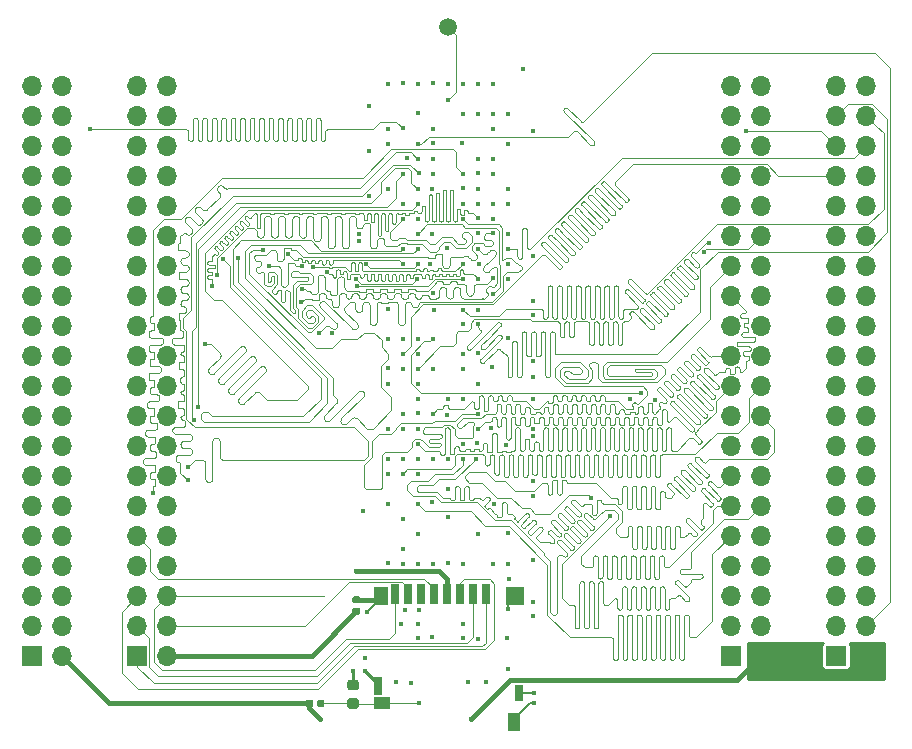
<source format=gbl>
G04 #@! TF.GenerationSoftware,KiCad,Pcbnew,5.0.0-rc3-6a2723a~65~ubuntu16.04.1*
G04 #@! TF.CreationDate,2019-04-26T01:55:19+06:00*
G04 #@! TF.ProjectId,ICE40ADP,49434534304144502E6B696361645F70,rev?*
G04 #@! TF.SameCoordinates,Original*
G04 #@! TF.FileFunction,Copper,L4,Bot,Mixed*
G04 #@! TF.FilePolarity,Positive*
%FSLAX46Y46*%
G04 Gerber Fmt 4.6, Leading zero omitted, Abs format (unit mm)*
G04 Created by KiCad (PCBNEW 5.0.0-rc3-6a2723a~65~ubuntu16.04.1) date Fri Apr 26 01:55:19 2019*
%MOMM*%
%LPD*%
G01*
G04 APERTURE LIST*
G04 #@! TA.AperFunction,ComponentPad*
%ADD10R,1.700000X1.700000*%
G04 #@! TD*
G04 #@! TA.AperFunction,ComponentPad*
%ADD11O,1.700000X1.700000*%
G04 #@! TD*
G04 #@! TA.AperFunction,Conductor*
%ADD12C,0.100000*%
G04 #@! TD*
G04 #@! TA.AperFunction,SMDPad,CuDef*
%ADD13C,0.590000*%
G04 #@! TD*
G04 #@! TA.AperFunction,SMDPad,CuDef*
%ADD14C,0.875000*%
G04 #@! TD*
G04 #@! TA.AperFunction,SMDPad,CuDef*
%ADD15R,0.700000X1.750000*%
G04 #@! TD*
G04 #@! TA.AperFunction,SMDPad,CuDef*
%ADD16R,1.300000X1.500000*%
G04 #@! TD*
G04 #@! TA.AperFunction,SMDPad,CuDef*
%ADD17R,0.800000X1.500000*%
G04 #@! TD*
G04 #@! TA.AperFunction,SMDPad,CuDef*
%ADD18R,1.450000X1.000000*%
G04 #@! TD*
G04 #@! TA.AperFunction,SMDPad,CuDef*
%ADD19R,0.800000X1.400000*%
G04 #@! TD*
G04 #@! TA.AperFunction,SMDPad,CuDef*
%ADD20R,1.500000X1.500000*%
G04 #@! TD*
G04 #@! TA.AperFunction,SMDPad,CuDef*
%ADD21R,1.000000X1.550000*%
G04 #@! TD*
G04 #@! TA.AperFunction,BGAPad,CuDef*
%ADD22C,1.500000*%
G04 #@! TD*
G04 #@! TA.AperFunction,ViaPad*
%ADD23C,0.450000*%
G04 #@! TD*
G04 #@! TA.AperFunction,Conductor*
%ADD24C,0.250000*%
G04 #@! TD*
G04 #@! TA.AperFunction,Conductor*
%ADD25C,0.200000*%
G04 #@! TD*
G04 #@! TA.AperFunction,Conductor*
%ADD26C,0.450000*%
G04 #@! TD*
G04 #@! TA.AperFunction,Conductor*
%ADD27C,0.254000*%
G04 #@! TD*
G04 APERTURE END LIST*
D10*
G04 #@! TO.P,J1,1*
G04 #@! TO.N,N/C*
X111100000Y-127200000D03*
D11*
G04 #@! TO.P,J1,2*
G04 #@! TO.N,+1V8*
X113640000Y-127200000D03*
G04 #@! TO.P,J1,3*
G04 #@! TO.N,N/C*
X111100000Y-124660000D03*
G04 #@! TO.P,J1,4*
G04 #@! TO.N,CHIPLINK_TX_DAT0*
X113640000Y-124660000D03*
G04 #@! TO.P,J1,5*
G04 #@! TO.N,CHIPLINK_TX_DAT2*
X111100000Y-122120000D03*
G04 #@! TO.P,J1,6*
G04 #@! TO.N,CHIPLINK_TX_DAT1*
X113640000Y-122120000D03*
G04 #@! TO.P,J1,7*
G04 #@! TO.N,Earth*
X111100000Y-119580000D03*
G04 #@! TO.P,J1,8*
X113640000Y-119580000D03*
G04 #@! TO.P,J1,9*
G04 #@! TO.N,CHIPLINK_TX_DAT3*
X111100000Y-117040000D03*
G04 #@! TO.P,J1,10*
G04 #@! TO.N,CHIPLINK_TX_DAT5*
X113640000Y-117040000D03*
G04 #@! TO.P,J1,11*
G04 #@! TO.N,CHIPLINK_TX_DAT4*
X111100000Y-114500000D03*
G04 #@! TO.P,J1,12*
G04 #@! TO.N,CHIPLINK_TX_DAT6*
X113640000Y-114500000D03*
G04 #@! TO.P,J1,13*
G04 #@! TO.N,CHIPLINK_TX_DAT9*
X111100000Y-111960000D03*
G04 #@! TO.P,J1,14*
G04 #@! TO.N,CHIPLINK_TX_DAT10*
X113640000Y-111960000D03*
G04 #@! TO.P,J1,15*
G04 #@! TO.N,Earth*
X111100000Y-109420000D03*
G04 #@! TO.P,J1,16*
X113640000Y-109420000D03*
G04 #@! TO.P,J1,17*
G04 #@! TO.N,CHIPLINK_TX_DAT7*
X111100000Y-106880000D03*
G04 #@! TO.P,J1,18*
G04 #@! TO.N,CHIPLINK_TX_DAT11*
X113640000Y-106880000D03*
G04 #@! TO.P,J1,19*
G04 #@! TO.N,CHIPLINK_TX_DAT17*
X111100000Y-104340000D03*
G04 #@! TO.P,J1,20*
G04 #@! TO.N,CHIPLINK_TX_DAT20*
X113640000Y-104340000D03*
G04 #@! TO.P,J1,21*
G04 #@! TO.N,CHIPLINK_TX_DAT8*
X111100000Y-101800000D03*
G04 #@! TO.P,J1,22*
G04 #@! TO.N,CHIPLINK_TX_DAT12*
X113640000Y-101800000D03*
G04 #@! TO.P,J1,23*
G04 #@! TO.N,Earth*
X111100000Y-99260000D03*
G04 #@! TO.P,J1,24*
X113640000Y-99260000D03*
G04 #@! TO.P,J1,25*
G04 #@! TO.N,CHIPLINK_TX_CLK*
X111100000Y-96720000D03*
G04 #@! TO.P,J1,26*
G04 #@! TO.N,CHIPLINK_TX_DAT14*
X113640000Y-96720000D03*
G04 #@! TO.P,J1,27*
G04 #@! TO.N,CHIPLINK_TX_DAT13*
X111100000Y-94180000D03*
G04 #@! TO.P,J1,28*
G04 #@! TO.N,CHIPLINK_TX_DAT16*
X113640000Y-94180000D03*
G04 #@! TO.P,J1,29*
G04 #@! TO.N,CHIPLINK_TX_DAT15*
X111100000Y-91640000D03*
G04 #@! TO.P,J1,30*
G04 #@! TO.N,CHIPLINK_TX_DAT22*
X113640000Y-91640000D03*
G04 #@! TO.P,J1,31*
G04 #@! TO.N,Earth*
X111100000Y-89100000D03*
G04 #@! TO.P,J1,32*
X113640000Y-89100000D03*
G04 #@! TO.P,J1,33*
G04 #@! TO.N,CHIPLINK_TX_DAT18*
X111100000Y-86560000D03*
G04 #@! TO.P,J1,34*
G04 #@! TO.N,CHIPLINK_TX_DAT21*
X113640000Y-86560000D03*
G04 #@! TO.P,J1,35*
G04 #@! TO.N,CHIPLINK_TX_DAT19*
X111100000Y-84020000D03*
G04 #@! TO.P,J1,36*
G04 #@! TO.N,CHIPLINK_TX_DAT25*
X113640000Y-84020000D03*
G04 #@! TO.P,J1,37*
G04 #@! TO.N,CHIPLINK_TX_DAT23*
X111100000Y-81480000D03*
G04 #@! TO.P,J1,38*
G04 #@! TO.N,CHIPLINK_TX_DAT24*
X113640000Y-81480000D03*
G04 #@! TO.P,J1,39*
G04 #@! TO.N,Earth*
X111100000Y-78940000D03*
G04 #@! TO.P,J1,40*
X113640000Y-78940000D03*
G04 #@! TD*
G04 #@! TO.P,J2,40*
G04 #@! TO.N,Earth*
X122590000Y-78940000D03*
G04 #@! TO.P,J2,39*
X120050000Y-78940000D03*
G04 #@! TO.P,J2,38*
G04 #@! TO.N,N/C*
X122590000Y-81480000D03*
G04 #@! TO.P,J2,37*
X120050000Y-81480000D03*
G04 #@! TO.P,J2,36*
X122590000Y-84020000D03*
G04 #@! TO.P,J2,35*
X120050000Y-84020000D03*
G04 #@! TO.P,J2,34*
X122590000Y-86560000D03*
G04 #@! TO.P,J2,33*
X120050000Y-86560000D03*
G04 #@! TO.P,J2,32*
G04 #@! TO.N,Earth*
X122590000Y-89100000D03*
G04 #@! TO.P,J2,31*
X120050000Y-89100000D03*
G04 #@! TO.P,J2,30*
G04 #@! TO.N,N/C*
X122590000Y-91640000D03*
G04 #@! TO.P,J2,29*
X120050000Y-91640000D03*
G04 #@! TO.P,J2,28*
X122590000Y-94180000D03*
G04 #@! TO.P,J2,27*
X120050000Y-94180000D03*
G04 #@! TO.P,J2,26*
X122590000Y-96720000D03*
G04 #@! TO.P,J2,25*
X120050000Y-96720000D03*
G04 #@! TO.P,J2,24*
G04 #@! TO.N,Earth*
X122590000Y-99260000D03*
G04 #@! TO.P,J2,23*
X120050000Y-99260000D03*
G04 #@! TO.P,J2,22*
G04 #@! TO.N,N/C*
X122590000Y-101800000D03*
G04 #@! TO.P,J2,21*
X120050000Y-101800000D03*
G04 #@! TO.P,J2,20*
X122590000Y-104340000D03*
G04 #@! TO.P,J2,19*
X120050000Y-104340000D03*
G04 #@! TO.P,J2,18*
X122590000Y-106880000D03*
G04 #@! TO.P,J2,17*
X120050000Y-106880000D03*
G04 #@! TO.P,J2,16*
G04 #@! TO.N,Earth*
X122590000Y-109420000D03*
G04 #@! TO.P,J2,15*
X120050000Y-109420000D03*
G04 #@! TO.P,J2,14*
G04 #@! TO.N,N/C*
X122590000Y-111960000D03*
G04 #@! TO.P,J2,13*
X120050000Y-111960000D03*
G04 #@! TO.P,J2,12*
X122590000Y-114500000D03*
G04 #@! TO.P,J2,11*
X120050000Y-114500000D03*
G04 #@! TO.P,J2,10*
X122590000Y-117040000D03*
G04 #@! TO.P,J2,9*
G04 #@! TO.N,/Sheet5CA0FCBB/SDIO_CLK*
X120050000Y-117040000D03*
G04 #@! TO.P,J2,8*
G04 #@! TO.N,Earth*
X122590000Y-119580000D03*
G04 #@! TO.P,J2,7*
X120050000Y-119580000D03*
G04 #@! TO.P,J2,6*
G04 #@! TO.N,/Sheet5CA0FCBB/SDIO_DAT1*
X122590000Y-122120000D03*
G04 #@! TO.P,J2,5*
G04 #@! TO.N,/Sheet5CA0FCBB/SDIO_CMD*
X120050000Y-122120000D03*
G04 #@! TO.P,J2,4*
G04 #@! TO.N,/Sheet5CA0FCBB/SDIO_DAT0*
X122590000Y-124660000D03*
G04 #@! TO.P,J2,3*
G04 #@! TO.N,/Sheet5CA0FCBB/SDIO_DAT3*
X120050000Y-124660000D03*
G04 #@! TO.P,J2,2*
G04 #@! TO.N,/Sheet5CA0FCBB/+3V3*
X122590000Y-127200000D03*
D10*
G04 #@! TO.P,J2,1*
G04 #@! TO.N,/Sheet5CA0FCBB/SDIO_DAT2*
X120050000Y-127200000D03*
G04 #@! TD*
G04 #@! TO.P,J3,1*
G04 #@! TO.N,CHIPLINK_RX_DAT26*
X170300000Y-127200000D03*
D11*
G04 #@! TO.P,J3,2*
G04 #@! TO.N,+1V8*
X172840000Y-127200000D03*
G04 #@! TO.P,J3,3*
G04 #@! TO.N,CHIPLINK_RX_DAT20*
X170300000Y-124660000D03*
G04 #@! TO.P,J3,4*
G04 #@! TO.N,CHIPLINK_RX_DAT25*
X172840000Y-124660000D03*
G04 #@! TO.P,J3,5*
G04 #@! TO.N,CHIPLINK_RX_DAT23*
X170300000Y-122120000D03*
G04 #@! TO.P,J3,6*
G04 #@! TO.N,CHIPLINK_RX_DAT21*
X172840000Y-122120000D03*
G04 #@! TO.P,J3,7*
G04 #@! TO.N,Earth*
X170300000Y-119580000D03*
G04 #@! TO.P,J3,8*
X172840000Y-119580000D03*
G04 #@! TO.P,J3,9*
G04 #@! TO.N,CHIPLINK_RX_DAT24*
X170300000Y-117040000D03*
G04 #@! TO.P,J3,10*
G04 #@! TO.N,N/C*
X172840000Y-117040000D03*
G04 #@! TO.P,J3,11*
G04 #@! TO.N,CHIPLINK_RX_DAT18*
X170300000Y-114500000D03*
G04 #@! TO.P,J3,12*
G04 #@! TO.N,CHIPLINK_RX_DAT22*
X172840000Y-114500000D03*
G04 #@! TO.P,J3,13*
G04 #@! TO.N,CHIPLINK_RX_DAT19*
X170300000Y-111960000D03*
G04 #@! TO.P,J3,14*
G04 #@! TO.N,CHIPLINK_RX_DAT16*
X172840000Y-111960000D03*
G04 #@! TO.P,J3,15*
G04 #@! TO.N,Earth*
X170300000Y-109420000D03*
G04 #@! TO.P,J3,16*
X172840000Y-109420000D03*
G04 #@! TO.P,J3,17*
G04 #@! TO.N,CHIPLINK_RX_DAT17*
X170300000Y-106880000D03*
G04 #@! TO.P,J3,18*
G04 #@! TO.N,CHIPLINK_RX_DAT15*
X172840000Y-106880000D03*
G04 #@! TO.P,J3,19*
G04 #@! TO.N,CHIPLINK_RX_DAT9*
X170300000Y-104340000D03*
G04 #@! TO.P,J3,20*
G04 #@! TO.N,CHIPLINK_RX_DAT14*
X172840000Y-104340000D03*
G04 #@! TO.P,J3,21*
G04 #@! TO.N,CHIPLINK_RX_DAT13*
X170300000Y-101800000D03*
G04 #@! TO.P,J3,22*
G04 #@! TO.N,CHIPLINK_RX_CLK*
X172840000Y-101800000D03*
G04 #@! TO.P,J3,23*
G04 #@! TO.N,Earth*
X170300000Y-99260000D03*
G04 #@! TO.P,J3,24*
X172840000Y-99260000D03*
G04 #@! TO.P,J3,25*
G04 #@! TO.N,CHIPLINK_RX_DAT11*
X170300000Y-96720000D03*
G04 #@! TO.P,J3,26*
G04 #@! TO.N,CHIPLINK_RX_DAT12*
X172840000Y-96720000D03*
G04 #@! TO.P,J3,27*
G04 #@! TO.N,CHIPLINK_RX_DAT10*
X170300000Y-94180000D03*
G04 #@! TO.P,J3,28*
G04 #@! TO.N,CHIPLINK_RX_DAT8*
X172840000Y-94180000D03*
G04 #@! TO.P,J3,29*
G04 #@! TO.N,CHIPLINK_RX_DAT7*
X170300000Y-91640000D03*
G04 #@! TO.P,J3,30*
G04 #@! TO.N,CHIPLINK_RX_DAT4*
X172840000Y-91640000D03*
G04 #@! TO.P,J3,31*
G04 #@! TO.N,Earth*
X170300000Y-89100000D03*
G04 #@! TO.P,J3,32*
X172840000Y-89100000D03*
G04 #@! TO.P,J3,33*
G04 #@! TO.N,CHIPLINK_RX_DAT3*
X170300000Y-86560000D03*
G04 #@! TO.P,J3,34*
G04 #@! TO.N,CHIPLINK_RX_DAT6*
X172840000Y-86560000D03*
G04 #@! TO.P,J3,35*
G04 #@! TO.N,CHIPLINK_RX_DAT1*
X170300000Y-84020000D03*
G04 #@! TO.P,J3,36*
G04 #@! TO.N,CHIPLINK_RX_DAT5*
X172840000Y-84020000D03*
G04 #@! TO.P,J3,37*
G04 #@! TO.N,CHIPLINK_RX_DAT0*
X170300000Y-81480000D03*
G04 #@! TO.P,J3,38*
G04 #@! TO.N,CHIPLINK_RX_DAT2*
X172840000Y-81480000D03*
G04 #@! TO.P,J3,39*
G04 #@! TO.N,Earth*
X170300000Y-78940000D03*
G04 #@! TO.P,J3,40*
X172840000Y-78940000D03*
G04 #@! TD*
G04 #@! TO.P,J4,40*
G04 #@! TO.N,Earth*
X181740000Y-78940000D03*
G04 #@! TO.P,J4,39*
X179200000Y-78940000D03*
G04 #@! TO.P,J4,38*
G04 #@! TO.N,CHIPLINK_TX_DAT26*
X181740000Y-81480000D03*
G04 #@! TO.P,J4,37*
G04 #@! TO.N,CHIPLINK_TX_DAT27*
X179200000Y-81480000D03*
G04 #@! TO.P,J4,36*
G04 #@! TO.N,CHIPLINK_TX_DAT29*
X181740000Y-84020000D03*
G04 #@! TO.P,J4,35*
G04 #@! TO.N,CHIPLINK_TX_DAT28*
X179200000Y-84020000D03*
G04 #@! TO.P,J4,34*
G04 #@! TO.N,CHIPLINK_TX_DAT30*
X181740000Y-86560000D03*
G04 #@! TO.P,J4,33*
G04 #@! TO.N,CHIPLINK_TX_DAT31*
X179200000Y-86560000D03*
G04 #@! TO.P,J4,32*
G04 #@! TO.N,Earth*
X181740000Y-89100000D03*
G04 #@! TO.P,J4,31*
X179200000Y-89100000D03*
G04 #@! TO.P,J4,30*
G04 #@! TO.N,CHIPLINK_RX_DAT30*
X181740000Y-91640000D03*
G04 #@! TO.P,J4,29*
G04 #@! TO.N,CHIPLINK_RX_DAT28*
X179200000Y-91640000D03*
G04 #@! TO.P,J4,28*
G04 #@! TO.N,CHIPLINK_TX_SEND*
X181740000Y-94180000D03*
G04 #@! TO.P,J4,27*
G04 #@! TO.N,CHIPLINK_RX_DAT29*
X179200000Y-94180000D03*
G04 #@! TO.P,J4,26*
G04 #@! TO.N,CHIPLINK_RX_RST*
X181740000Y-96720000D03*
G04 #@! TO.P,J4,25*
G04 #@! TO.N,CHIPLINK_RX_DAT31*
X179200000Y-96720000D03*
G04 #@! TO.P,J4,24*
G04 #@! TO.N,Earth*
X181740000Y-99260000D03*
G04 #@! TO.P,J4,23*
X179200000Y-99260000D03*
G04 #@! TO.P,J4,22*
G04 #@! TO.N,N/C*
X181740000Y-101800000D03*
G04 #@! TO.P,J4,21*
G04 #@! TO.N,CHIPLINK_RX_SEND*
X179200000Y-101800000D03*
G04 #@! TO.P,J4,20*
G04 #@! TO.N,CHIPLINK_TX_RST*
X181740000Y-104340000D03*
G04 #@! TO.P,J4,19*
G04 #@! TO.N,N/C*
X179200000Y-104340000D03*
G04 #@! TO.P,J4,18*
G04 #@! TO.N,CHIPLINK_RX_DAT27*
X181740000Y-106880000D03*
G04 #@! TO.P,J4,17*
G04 #@! TO.N,N/C*
X179200000Y-106880000D03*
G04 #@! TO.P,J4,16*
G04 #@! TO.N,Earth*
X181740000Y-109420000D03*
G04 #@! TO.P,J4,15*
X179200000Y-109420000D03*
G04 #@! TO.P,J4,14*
G04 #@! TO.N,N/C*
X181740000Y-111960000D03*
G04 #@! TO.P,J4,13*
X179200000Y-111960000D03*
G04 #@! TO.P,J4,12*
X181740000Y-114500000D03*
G04 #@! TO.P,J4,11*
X179200000Y-114500000D03*
G04 #@! TO.P,J4,10*
X181740000Y-117040000D03*
G04 #@! TO.P,J4,9*
X179200000Y-117040000D03*
G04 #@! TO.P,J4,8*
G04 #@! TO.N,Earth*
X181740000Y-119580000D03*
G04 #@! TO.P,J4,7*
X179200000Y-119580000D03*
G04 #@! TO.P,J4,6*
G04 #@! TO.N,/Sheet5CA0FCBB/SDIO_CD*
X181740000Y-122120000D03*
G04 #@! TO.P,J4,5*
G04 #@! TO.N,N/C*
X179200000Y-122120000D03*
G04 #@! TO.P,J4,4*
G04 #@! TO.N,RESET_N*
X181740000Y-124660000D03*
G04 #@! TO.P,J4,3*
G04 #@! TO.N,N/C*
X179200000Y-124660000D03*
G04 #@! TO.P,J4,2*
G04 #@! TO.N,+1V8*
X181740000Y-127200000D03*
D10*
G04 #@! TO.P,J4,1*
G04 #@! TO.N,N/C*
X179200000Y-127200000D03*
G04 #@! TD*
D12*
G04 #@! TO.N,/Sheet5CA0FCBB/+3V3*
G04 #@! TO.C,C1*
G36*
X138761958Y-123140710D02*
X138776276Y-123142834D01*
X138790317Y-123146351D01*
X138803946Y-123151228D01*
X138817031Y-123157417D01*
X138829447Y-123164858D01*
X138841073Y-123173481D01*
X138851798Y-123183202D01*
X138861519Y-123193927D01*
X138870142Y-123205553D01*
X138877583Y-123217969D01*
X138883772Y-123231054D01*
X138888649Y-123244683D01*
X138892166Y-123258724D01*
X138894290Y-123273042D01*
X138895000Y-123287500D01*
X138895000Y-123582500D01*
X138894290Y-123596958D01*
X138892166Y-123611276D01*
X138888649Y-123625317D01*
X138883772Y-123638946D01*
X138877583Y-123652031D01*
X138870142Y-123664447D01*
X138861519Y-123676073D01*
X138851798Y-123686798D01*
X138841073Y-123696519D01*
X138829447Y-123705142D01*
X138817031Y-123712583D01*
X138803946Y-123718772D01*
X138790317Y-123723649D01*
X138776276Y-123727166D01*
X138761958Y-123729290D01*
X138747500Y-123730000D01*
X138402500Y-123730000D01*
X138388042Y-123729290D01*
X138373724Y-123727166D01*
X138359683Y-123723649D01*
X138346054Y-123718772D01*
X138332969Y-123712583D01*
X138320553Y-123705142D01*
X138308927Y-123696519D01*
X138298202Y-123686798D01*
X138288481Y-123676073D01*
X138279858Y-123664447D01*
X138272417Y-123652031D01*
X138266228Y-123638946D01*
X138261351Y-123625317D01*
X138257834Y-123611276D01*
X138255710Y-123596958D01*
X138255000Y-123582500D01*
X138255000Y-123287500D01*
X138255710Y-123273042D01*
X138257834Y-123258724D01*
X138261351Y-123244683D01*
X138266228Y-123231054D01*
X138272417Y-123217969D01*
X138279858Y-123205553D01*
X138288481Y-123193927D01*
X138298202Y-123183202D01*
X138308927Y-123173481D01*
X138320553Y-123164858D01*
X138332969Y-123157417D01*
X138346054Y-123151228D01*
X138359683Y-123146351D01*
X138373724Y-123142834D01*
X138388042Y-123140710D01*
X138402500Y-123140000D01*
X138747500Y-123140000D01*
X138761958Y-123140710D01*
X138761958Y-123140710D01*
G37*
D13*
G04 #@! TD*
G04 #@! TO.P,C1,1*
G04 #@! TO.N,/Sheet5CA0FCBB/+3V3*
X138575000Y-123435000D03*
D12*
G04 #@! TO.N,Earth*
G04 #@! TO.C,C1*
G36*
X138761958Y-122170710D02*
X138776276Y-122172834D01*
X138790317Y-122176351D01*
X138803946Y-122181228D01*
X138817031Y-122187417D01*
X138829447Y-122194858D01*
X138841073Y-122203481D01*
X138851798Y-122213202D01*
X138861519Y-122223927D01*
X138870142Y-122235553D01*
X138877583Y-122247969D01*
X138883772Y-122261054D01*
X138888649Y-122274683D01*
X138892166Y-122288724D01*
X138894290Y-122303042D01*
X138895000Y-122317500D01*
X138895000Y-122612500D01*
X138894290Y-122626958D01*
X138892166Y-122641276D01*
X138888649Y-122655317D01*
X138883772Y-122668946D01*
X138877583Y-122682031D01*
X138870142Y-122694447D01*
X138861519Y-122706073D01*
X138851798Y-122716798D01*
X138841073Y-122726519D01*
X138829447Y-122735142D01*
X138817031Y-122742583D01*
X138803946Y-122748772D01*
X138790317Y-122753649D01*
X138776276Y-122757166D01*
X138761958Y-122759290D01*
X138747500Y-122760000D01*
X138402500Y-122760000D01*
X138388042Y-122759290D01*
X138373724Y-122757166D01*
X138359683Y-122753649D01*
X138346054Y-122748772D01*
X138332969Y-122742583D01*
X138320553Y-122735142D01*
X138308927Y-122726519D01*
X138298202Y-122716798D01*
X138288481Y-122706073D01*
X138279858Y-122694447D01*
X138272417Y-122682031D01*
X138266228Y-122668946D01*
X138261351Y-122655317D01*
X138257834Y-122641276D01*
X138255710Y-122626958D01*
X138255000Y-122612500D01*
X138255000Y-122317500D01*
X138255710Y-122303042D01*
X138257834Y-122288724D01*
X138261351Y-122274683D01*
X138266228Y-122261054D01*
X138272417Y-122247969D01*
X138279858Y-122235553D01*
X138288481Y-122223927D01*
X138298202Y-122213202D01*
X138308927Y-122203481D01*
X138320553Y-122194858D01*
X138332969Y-122187417D01*
X138346054Y-122181228D01*
X138359683Y-122176351D01*
X138373724Y-122172834D01*
X138388042Y-122170710D01*
X138402500Y-122170000D01*
X138747500Y-122170000D01*
X138761958Y-122170710D01*
X138761958Y-122170710D01*
G37*
D13*
G04 #@! TD*
G04 #@! TO.P,C1,2*
G04 #@! TO.N,Earth*
X138575000Y-122465000D03*
D12*
G04 #@! TO.N,Earth*
G04 #@! TO.C,D1*
G36*
X138577691Y-129226053D02*
X138598926Y-129229203D01*
X138619750Y-129234419D01*
X138639962Y-129241651D01*
X138659368Y-129250830D01*
X138677781Y-129261866D01*
X138695024Y-129274654D01*
X138710930Y-129289070D01*
X138725346Y-129304976D01*
X138738134Y-129322219D01*
X138749170Y-129340632D01*
X138758349Y-129360038D01*
X138765581Y-129380250D01*
X138770797Y-129401074D01*
X138773947Y-129422309D01*
X138775000Y-129443750D01*
X138775000Y-129881250D01*
X138773947Y-129902691D01*
X138770797Y-129923926D01*
X138765581Y-129944750D01*
X138758349Y-129964962D01*
X138749170Y-129984368D01*
X138738134Y-130002781D01*
X138725346Y-130020024D01*
X138710930Y-130035930D01*
X138695024Y-130050346D01*
X138677781Y-130063134D01*
X138659368Y-130074170D01*
X138639962Y-130083349D01*
X138619750Y-130090581D01*
X138598926Y-130095797D01*
X138577691Y-130098947D01*
X138556250Y-130100000D01*
X138043750Y-130100000D01*
X138022309Y-130098947D01*
X138001074Y-130095797D01*
X137980250Y-130090581D01*
X137960038Y-130083349D01*
X137940632Y-130074170D01*
X137922219Y-130063134D01*
X137904976Y-130050346D01*
X137889070Y-130035930D01*
X137874654Y-130020024D01*
X137861866Y-130002781D01*
X137850830Y-129984368D01*
X137841651Y-129964962D01*
X137834419Y-129944750D01*
X137829203Y-129923926D01*
X137826053Y-129902691D01*
X137825000Y-129881250D01*
X137825000Y-129443750D01*
X137826053Y-129422309D01*
X137829203Y-129401074D01*
X137834419Y-129380250D01*
X137841651Y-129360038D01*
X137850830Y-129340632D01*
X137861866Y-129322219D01*
X137874654Y-129304976D01*
X137889070Y-129289070D01*
X137904976Y-129274654D01*
X137922219Y-129261866D01*
X137940632Y-129250830D01*
X137960038Y-129241651D01*
X137980250Y-129234419D01*
X138001074Y-129229203D01*
X138022309Y-129226053D01*
X138043750Y-129225000D01*
X138556250Y-129225000D01*
X138577691Y-129226053D01*
X138577691Y-129226053D01*
G37*
D14*
G04 #@! TD*
G04 #@! TO.P,D1,1*
G04 #@! TO.N,Earth*
X138300000Y-129662500D03*
D12*
G04 #@! TO.N,/Sheet5CA0FCBB/SDIO_CD*
G04 #@! TO.C,D1*
G36*
X138577691Y-130801053D02*
X138598926Y-130804203D01*
X138619750Y-130809419D01*
X138639962Y-130816651D01*
X138659368Y-130825830D01*
X138677781Y-130836866D01*
X138695024Y-130849654D01*
X138710930Y-130864070D01*
X138725346Y-130879976D01*
X138738134Y-130897219D01*
X138749170Y-130915632D01*
X138758349Y-130935038D01*
X138765581Y-130955250D01*
X138770797Y-130976074D01*
X138773947Y-130997309D01*
X138775000Y-131018750D01*
X138775000Y-131456250D01*
X138773947Y-131477691D01*
X138770797Y-131498926D01*
X138765581Y-131519750D01*
X138758349Y-131539962D01*
X138749170Y-131559368D01*
X138738134Y-131577781D01*
X138725346Y-131595024D01*
X138710930Y-131610930D01*
X138695024Y-131625346D01*
X138677781Y-131638134D01*
X138659368Y-131649170D01*
X138639962Y-131658349D01*
X138619750Y-131665581D01*
X138598926Y-131670797D01*
X138577691Y-131673947D01*
X138556250Y-131675000D01*
X138043750Y-131675000D01*
X138022309Y-131673947D01*
X138001074Y-131670797D01*
X137980250Y-131665581D01*
X137960038Y-131658349D01*
X137940632Y-131649170D01*
X137922219Y-131638134D01*
X137904976Y-131625346D01*
X137889070Y-131610930D01*
X137874654Y-131595024D01*
X137861866Y-131577781D01*
X137850830Y-131559368D01*
X137841651Y-131539962D01*
X137834419Y-131519750D01*
X137829203Y-131498926D01*
X137826053Y-131477691D01*
X137825000Y-131456250D01*
X137825000Y-131018750D01*
X137826053Y-130997309D01*
X137829203Y-130976074D01*
X137834419Y-130955250D01*
X137841651Y-130935038D01*
X137850830Y-130915632D01*
X137861866Y-130897219D01*
X137874654Y-130879976D01*
X137889070Y-130864070D01*
X137904976Y-130849654D01*
X137922219Y-130836866D01*
X137940632Y-130825830D01*
X137960038Y-130816651D01*
X137980250Y-130809419D01*
X138001074Y-130804203D01*
X138022309Y-130801053D01*
X138043750Y-130800000D01*
X138556250Y-130800000D01*
X138577691Y-130801053D01*
X138577691Y-130801053D01*
G37*
D14*
G04 #@! TD*
G04 #@! TO.P,D1,2*
G04 #@! TO.N,/Sheet5CA0FCBB/SDIO_CD*
X138300000Y-131237500D03*
D15*
G04 #@! TO.P,J6,8*
G04 #@! TO.N,/Sheet5CA0FCBB/SDIO_DAT1*
X141845001Y-122000001D03*
D16*
G04 #@! TO.P,J6,11*
G04 #@! TO.N,Earth*
X140645001Y-122125001D03*
D17*
X140395001Y-129725001D03*
D18*
G04 #@! TO.P,J6,9*
G04 #@! TO.N,/Sheet5CA0FCBB/SDIO_CD*
X140720001Y-131225001D03*
D19*
G04 #@! TO.P,J6,11*
G04 #@! TO.N,Earth*
X152345001Y-130375001D03*
D15*
G04 #@! TO.P,J6,7*
G04 #@! TO.N,/Sheet5CA0FCBB/SDIO_DAT0*
X142945001Y-122000001D03*
G04 #@! TO.P,J6,6*
G04 #@! TO.N,Earth*
X144045001Y-122000001D03*
G04 #@! TO.P,J6,5*
G04 #@! TO.N,/Sheet5CA0FCBB/SDIO_CLK*
X145145001Y-122000001D03*
G04 #@! TO.P,J6,4*
G04 #@! TO.N,/Sheet5CA0FCBB/+3V3*
X146245001Y-122000001D03*
G04 #@! TO.P,J6,3*
G04 #@! TO.N,/Sheet5CA0FCBB/SDIO_CMD*
X147345001Y-122000001D03*
G04 #@! TO.P,J6,2*
G04 #@! TO.N,/Sheet5CA0FCBB/SDIO_DAT3*
X148445001Y-122000001D03*
G04 #@! TO.P,J6,1*
G04 #@! TO.N,/Sheet5CA0FCBB/SDIO_DAT2*
X149545001Y-122000001D03*
D20*
G04 #@! TO.P,J6,11*
G04 #@! TO.N,Earth*
X151995001Y-122125001D03*
D21*
G04 #@! TO.P,J6,10*
X151945001Y-132800001D03*
G04 #@! TD*
D12*
G04 #@! TO.N,+1V8*
G04 #@! TO.C,R1*
G36*
X134776958Y-130905710D02*
X134791276Y-130907834D01*
X134805317Y-130911351D01*
X134818946Y-130916228D01*
X134832031Y-130922417D01*
X134844447Y-130929858D01*
X134856073Y-130938481D01*
X134866798Y-130948202D01*
X134876519Y-130958927D01*
X134885142Y-130970553D01*
X134892583Y-130982969D01*
X134898772Y-130996054D01*
X134903649Y-131009683D01*
X134907166Y-131023724D01*
X134909290Y-131038042D01*
X134910000Y-131052500D01*
X134910000Y-131397500D01*
X134909290Y-131411958D01*
X134907166Y-131426276D01*
X134903649Y-131440317D01*
X134898772Y-131453946D01*
X134892583Y-131467031D01*
X134885142Y-131479447D01*
X134876519Y-131491073D01*
X134866798Y-131501798D01*
X134856073Y-131511519D01*
X134844447Y-131520142D01*
X134832031Y-131527583D01*
X134818946Y-131533772D01*
X134805317Y-131538649D01*
X134791276Y-131542166D01*
X134776958Y-131544290D01*
X134762500Y-131545000D01*
X134467500Y-131545000D01*
X134453042Y-131544290D01*
X134438724Y-131542166D01*
X134424683Y-131538649D01*
X134411054Y-131533772D01*
X134397969Y-131527583D01*
X134385553Y-131520142D01*
X134373927Y-131511519D01*
X134363202Y-131501798D01*
X134353481Y-131491073D01*
X134344858Y-131479447D01*
X134337417Y-131467031D01*
X134331228Y-131453946D01*
X134326351Y-131440317D01*
X134322834Y-131426276D01*
X134320710Y-131411958D01*
X134320000Y-131397500D01*
X134320000Y-131052500D01*
X134320710Y-131038042D01*
X134322834Y-131023724D01*
X134326351Y-131009683D01*
X134331228Y-130996054D01*
X134337417Y-130982969D01*
X134344858Y-130970553D01*
X134353481Y-130958927D01*
X134363202Y-130948202D01*
X134373927Y-130938481D01*
X134385553Y-130929858D01*
X134397969Y-130922417D01*
X134411054Y-130916228D01*
X134424683Y-130911351D01*
X134438724Y-130907834D01*
X134453042Y-130905710D01*
X134467500Y-130905000D01*
X134762500Y-130905000D01*
X134776958Y-130905710D01*
X134776958Y-130905710D01*
G37*
D13*
G04 #@! TD*
G04 #@! TO.P,R1,1*
G04 #@! TO.N,+1V8*
X134615000Y-131225000D03*
D12*
G04 #@! TO.N,/Sheet5CA0FCBB/SDIO_CD*
G04 #@! TO.C,R1*
G36*
X135746958Y-130905710D02*
X135761276Y-130907834D01*
X135775317Y-130911351D01*
X135788946Y-130916228D01*
X135802031Y-130922417D01*
X135814447Y-130929858D01*
X135826073Y-130938481D01*
X135836798Y-130948202D01*
X135846519Y-130958927D01*
X135855142Y-130970553D01*
X135862583Y-130982969D01*
X135868772Y-130996054D01*
X135873649Y-131009683D01*
X135877166Y-131023724D01*
X135879290Y-131038042D01*
X135880000Y-131052500D01*
X135880000Y-131397500D01*
X135879290Y-131411958D01*
X135877166Y-131426276D01*
X135873649Y-131440317D01*
X135868772Y-131453946D01*
X135862583Y-131467031D01*
X135855142Y-131479447D01*
X135846519Y-131491073D01*
X135836798Y-131501798D01*
X135826073Y-131511519D01*
X135814447Y-131520142D01*
X135802031Y-131527583D01*
X135788946Y-131533772D01*
X135775317Y-131538649D01*
X135761276Y-131542166D01*
X135746958Y-131544290D01*
X135732500Y-131545000D01*
X135437500Y-131545000D01*
X135423042Y-131544290D01*
X135408724Y-131542166D01*
X135394683Y-131538649D01*
X135381054Y-131533772D01*
X135367969Y-131527583D01*
X135355553Y-131520142D01*
X135343927Y-131511519D01*
X135333202Y-131501798D01*
X135323481Y-131491073D01*
X135314858Y-131479447D01*
X135307417Y-131467031D01*
X135301228Y-131453946D01*
X135296351Y-131440317D01*
X135292834Y-131426276D01*
X135290710Y-131411958D01*
X135290000Y-131397500D01*
X135290000Y-131052500D01*
X135290710Y-131038042D01*
X135292834Y-131023724D01*
X135296351Y-131009683D01*
X135301228Y-130996054D01*
X135307417Y-130982969D01*
X135314858Y-130970553D01*
X135323481Y-130958927D01*
X135333202Y-130948202D01*
X135343927Y-130938481D01*
X135355553Y-130929858D01*
X135367969Y-130922417D01*
X135381054Y-130916228D01*
X135394683Y-130911351D01*
X135408724Y-130907834D01*
X135423042Y-130905710D01*
X135437500Y-130905000D01*
X135732500Y-130905000D01*
X135746958Y-130905710D01*
X135746958Y-130905710D01*
G37*
D13*
G04 #@! TD*
G04 #@! TO.P,R1,2*
G04 #@! TO.N,/Sheet5CA0FCBB/SDIO_CD*
X135585000Y-131225000D03*
D22*
G04 #@! TO.P,TP1,1*
G04 #@! TO.N,CHIPLINK_RX_CLK*
X146350000Y-73950000D03*
G04 #@! TD*
D23*
G04 #@! TO.N,CHIPLINK_TX_DAT2*
X121350000Y-113435001D03*
X147625000Y-86400000D03*
G04 #@! TO.N,CHIPLINK_TX_DAT1*
X124300000Y-112325000D03*
X143825000Y-85125000D03*
G04 #@! TO.N,Earth*
X141275000Y-78750000D03*
X142500000Y-78725000D03*
X143800000Y-78775000D03*
X145050000Y-78725000D03*
X146350000Y-78775000D03*
X147600000Y-78750000D03*
X148900000Y-78750000D03*
X150175000Y-78775000D03*
X152725000Y-77475000D03*
X139625000Y-80675000D03*
X147625000Y-81300000D03*
X145101177Y-96473823D03*
X144830975Y-94012233D03*
X143836184Y-81238816D03*
X143800000Y-90200000D03*
X146216624Y-92641624D03*
X139675000Y-88300000D03*
X141250000Y-87675000D03*
X142525000Y-88925000D03*
X139675000Y-84475000D03*
X141275000Y-83850000D03*
X142862235Y-85033692D03*
X138300000Y-128450000D03*
X139275000Y-128450000D03*
X153650000Y-130375000D03*
X153650000Y-131150000D03*
X144150000Y-121850000D03*
X143200000Y-129475000D03*
X141900000Y-129450000D03*
X139275000Y-127375000D03*
X142390748Y-124512500D03*
X144969209Y-125634039D03*
X147600000Y-125650000D03*
X148882981Y-125788844D03*
X151375000Y-125725000D03*
X151400000Y-128325000D03*
X149525000Y-129425000D03*
X148025000Y-129425000D03*
X151275000Y-109375000D03*
X142675000Y-123300003D03*
X139500000Y-123475000D03*
X147625000Y-124500000D03*
X143800000Y-116850000D03*
X148875000Y-116850000D03*
X151400000Y-116825000D03*
X146325000Y-119375000D03*
X142550000Y-119400000D03*
X141250000Y-119375000D03*
X142525000Y-118125000D03*
X147575000Y-119425000D03*
X151450000Y-123200000D03*
X153575000Y-123850000D03*
X153575000Y-122600000D03*
X151475000Y-120650000D03*
X151425000Y-119425000D03*
X150150000Y-119400000D03*
X153575000Y-119125000D03*
X150200000Y-114350000D03*
X146345313Y-115464999D03*
X146350000Y-113050000D03*
X144954823Y-114204823D03*
X142550000Y-115600000D03*
X153575000Y-113675000D03*
X153575000Y-112425000D03*
X139125000Y-114975000D03*
X141275000Y-114325000D03*
X141250000Y-111775000D03*
X141275000Y-110525000D03*
X142550000Y-110525000D03*
X143800000Y-110500000D03*
X146325000Y-110525000D03*
X147625000Y-109250000D03*
X148814124Y-109164124D03*
X150022323Y-107872323D03*
X141250000Y-107950000D03*
X142550000Y-107950000D03*
X142525000Y-106700000D03*
X143825000Y-106675000D03*
X146292753Y-106799999D03*
X153575000Y-108600000D03*
X153575000Y-108000000D03*
X153575000Y-105450000D03*
X153575000Y-103550000D03*
X153575000Y-102250000D03*
X146350000Y-105450000D03*
X147650000Y-105425000D03*
X148900000Y-104150000D03*
X150047323Y-102772323D03*
X147600000Y-101650000D03*
X151400000Y-100325000D03*
X153575000Y-97175000D03*
X153575000Y-98300000D03*
X141275000Y-82575000D03*
X147550000Y-83775000D03*
X148900000Y-85125000D03*
X148850000Y-86350000D03*
X150175000Y-86400000D03*
X150150000Y-85125000D03*
X151400000Y-83875000D03*
X150125000Y-82600000D03*
X148875000Y-81325000D03*
X150150000Y-81300000D03*
X151425000Y-81300000D03*
X153575000Y-82800000D03*
X147600000Y-87625000D03*
X148875000Y-87650000D03*
X150150000Y-88925000D03*
X151425000Y-88900000D03*
X151425000Y-87675000D03*
X150150000Y-90200000D03*
X151425000Y-91450000D03*
X153545553Y-93345553D03*
X151450000Y-94008842D03*
X151450000Y-95250000D03*
X148933375Y-94058375D03*
X147625000Y-99075000D03*
X148875000Y-97924999D03*
X142550000Y-100350000D03*
X141250000Y-100350000D03*
X141250000Y-97825000D03*
X138775000Y-92100000D03*
X138775000Y-91475000D03*
X145125000Y-97925000D03*
X145050000Y-102925000D03*
X142550000Y-102900000D03*
X141275000Y-102850000D03*
X141275000Y-104175000D03*
X148900000Y-91425000D03*
X147649123Y-88949123D03*
X145025000Y-87650000D03*
X145050000Y-86400000D03*
X145050000Y-85100000D03*
X145075000Y-83800000D03*
G04 #@! TO.N,CHIPLINK_TX_DAT3*
X136500000Y-99875000D03*
X148875000Y-88925000D03*
G04 #@! TO.N,CHIPLINK_TX_DAT5*
X124300000Y-111200000D03*
X143850000Y-86350000D03*
G04 #@! TO.N,CHIPLINK_TX_DAT4*
X125200000Y-106100000D03*
X142500000Y-86400000D03*
G04 #@! TO.N,CHIPLINK_TX_DAT6*
X124850000Y-107225000D03*
X143775000Y-87650000D03*
G04 #@! TO.N,CHIPLINK_TX_DAT9*
X150175000Y-96550000D03*
X143800000Y-91450000D03*
G04 #@! TO.N,CHIPLINK_TX_DAT10*
X135425000Y-99825000D03*
X147600000Y-90250000D03*
G04 #@! TO.N,CHIPLINK_TX_DAT7*
X125750000Y-100825000D03*
X143800000Y-88950000D03*
G04 #@! TO.N,CHIPLINK_TX_DAT11*
X133925000Y-97275000D03*
X148875000Y-92725000D03*
G04 #@! TO.N,CHIPLINK_TX_DAT17*
X143800000Y-94025000D03*
X139425000Y-94050000D03*
X133950000Y-94200000D03*
X131150000Y-94200000D03*
G04 #@! TO.N,CHIPLINK_TX_DAT20*
X133950000Y-96175000D03*
X150150000Y-95225000D03*
G04 #@! TO.N,CHIPLINK_TX_DAT8*
X126800000Y-94925000D03*
X142550000Y-90175000D03*
G04 #@! TO.N,CHIPLINK_TX_DAT12*
X126400000Y-95875000D03*
X148875000Y-90150000D03*
G04 #@! TO.N,CHIPLINK_TX_CLK*
X116025000Y-82625000D03*
X142500000Y-82525000D03*
G04 #@! TO.N,CHIPLINK_TX_DAT14*
X127250000Y-93625000D03*
X142525000Y-92725000D03*
G04 #@! TO.N,CHIPLINK_TX_DAT13*
X130675000Y-92800000D03*
X150125000Y-91425000D03*
G04 #@! TO.N,CHIPLINK_TX_DAT16*
X128525000Y-93550000D03*
X143800000Y-92725000D03*
G04 #@! TO.N,CHIPLINK_TX_DAT15*
X132825000Y-93175000D03*
X142525000Y-94000000D03*
G04 #@! TO.N,CHIPLINK_TX_DAT18*
X134950000Y-94275000D03*
X147575000Y-94025000D03*
G04 #@! TO.N,CHIPLINK_TX_DAT21*
X136075000Y-94700000D03*
X148875000Y-95275000D03*
G04 #@! TO.N,CHIPLINK_TX_DAT19*
X138625000Y-95900000D03*
X147600000Y-95275000D03*
G04 #@! TO.N,CHIPLINK_TX_DAT25*
X138565001Y-95250000D03*
X143750000Y-95250000D03*
G04 #@! TO.N,CHIPLINK_TX_DAT23*
X145015001Y-91450000D03*
X145050000Y-82600000D03*
G04 #@! TO.N,CHIPLINK_RX_DAT24*
X143800000Y-114325000D03*
G04 #@! TO.N,CHIPLINK_RX_DAT18*
X147600000Y-110525000D03*
G04 #@! TO.N,CHIPLINK_RX_DAT22*
X160075000Y-115350000D03*
G04 #@! TO.N,CHIPLINK_RX_DAT19*
X148675000Y-110525000D03*
G04 #@! TO.N,CHIPLINK_RX_DAT16*
X145075000Y-110525000D03*
G04 #@! TO.N,CHIPLINK_RX_DAT17*
X143825000Y-111800000D03*
G04 #@! TO.N,CHIPLINK_RX_DAT15*
X158475000Y-113800000D03*
G04 #@! TO.N,CHIPLINK_RX_DAT9*
X143800000Y-109250000D03*
G04 #@! TO.N,CHIPLINK_RX_DAT14*
X142525000Y-111775000D03*
G04 #@! TO.N,CHIPLINK_RX_DAT13*
X148900000Y-106700000D03*
G04 #@! TO.N,CHIPLINK_RX_CLK*
X146350000Y-80104999D03*
G04 #@! TO.N,CHIPLINK_RX_DAT11*
X148900000Y-107975000D03*
G04 #@! TO.N,CHIPLINK_RX_DAT10*
X145075000Y-106700000D03*
G04 #@! TO.N,CHIPLINK_RX_DAT8*
X143825000Y-107950000D03*
G04 #@! TO.N,CHIPLINK_RX_DAT4*
X143825000Y-104150000D03*
X167975000Y-93000000D03*
G04 #@! TO.N,CHIPLINK_RX_DAT3*
X161775000Y-105475000D03*
G04 #@! TO.N,CHIPLINK_RX_DAT6*
X143775000Y-102875000D03*
X168425000Y-92225000D03*
G04 #@! TO.N,CHIPLINK_RX_DAT5*
X143800000Y-105450000D03*
G04 #@! TO.N,CHIPLINK_RX_DAT0*
X147625000Y-102875000D03*
G04 #@! TO.N,CHIPLINK_TX_DAT26*
X147625000Y-97875000D03*
G04 #@! TO.N,CHIPLINK_TX_DAT27*
X148900000Y-99075000D03*
G04 #@! TO.N,CHIPLINK_TX_DAT29*
X148850000Y-101550000D03*
X151425000Y-92750000D03*
G04 #@! TO.N,CHIPLINK_TX_DAT28*
X171575000Y-82750000D03*
G04 #@! TO.N,CHIPLINK_TX_DAT30*
X143800000Y-101625000D03*
G04 #@! TO.N,CHIPLINK_TX_DAT31*
X142525000Y-101625000D03*
G04 #@! TO.N,CHIPLINK_RX_DAT30*
X143800000Y-124475000D03*
G04 #@! TO.N,CHIPLINK_RX_DAT28*
X143800000Y-119400000D03*
G04 #@! TO.N,CHIPLINK_TX_SEND*
X163875000Y-105550000D03*
X143800000Y-100350000D03*
G04 #@! TO.N,CHIPLINK_RX_DAT29*
X145050000Y-119400000D03*
G04 #@! TO.N,CHIPLINK_RX_RST*
X143900000Y-123300003D03*
G04 #@! TO.N,CHIPLINK_RX_DAT31*
X143775000Y-125725000D03*
G04 #@! TO.N,CHIPLINK_TX_RST*
X145075000Y-100350000D03*
X162650000Y-104925000D03*
G04 #@! TO.N,/Sheet5CA0FCBB/+3V3*
X138575000Y-120050000D03*
X137625000Y-124375000D03*
G04 #@! TO.N,/Sheet5CA0FCBB/SDIO_CD*
X143875000Y-131225000D03*
G04 #@! TO.N,+1V8*
X135500000Y-132530000D03*
X148325000Y-132525002D03*
G04 #@! TO.N,RESET_N*
X143775000Y-83900000D03*
G04 #@! TD*
D12*
G04 #@! TO.N,CHIPLINK_TX_DAT2*
X147025000Y-85800000D02*
X147625000Y-86400000D01*
X147025000Y-84550000D02*
X147025000Y-85800000D01*
X146750000Y-84275000D02*
X147025000Y-84550000D01*
X141553002Y-84275000D02*
X146750000Y-84275000D01*
X122274999Y-90200001D02*
X123724999Y-90200001D01*
X121448746Y-99611126D02*
X121450000Y-99600000D01*
X121445048Y-99621694D02*
X121448746Y-99611126D01*
X121439091Y-99631174D02*
X121445048Y-99621694D01*
X121431174Y-99639091D02*
X121439091Y-99631174D01*
X121400000Y-99650000D02*
X121411126Y-99648746D01*
X121134918Y-99664854D02*
X121166622Y-99653760D01*
X121106477Y-99682725D02*
X121134918Y-99664854D01*
X121082726Y-99706476D02*
X121106477Y-99682725D01*
X121053761Y-99766621D02*
X121064855Y-99734917D01*
X121106477Y-100217274D02*
X121082726Y-100193523D01*
X121166622Y-100246239D02*
X121134918Y-100235145D01*
X121200000Y-100250000D02*
X121166622Y-100246239D01*
X122016756Y-100257521D02*
X121950000Y-100250000D01*
X122080165Y-100279709D02*
X122016756Y-100257521D01*
X122137046Y-100315450D02*
X122080165Y-100279709D01*
X121150000Y-98550000D02*
X121152508Y-98527747D01*
X122220290Y-100419834D02*
X122184549Y-100362953D01*
X121150000Y-98950000D02*
X121150000Y-98550000D01*
X122242478Y-100483243D02*
X122220290Y-100419834D01*
X121159904Y-98993388D02*
X121152508Y-98972252D01*
X122242478Y-100616756D02*
X122250000Y-100550000D01*
X121206612Y-99040096D02*
X121187652Y-99028183D01*
X122137046Y-100784549D02*
X122184549Y-100737046D01*
X121227748Y-99047492D02*
X121206612Y-99040096D01*
X122080165Y-100820290D02*
X122137046Y-100784549D01*
X121250000Y-99050000D02*
X121227748Y-99047492D01*
X122016756Y-100842478D02*
X122080165Y-100820290D01*
X121106477Y-100882725D02*
X121134918Y-100864854D01*
X121082726Y-100906476D02*
X121106477Y-100882725D01*
X121064855Y-100934917D02*
X121082726Y-100906476D01*
X121053761Y-100966621D02*
X121064855Y-100934917D01*
X121050000Y-101000000D02*
X121053761Y-100966621D01*
X121064855Y-101365082D02*
X121053761Y-101333378D01*
X121082726Y-101393523D02*
X121064855Y-101365082D01*
X121400000Y-101450000D02*
X121200000Y-101450000D01*
X121445048Y-101478305D02*
X121439091Y-101468825D01*
X121350000Y-98350000D02*
X121350000Y-91125000D01*
X121050000Y-100100000D02*
X121050000Y-99800000D01*
X121450000Y-101500000D02*
X121448746Y-101488873D01*
X121347493Y-98372252D02*
X121350000Y-98350000D01*
X121053761Y-100133378D02*
X121050000Y-100100000D01*
X121450000Y-102000000D02*
X121450000Y-101500000D01*
X121340097Y-98393388D02*
X121347493Y-98372252D01*
X121064855Y-100165082D02*
X121053761Y-100133378D01*
X121448746Y-102011126D02*
X121450000Y-102000000D01*
X121750000Y-103250000D02*
X121816756Y-103242478D01*
X121175000Y-103250000D02*
X121750000Y-103250000D01*
X121136059Y-103254387D02*
X121175000Y-103250000D01*
X121099071Y-103267330D02*
X121136059Y-103254387D01*
X121065890Y-103288179D02*
X121099071Y-103267330D01*
X121328184Y-98412348D02*
X121340097Y-98393388D01*
X121082726Y-100193523D02*
X121064855Y-100165082D01*
X121038180Y-103315889D02*
X121065890Y-103288179D01*
X121004388Y-103713941D02*
X121000000Y-103675000D01*
X121136059Y-103845612D02*
X121099071Y-103832669D01*
X121421694Y-103854951D02*
X121411126Y-103851253D01*
X121448746Y-103888873D02*
X121445048Y-103878305D01*
X121450000Y-103900000D02*
X121448746Y-103888873D01*
X121439091Y-99068825D02*
X121431174Y-99060908D01*
X121816756Y-102657521D02*
X121750000Y-102650000D01*
X121439091Y-104431174D02*
X121445048Y-104421694D01*
X121880165Y-102679709D02*
X121816756Y-102657521D01*
X121431174Y-104439091D02*
X121439091Y-104431174D01*
X121350000Y-91125000D02*
X122274999Y-90200001D01*
X122042478Y-102883243D02*
X122020290Y-102819834D01*
X121250000Y-104450000D02*
X121400000Y-104450000D01*
X121159904Y-104993388D02*
X121152508Y-104972252D01*
X121171817Y-105012348D02*
X121159904Y-104993388D01*
X121250000Y-105050000D02*
X121227748Y-105047492D01*
X121625000Y-105050000D02*
X121250000Y-105050000D01*
X121686193Y-105056894D02*
X121625000Y-105050000D01*
X121872766Y-105205681D02*
X121840003Y-105153540D01*
X121893105Y-105263806D02*
X121872766Y-105205681D01*
X121900000Y-105325000D02*
X121893105Y-105263806D01*
X121893105Y-105436193D02*
X121900000Y-105375000D01*
X121872766Y-105494318D02*
X121893105Y-105436193D01*
X121840003Y-105546459D02*
X121872766Y-105494318D01*
X121796459Y-105590003D02*
X121840003Y-105546459D01*
X121686193Y-105643105D02*
X121744318Y-105622766D01*
X121200000Y-101450000D02*
X121166622Y-101446239D01*
X121171817Y-109287651D02*
X121187652Y-109271816D01*
X121152508Y-111727747D02*
X121159904Y-111706611D01*
X121152508Y-98527747D02*
X121159904Y-98506611D01*
X121147064Y-102077271D02*
X121170765Y-102062378D01*
X121099071Y-103832669D02*
X121065890Y-103811820D01*
X120529710Y-110880165D02*
X120507522Y-110816756D01*
X122220290Y-100680165D02*
X122242478Y-100616756D01*
X121475000Y-109850000D02*
X121250000Y-109850000D01*
X127200000Y-86725000D02*
X139103002Y-86725000D01*
X121596865Y-110352815D02*
X121600000Y-110325000D01*
X121552936Y-110422728D02*
X121572728Y-110402936D01*
X121150000Y-104950000D02*
X121150000Y-104550000D01*
X121152508Y-109327747D02*
X121159904Y-109306611D01*
X121227748Y-109847492D02*
X121206612Y-109840096D01*
X121796459Y-105109996D02*
X121744318Y-105077233D01*
X121547492Y-112772252D02*
X121550000Y-112750000D01*
X121150000Y-111750000D02*
X121152508Y-111727747D01*
X121411126Y-99648746D02*
X121421694Y-99645048D01*
X120612954Y-110515450D02*
X120669835Y-110479709D01*
X121587621Y-110379235D02*
X121596865Y-110352815D01*
X121457541Y-109242572D02*
X121471761Y-109233637D01*
X120500000Y-110750000D02*
X120507522Y-110683243D01*
X121493388Y-111059903D02*
X121472252Y-111052507D01*
X121528183Y-112812348D02*
X121540096Y-112793388D01*
X121017331Y-103349070D02*
X121038180Y-103315889D01*
X121528183Y-111087651D02*
X121512348Y-111071816D01*
X120800000Y-110450000D02*
X121475000Y-110450000D01*
X120507522Y-110816756D02*
X120500000Y-110750000D01*
X121475000Y-110450000D02*
X121502815Y-110446865D01*
X121512348Y-111071816D02*
X121493388Y-111059903D01*
X121103135Y-102147184D02*
X121112379Y-102120764D01*
X121400000Y-103850000D02*
X121175000Y-103850000D01*
X121171817Y-106887651D02*
X121187652Y-106871816D01*
X120669835Y-110479709D02*
X120733244Y-110457521D01*
X120565451Y-110937046D02*
X120529710Y-110880165D01*
X121492572Y-109207541D02*
X121498119Y-109191689D01*
X121171817Y-112212348D02*
X121159904Y-112193388D01*
X121529235Y-110437621D02*
X121552936Y-110422728D01*
X121450000Y-111050000D02*
X120800000Y-111050000D01*
X120529710Y-110619834D02*
X120565451Y-110562953D01*
X121937046Y-103184549D02*
X121984549Y-103137046D01*
X121159904Y-104506611D02*
X121171817Y-104487651D01*
X120904543Y-106155872D02*
X120874758Y-106108470D01*
X121187652Y-105028183D02*
X121171817Y-105012348D01*
X121159904Y-109793388D02*
X121152508Y-109772252D01*
X121472252Y-111052507D02*
X121450000Y-111050000D01*
X121200000Y-99650000D02*
X121400000Y-99650000D01*
X121572728Y-109897063D02*
X121552936Y-109877271D01*
X120565451Y-110562953D02*
X120612954Y-110515450D01*
X121400000Y-99050000D02*
X121250000Y-99050000D01*
X121950000Y-100850000D02*
X122016756Y-100842478D01*
X121170765Y-102637621D02*
X121147064Y-102622728D01*
X121171817Y-107412348D02*
X121159904Y-107393388D01*
X120944128Y-105704542D02*
X120991530Y-105674757D01*
X121900000Y-105375000D02*
X121900000Y-105325000D01*
X121550000Y-111150000D02*
X121547492Y-111127747D01*
X121350000Y-112950000D02*
X121352507Y-112927747D01*
X121421694Y-101454951D02*
X121411126Y-101451253D01*
X121600000Y-109975000D02*
X121596865Y-109947184D01*
X121563941Y-108045612D02*
X121600929Y-108032669D01*
X121112379Y-102579235D02*
X121103135Y-102552815D01*
X121439091Y-103868825D02*
X121431174Y-103860908D01*
X121150000Y-107350000D02*
X121150000Y-106950000D01*
X121100000Y-105650000D02*
X121625000Y-105650000D01*
X121550000Y-112350000D02*
X121547492Y-112327747D01*
X122020290Y-103080165D02*
X122042478Y-103016756D01*
X121187652Y-104471816D02*
X121206612Y-104459903D01*
X121700000Y-107625000D02*
X121695612Y-107586058D01*
X121493388Y-112840096D02*
X121512348Y-112828183D01*
X121547492Y-111572252D02*
X121550000Y-111550000D01*
X120765451Y-108162953D02*
X120812954Y-108115450D01*
X121493388Y-111640096D02*
X121512348Y-111628183D01*
X121600000Y-110325000D02*
X121600000Y-109975000D01*
X121450000Y-99600000D02*
X121450000Y-99100000D01*
X122020290Y-102819834D02*
X121984549Y-102762953D01*
X121400000Y-104450000D02*
X121411126Y-104448746D01*
X121634110Y-107488179D02*
X121600929Y-107467330D01*
X121250000Y-109850000D02*
X121227748Y-109847492D01*
X121134918Y-100235145D02*
X121106477Y-100217274D01*
X121472252Y-112252507D02*
X121450000Y-112250000D01*
X121064855Y-99734917D02*
X121082726Y-99706476D01*
X121550000Y-112750000D02*
X121550000Y-112350000D01*
X121500000Y-109175000D02*
X121500000Y-108725000D01*
X121250000Y-111650000D02*
X121450000Y-111650000D01*
X121227748Y-109252507D02*
X121250000Y-109250000D01*
X120765451Y-108537046D02*
X120729710Y-108480165D01*
X121840003Y-105153540D02*
X121796459Y-105109996D01*
X121512348Y-112828183D02*
X121528183Y-112812348D01*
X121744318Y-105077233D02*
X121686193Y-105056894D01*
X120850000Y-106000000D02*
X120850000Y-105900000D01*
X121187652Y-99028183D02*
X121171817Y-99012348D01*
X122184549Y-100737046D02*
X122220290Y-100680165D01*
X121547492Y-112327747D02*
X121540096Y-112306611D01*
X120612954Y-110984549D02*
X120565451Y-110937046D01*
X121312349Y-98428183D02*
X121328184Y-98412348D01*
X121439091Y-102031174D02*
X121445048Y-102021694D01*
X121448746Y-106811126D02*
X121450000Y-106800000D01*
X121359903Y-112906611D02*
X121371816Y-112887651D01*
X121498119Y-109191689D02*
X121500000Y-109175000D01*
X121493388Y-112259903D02*
X121472252Y-112252507D01*
X121406611Y-112859903D02*
X121427747Y-112852507D01*
X121152508Y-98972252D02*
X121150000Y-98950000D01*
X122250000Y-100550000D02*
X122242478Y-100483243D01*
X121387651Y-112871816D02*
X121406611Y-112859903D01*
X121445048Y-102021694D02*
X121448746Y-102011126D01*
X121540096Y-112306611D02*
X121528183Y-112287651D01*
X121450000Y-106800000D02*
X121450000Y-106300000D01*
X121166622Y-101446239D02*
X121134918Y-101435145D01*
X121187652Y-109271816D02*
X121206612Y-109259903D01*
X121552936Y-109877271D02*
X121529235Y-109862378D01*
X121350000Y-113435001D02*
X121350000Y-112950000D01*
X120874758Y-105791529D02*
X120904543Y-105744127D01*
X121528183Y-112287651D02*
X121512348Y-112271816D01*
X121187652Y-112228183D02*
X121171817Y-112212348D01*
X121134918Y-101435145D02*
X121106477Y-101417274D01*
X121529235Y-109862378D02*
X121502815Y-109853134D01*
X121450000Y-106300000D02*
X121448746Y-106288873D01*
X121421694Y-99645048D02*
X121431174Y-99639091D01*
X121502815Y-109853134D02*
X121475000Y-109850000D01*
X121371816Y-112887651D02*
X121387651Y-112871816D01*
X121448746Y-106288873D02*
X121445048Y-106278305D01*
X121450000Y-111650000D02*
X121472252Y-111647492D01*
X121431174Y-99060908D02*
X121421694Y-99054951D01*
X121134918Y-100864854D02*
X121166622Y-100853760D01*
X121750000Y-102650000D02*
X121225000Y-102650000D01*
X121445048Y-104421694D02*
X121448746Y-104411126D01*
X121227748Y-107447492D02*
X121206612Y-107440096D01*
X121431174Y-101460908D02*
X121421694Y-101454951D01*
X121525000Y-108050000D02*
X121563941Y-108045612D01*
X121127272Y-102602936D02*
X121112379Y-102579235D01*
X121445048Y-103878305D02*
X121439091Y-103868825D01*
X121152508Y-107372252D02*
X121150000Y-107350000D01*
X121206612Y-105040096D02*
X121187652Y-105028183D01*
X121171817Y-109812348D02*
X121159904Y-109793388D01*
X121431174Y-106260908D02*
X121421694Y-106254951D01*
X120507522Y-110683243D02*
X120529710Y-110619834D01*
X121483637Y-108678238D02*
X121471761Y-108666362D01*
X123724999Y-90200001D02*
X127200000Y-86725000D01*
X121425000Y-109250000D02*
X121441689Y-109248119D01*
X120669835Y-111020290D02*
X120612954Y-110984549D01*
X121152508Y-109772252D02*
X121150000Y-109750000D01*
X121411126Y-106251253D02*
X121400000Y-106250000D01*
X120733244Y-111042478D02*
X120669835Y-111020290D01*
X121159904Y-112193388D02*
X121152508Y-112172252D01*
X121512348Y-112271816D02*
X121493388Y-112259903D01*
X121206612Y-112240096D02*
X121187652Y-112228183D01*
X121540096Y-112793388D02*
X121547492Y-112772252D01*
X121150000Y-112150000D02*
X121150000Y-111750000D01*
X121250000Y-112250000D02*
X121227748Y-112247492D01*
X121166622Y-99653760D02*
X121200000Y-99650000D01*
X121587621Y-109920764D02*
X121572728Y-109897063D01*
X121634110Y-108011820D02*
X121661820Y-107984110D01*
X121171817Y-99012348D02*
X121159904Y-98993388D01*
X121100000Y-102525000D02*
X121100000Y-102175000D01*
X121152508Y-106927747D02*
X121159904Y-106906611D01*
X120733244Y-110457521D02*
X120800000Y-110450000D01*
X121540096Y-111106611D02*
X121528183Y-111087651D01*
X121187652Y-111671816D02*
X121206612Y-111659903D01*
X121227748Y-111652507D02*
X121250000Y-111650000D01*
X121472252Y-111647492D02*
X121493388Y-111640096D01*
X121227748Y-112247492D02*
X121206612Y-112240096D01*
X121483637Y-109221761D02*
X121492572Y-109207541D01*
X121528183Y-111612348D02*
X121540096Y-111593388D01*
X121050000Y-99800000D02*
X121053761Y-99766621D01*
X121448746Y-101488873D02*
X121445048Y-101478305D01*
X121572728Y-110402936D02*
X121587621Y-110379235D01*
X121540096Y-111593388D02*
X121547492Y-111572252D01*
X121171817Y-111687651D02*
X121187652Y-111671816D01*
X121206612Y-109259903D02*
X121227748Y-109252507D01*
X121206612Y-111659903D02*
X121227748Y-111652507D01*
X121250000Y-107450000D02*
X121227748Y-107447492D01*
X121250000Y-109250000D02*
X121425000Y-109250000D01*
X121441689Y-109248119D02*
X121457541Y-109242572D01*
X121471761Y-109233637D02*
X121483637Y-109221761D01*
X121159904Y-111706611D02*
X121171817Y-111687651D01*
X121500000Y-108725000D02*
X121498119Y-108708310D01*
X121498119Y-108708310D02*
X121492572Y-108692458D01*
X121492572Y-108692458D02*
X121483637Y-108678238D01*
X121471761Y-108666362D02*
X121457541Y-108657427D01*
X121457541Y-108657427D02*
X121441689Y-108651880D01*
X121441689Y-108651880D02*
X121425000Y-108650000D01*
X121425000Y-108650000D02*
X121000000Y-108650000D01*
X121000000Y-108650000D02*
X120933244Y-108642478D01*
X120933244Y-108642478D02*
X120869835Y-108620290D01*
X120869835Y-108620290D02*
X120812954Y-108584549D01*
X120812954Y-108584549D02*
X120765451Y-108537046D01*
X120729710Y-108480165D02*
X120707522Y-108416756D01*
X121472252Y-112847492D02*
X121493388Y-112840096D01*
X120700000Y-108350000D02*
X120707522Y-108283243D01*
X120707522Y-108283243D02*
X120729710Y-108219834D01*
X120729710Y-108219834D02*
X120765451Y-108162953D01*
X120856269Y-106055630D02*
X120850000Y-106000000D01*
X121550000Y-111550000D02*
X121550000Y-111150000D01*
X120812954Y-108115450D02*
X120869835Y-108079709D01*
X121159904Y-98506611D02*
X121171817Y-98487651D01*
X121170765Y-102062378D02*
X121197185Y-102053134D01*
X121065890Y-103811820D02*
X121038180Y-103784110D01*
X121512348Y-111628183D02*
X121528183Y-111612348D01*
X121250000Y-106850000D02*
X121400000Y-106850000D01*
X121984549Y-103137046D02*
X122020290Y-103080165D01*
X121171817Y-104487651D02*
X121187652Y-104471816D01*
X120874758Y-106108470D02*
X120856269Y-106055630D01*
X121427747Y-112852507D02*
X121472252Y-112847492D01*
X120707522Y-108416756D02*
X120700000Y-108350000D01*
X120869835Y-108079709D02*
X120933244Y-108057521D01*
X121171817Y-98487651D02*
X121187652Y-98471816D01*
X121197185Y-102053134D02*
X121225000Y-102050000D01*
X121038180Y-103784110D02*
X121017331Y-103750929D01*
X121400000Y-106850000D02*
X121411126Y-106848746D01*
X121439091Y-101468825D02*
X121431174Y-101460908D01*
X121450000Y-112250000D02*
X121250000Y-112250000D01*
X121000000Y-108050000D02*
X121525000Y-108050000D01*
X121227748Y-105047492D02*
X121206612Y-105040096D01*
X121187652Y-109828183D02*
X121171817Y-109812348D01*
X120933244Y-108057521D02*
X121000000Y-108050000D01*
X121439091Y-106268825D02*
X121431174Y-106260908D01*
X121411126Y-101451253D02*
X121400000Y-101450000D01*
X121596865Y-109947184D02*
X121587621Y-109920764D01*
X121600929Y-108032669D02*
X121634110Y-108011820D01*
X121103135Y-102552815D02*
X121100000Y-102525000D01*
X121431174Y-103860908D02*
X121421694Y-103854951D01*
X121502815Y-110446865D02*
X121529235Y-110437621D01*
X121150000Y-106950000D02*
X121152508Y-106927747D01*
X121625000Y-105650000D02*
X121686193Y-105643105D01*
X121816756Y-103242478D02*
X121880165Y-103220290D01*
X121150000Y-104550000D02*
X121152508Y-104527747D01*
X121661820Y-107984110D02*
X121682669Y-107950929D01*
X121880165Y-103220290D02*
X121937046Y-103184549D01*
X121152508Y-104527747D02*
X121159904Y-104506611D01*
X121682669Y-107950929D02*
X121695612Y-107913941D01*
X121044370Y-106243731D02*
X120991530Y-106225242D01*
X121695612Y-107913941D02*
X121700000Y-107875000D01*
X121352507Y-112927747D02*
X121359903Y-112906611D01*
X121159904Y-109306611D02*
X121171817Y-109287651D01*
X120991530Y-106225242D02*
X120944128Y-106195457D01*
X121106477Y-101417274D02*
X121082726Y-101393523D01*
X121700000Y-107875000D02*
X121700000Y-107625000D01*
X121744318Y-105622766D02*
X121796459Y-105590003D01*
X121547492Y-111127747D02*
X121540096Y-111106611D01*
X120944128Y-106195457D02*
X120904543Y-106155872D01*
X122042478Y-103016756D02*
X122050000Y-102950000D01*
X121206612Y-104459903D02*
X121227748Y-104452507D01*
X121695612Y-107586058D02*
X121682669Y-107549070D01*
X122050000Y-102950000D02*
X122042478Y-102883243D01*
X121227748Y-104452507D02*
X121250000Y-104450000D01*
X121682669Y-107549070D02*
X121661820Y-107515889D01*
X120800000Y-111050000D02*
X120733244Y-111042478D01*
X121661820Y-107515889D02*
X121634110Y-107488179D01*
X121450000Y-99100000D02*
X121448746Y-99088873D01*
X121984549Y-102762953D02*
X121937046Y-102715450D01*
X121411126Y-104448746D02*
X121421694Y-104445048D01*
X121600929Y-107467330D02*
X121563941Y-107454387D01*
X139103002Y-86725000D02*
X141553002Y-84275000D01*
X121448746Y-99088873D02*
X121445048Y-99078305D01*
X121937046Y-102715450D02*
X121880165Y-102679709D01*
X121421694Y-104445048D02*
X121431174Y-104439091D01*
X121563941Y-107454387D02*
X121525000Y-107450000D01*
X121445048Y-99078305D02*
X121439091Y-99068825D01*
X121525000Y-107450000D02*
X121250000Y-107450000D01*
X121421694Y-99054951D02*
X121411126Y-99051253D01*
X121166622Y-100853760D02*
X121200000Y-100850000D01*
X121225000Y-102650000D02*
X121197185Y-102646865D01*
X121448746Y-104411126D02*
X121450000Y-104400000D01*
X121206612Y-107440096D02*
X121187652Y-107428183D01*
X121411126Y-99051253D02*
X121400000Y-99050000D01*
X121200000Y-100850000D02*
X121950000Y-100850000D01*
X121197185Y-102646865D02*
X121170765Y-102637621D01*
X121450000Y-104400000D02*
X121450000Y-103900000D01*
X121187652Y-107428183D02*
X121171817Y-107412348D01*
X120904543Y-105744127D02*
X120944128Y-105704542D01*
X121147064Y-102622728D02*
X121127272Y-102602936D01*
X121159904Y-107393388D02*
X121152508Y-107372252D01*
X120991530Y-105674757D02*
X121044370Y-105656268D01*
X121100000Y-102175000D02*
X121103135Y-102147184D01*
X121411126Y-103851253D02*
X121400000Y-103850000D01*
X121159904Y-106906611D02*
X121171817Y-106887651D01*
X121152508Y-104972252D02*
X121150000Y-104950000D01*
X121150000Y-109350000D02*
X121152508Y-109327747D01*
X121100000Y-106250000D02*
X121044370Y-106243731D01*
X121112379Y-102120764D02*
X121127272Y-102097063D01*
X121175000Y-103850000D02*
X121136059Y-103845612D01*
X121187652Y-106871816D02*
X121206612Y-106859903D01*
X121127272Y-102097063D02*
X121147064Y-102077271D01*
X121206612Y-106859903D02*
X121227748Y-106852507D01*
X122184549Y-100362953D02*
X122137046Y-100315450D01*
X121227748Y-106852507D02*
X121250000Y-106850000D01*
X121187652Y-98471816D02*
X121206612Y-98459903D01*
X121225000Y-102050000D02*
X121400000Y-102050000D01*
X121017331Y-103750929D02*
X121004388Y-103713941D01*
X121411126Y-106848746D02*
X121421694Y-106845048D01*
X121206612Y-98459903D02*
X121227748Y-98452507D01*
X121950000Y-100250000D02*
X121200000Y-100250000D01*
X121400000Y-102050000D02*
X121411126Y-102048746D01*
X121421694Y-106845048D02*
X121431174Y-106839091D01*
X121227748Y-98452507D02*
X121272253Y-98447492D01*
X121411126Y-102048746D02*
X121421694Y-102045048D01*
X121000000Y-103675000D02*
X121000000Y-103425000D01*
X121431174Y-106839091D02*
X121439091Y-106831174D01*
X121272253Y-98447492D02*
X121293389Y-98440096D01*
X121421694Y-102045048D02*
X121431174Y-102039091D01*
X121000000Y-103425000D02*
X121004388Y-103386058D01*
X121439091Y-106831174D02*
X121445048Y-106821694D01*
X121293389Y-98440096D02*
X121312349Y-98428183D01*
X121431174Y-102039091D02*
X121439091Y-102031174D01*
X121004388Y-103386058D02*
X121017331Y-103349070D01*
X121445048Y-106821694D02*
X121448746Y-106811126D01*
X121206612Y-109840096D02*
X121187652Y-109828183D01*
X121152508Y-112172252D02*
X121150000Y-112150000D01*
X121445048Y-106278305D02*
X121439091Y-106268825D01*
X121421694Y-106254951D02*
X121411126Y-106251253D01*
X121050000Y-101300000D02*
X121050000Y-101000000D01*
X120856269Y-105844369D02*
X120874758Y-105791529D01*
X121150000Y-109750000D02*
X121150000Y-109350000D01*
X121400000Y-106250000D02*
X121100000Y-106250000D01*
X121053761Y-101333378D02*
X121050000Y-101300000D01*
X120850000Y-105900000D02*
X120856269Y-105844369D01*
X121044370Y-105656268D02*
X121100000Y-105650000D01*
G04 #@! TO.N,CHIPLINK_TX_DAT1*
X123690001Y-111715001D02*
X124300000Y-112325000D01*
X123690001Y-111000000D02*
X123690001Y-111715001D01*
X123684987Y-110955495D02*
X123690001Y-111000000D01*
X123670195Y-110913223D02*
X123684987Y-110955495D01*
X123646368Y-110875302D02*
X123670195Y-110913223D01*
X123614699Y-110843633D02*
X123646368Y-110875302D01*
X123576778Y-110819806D02*
X123614699Y-110843633D01*
X123534506Y-110805014D02*
X123576778Y-110819806D01*
X123445497Y-110794985D02*
X123534506Y-110805014D01*
X123403225Y-110780193D02*
X123445497Y-110794985D01*
X123365304Y-110756366D02*
X123403225Y-110780193D01*
X123333635Y-110724697D02*
X123365304Y-110756366D01*
X123309808Y-110686776D02*
X123333635Y-110724697D01*
X123295016Y-110644504D02*
X123309808Y-110686776D01*
X123290001Y-110400000D02*
X123290001Y-110600000D01*
X123295016Y-110355495D02*
X123290001Y-110400000D01*
X123309808Y-110313223D02*
X123295016Y-110355495D01*
X123365304Y-110243633D02*
X123333635Y-110275302D01*
X123403225Y-110219806D02*
X123365304Y-110243633D01*
X123445497Y-110205014D02*
X123403225Y-110219806D01*
X124390001Y-110200000D02*
X123490001Y-110200000D01*
X124456757Y-110192478D02*
X124390001Y-110200000D01*
X124577047Y-110134549D02*
X124520166Y-110170290D01*
X124624550Y-110087046D02*
X124577047Y-110134549D01*
X124660291Y-110030165D02*
X124624550Y-110087046D01*
X124682479Y-109966756D02*
X124660291Y-110030165D01*
X124690001Y-109900000D02*
X124682479Y-109966756D01*
X124682479Y-109833243D02*
X124690001Y-109900000D01*
X124660291Y-109769834D02*
X124682479Y-109833243D01*
X124520166Y-109629709D02*
X124577047Y-109665450D01*
X124456757Y-109607521D02*
X124520166Y-109629709D01*
X124390001Y-109600000D02*
X124456757Y-109607521D01*
X123697522Y-109366756D02*
X123719710Y-109430165D01*
X123802954Y-109065450D02*
X123755451Y-109112953D01*
X124390001Y-109000000D02*
X123990001Y-109000000D01*
X124624550Y-108887046D02*
X124577047Y-108934549D01*
X124660291Y-108830165D02*
X124624550Y-108887046D01*
X124682479Y-108633243D02*
X124690001Y-108700000D01*
X124660291Y-108569834D02*
X124682479Y-108633243D01*
X124624550Y-108512953D02*
X124660291Y-108569834D01*
X124456757Y-108407521D02*
X124520166Y-108429709D01*
X124390001Y-108400000D02*
X124456757Y-108407521D01*
X123223245Y-108392478D02*
X123290001Y-108400000D01*
X123159836Y-108370290D02*
X123223245Y-108392478D01*
X122997523Y-108166756D02*
X123019711Y-108230165D01*
X123755451Y-109112953D02*
X123719710Y-109169834D01*
X124046367Y-107724697D02*
X124014698Y-107756366D01*
X124070194Y-107686776D02*
X124046367Y-107724697D01*
X124084986Y-107644504D02*
X124070194Y-107686776D01*
X124084986Y-107355495D02*
X124090001Y-107400000D01*
X123934505Y-107205014D02*
X123976777Y-107219806D01*
X123722726Y-106906476D02*
X123704855Y-106934917D01*
X123873379Y-106846239D02*
X123806622Y-106853760D01*
X123905083Y-106835145D02*
X123873379Y-106846239D01*
X123986240Y-106733378D02*
X123975146Y-106765082D01*
X123905083Y-106264854D02*
X123933524Y-106282725D01*
X123873379Y-106253760D02*
X123905083Y-106264854D01*
X123840001Y-106250000D02*
X123873379Y-106253760D01*
X123487065Y-106222728D02*
X123510766Y-106237621D01*
X123440001Y-105775000D02*
X123440001Y-106125000D01*
X123443136Y-105747184D02*
X123440001Y-105775000D01*
X123467273Y-105697063D02*
X123452380Y-105720764D01*
X123487065Y-105677271D02*
X123467273Y-105697063D01*
X123510766Y-105662378D02*
X123487065Y-105677271D01*
X123537186Y-105653134D02*
X123510766Y-105662378D01*
X123565001Y-105650000D02*
X123537186Y-105653134D01*
X123840001Y-105650000D02*
X123565001Y-105650000D01*
X123873379Y-105646239D02*
X123840001Y-105650000D01*
X123905083Y-105635145D02*
X123873379Y-105646239D01*
X123933524Y-105617274D02*
X123905083Y-105635145D01*
X123957275Y-105593523D02*
X123933524Y-105617274D01*
X123975146Y-105565082D02*
X123957275Y-105593523D01*
X123986240Y-105533378D02*
X123975146Y-105565082D01*
X123990001Y-105500000D02*
X123986240Y-105533378D01*
X123990001Y-105200000D02*
X123990001Y-105500000D01*
X123986240Y-105166621D02*
X123990001Y-105200000D01*
X123957275Y-105106476D02*
X123975146Y-105134917D01*
X123933524Y-105082725D02*
X123957275Y-105106476D01*
X123873379Y-105053760D02*
X123905083Y-105064854D01*
X123806622Y-105046239D02*
X123873379Y-105053760D01*
X123774918Y-105035145D02*
X123806622Y-105046239D01*
X123746477Y-105017274D02*
X123774918Y-105035145D01*
X123722726Y-104993523D02*
X123746477Y-105017274D01*
X123690001Y-104900000D02*
X123693761Y-104933378D01*
X123693761Y-104866621D02*
X123690001Y-104900000D01*
X123704855Y-104834917D02*
X123693761Y-104866621D01*
X123774918Y-104764854D02*
X123746477Y-104782725D01*
X123806622Y-104753760D02*
X123774918Y-104764854D01*
X123933524Y-104717274D02*
X123905083Y-104735145D01*
X123957275Y-104693523D02*
X123933524Y-104717274D01*
X123975146Y-104665082D02*
X123957275Y-104693523D01*
X123990001Y-104300000D02*
X123990001Y-104600000D01*
X123986240Y-104266621D02*
X123990001Y-104300000D01*
X123774918Y-104135145D02*
X123806622Y-104146239D01*
X123746477Y-104117274D02*
X123774918Y-104135145D01*
X123722726Y-104093523D02*
X123746477Y-104117274D01*
X123704855Y-104065082D02*
X123722726Y-104093523D01*
X123693761Y-104033378D02*
X123704855Y-104065082D01*
X123690001Y-104000000D02*
X123693761Y-104033378D01*
X123690001Y-103700000D02*
X123690001Y-104000000D01*
X123590001Y-94725000D02*
X123590001Y-95225000D01*
X124520166Y-108970290D02*
X124456757Y-108992478D01*
X124377662Y-90025709D02*
X124310484Y-90025708D01*
X123055452Y-108287046D02*
X123102955Y-108334549D01*
X122940001Y-100550000D02*
X122947523Y-100616756D01*
X123933524Y-102982725D02*
X123957275Y-103006476D01*
X123019711Y-108230165D02*
X123055452Y-108287046D01*
X122947523Y-100483243D02*
X122940001Y-100550000D01*
X123905083Y-102964854D02*
X123933524Y-102982725D01*
X124360291Y-94244834D02*
X124382479Y-94308243D01*
X123975146Y-105134917D02*
X123986240Y-105166621D01*
X127772477Y-87591885D02*
X127711951Y-87621032D01*
X123615001Y-102950000D02*
X123840001Y-102950000D01*
X124324550Y-94187953D02*
X124360291Y-94244834D01*
X123109836Y-100279709D02*
X123052955Y-100315450D01*
X123598312Y-102948119D02*
X123615001Y-102950000D01*
X123173245Y-100257521D02*
X123109836Y-100279709D01*
X123582460Y-102942572D02*
X123598312Y-102948119D01*
X123594953Y-94703305D02*
X123591255Y-94713873D01*
X123905083Y-104164854D02*
X123933524Y-104182725D01*
X123541882Y-102891689D02*
X123547429Y-102907541D01*
X123873379Y-104153760D02*
X123905083Y-104164854D01*
X123540001Y-102875000D02*
X123541882Y-102891689D01*
X123608827Y-94685908D02*
X123600910Y-94693825D01*
X123582460Y-102357427D02*
X123568240Y-102366362D01*
X123598312Y-102351880D02*
X123582460Y-102357427D01*
X124134359Y-98025067D02*
X124117718Y-98072623D01*
X123868184Y-99687651D02*
X123880097Y-99706611D01*
X123615001Y-102350000D02*
X123598312Y-102351880D01*
X123443136Y-92777815D02*
X123452380Y-92804235D01*
X123452380Y-92345764D02*
X123443136Y-92372184D01*
X124390001Y-93175000D02*
X124382479Y-93241756D01*
X123600910Y-94693825D02*
X123594953Y-94703305D01*
X126993271Y-87382719D02*
X126932745Y-87411866D01*
X123990001Y-109600000D02*
X124390001Y-109600000D01*
X123774918Y-101735145D02*
X123806622Y-101746239D01*
X124156757Y-92882521D02*
X124220166Y-92904709D01*
X123618307Y-98795048D02*
X123628875Y-98798746D01*
X123859835Y-109570290D02*
X123923244Y-109592478D01*
X123102955Y-107865450D02*
X123055452Y-107912953D01*
X123722726Y-101693523D02*
X123746477Y-101717274D01*
X124014698Y-107243633D02*
X124046367Y-107275302D01*
X123677623Y-92204235D02*
X123662730Y-92227936D01*
X123537186Y-92871865D02*
X123565001Y-92875000D01*
X123690001Y-101600000D02*
X123693761Y-101633378D01*
X123628875Y-94676253D02*
X123618307Y-94679951D01*
X123467273Y-92827936D02*
X123487065Y-92847728D01*
X123640001Y-94675000D02*
X123628875Y-94676253D01*
X123452380Y-92804235D02*
X123467273Y-92827936D01*
X123440001Y-92400000D02*
X123440001Y-92750000D01*
X123443136Y-92372184D02*
X123440001Y-92400000D01*
X123679093Y-98818825D02*
X123685050Y-98828305D01*
X123905083Y-101764854D02*
X123933524Y-101782725D01*
X123452380Y-105720764D02*
X123443136Y-105747184D01*
X127018356Y-88346005D02*
X126976471Y-88398528D01*
X123671176Y-98810908D02*
X123679093Y-98818825D01*
X122990001Y-108100000D02*
X122997523Y-108166756D01*
X123873379Y-101753760D02*
X123905083Y-101764854D01*
X122997523Y-108033243D02*
X122990001Y-108100000D01*
X123806622Y-101746239D02*
X123873379Y-101753760D01*
X124360291Y-95444834D02*
X124382479Y-95508243D01*
X123651128Y-98801253D02*
X123661696Y-98804951D01*
X124070194Y-107313223D02*
X124084986Y-107355495D01*
X123642938Y-92247728D02*
X123619237Y-92262621D01*
X123102955Y-108334549D02*
X123159836Y-108370290D01*
X127646457Y-87635981D02*
X127579278Y-87635981D01*
X123510766Y-106237621D02*
X123537186Y-106246865D01*
X123990001Y-95875000D02*
X123923244Y-95882521D01*
X123594953Y-98228305D02*
X123591255Y-98238873D01*
X123774918Y-101464854D02*
X123746477Y-101482725D01*
X123005452Y-100362953D02*
X122969711Y-100419834D01*
X124086422Y-91408382D02*
X124036038Y-91408382D01*
X125546394Y-90433489D02*
X125524533Y-90478884D01*
X124135542Y-91419594D02*
X124086422Y-91408382D01*
X124180937Y-91441455D02*
X124135542Y-91419594D01*
X123905083Y-101435145D02*
X123873379Y-101446239D01*
X124156757Y-93467478D02*
X124090001Y-93475000D01*
X124259720Y-91504282D02*
X124180937Y-91441455D01*
X123933524Y-101417274D02*
X123905083Y-101435145D01*
X123240001Y-100250000D02*
X123173245Y-100257521D01*
X125724697Y-89490566D02*
X125659203Y-89475617D01*
X125226189Y-89177182D02*
X125159011Y-89177181D01*
X125524533Y-90239469D02*
X125546394Y-90284864D01*
X123640001Y-98200000D02*
X123628875Y-98201253D01*
X124404620Y-91537355D02*
X124354236Y-91537355D01*
X125857371Y-89475617D02*
X125791875Y-89490566D01*
X123905083Y-105064854D02*
X123933524Y-105082725D01*
X126809190Y-87566800D02*
X126794241Y-87632294D01*
X123965068Y-98194358D02*
X123915001Y-98200000D01*
X124360291Y-93305165D02*
X124324550Y-93362046D01*
X124453740Y-91526143D02*
X124404620Y-91537355D01*
X125917897Y-89446469D02*
X125857371Y-89475617D01*
X124012624Y-98177717D02*
X123965068Y-98194358D01*
X124676006Y-91327411D02*
X124644593Y-91366802D01*
X123019711Y-107969834D02*
X122997523Y-108033243D01*
X123618307Y-94679951D02*
X123608827Y-94685908D01*
X127058765Y-87367770D02*
X126993271Y-87382719D01*
X123693761Y-104933378D02*
X123704855Y-104965082D01*
X123880097Y-100193388D02*
X123868184Y-100212348D01*
X123487065Y-92847728D02*
X123510766Y-92862621D01*
X125352209Y-89221278D02*
X125291684Y-89192130D01*
X123806622Y-104146239D02*
X123873379Y-104153760D01*
X127062452Y-88219985D02*
X127047503Y-88285479D01*
X125546154Y-89404585D02*
X125404732Y-89263163D01*
X123697522Y-109233243D02*
X123690001Y-109300000D01*
X123976777Y-107780193D02*
X123934505Y-107794985D01*
X124060907Y-90422906D02*
X124090055Y-90483432D01*
X123719710Y-109430165D02*
X123755451Y-109487046D01*
X124644593Y-91048604D02*
X124676006Y-91087996D01*
X125291684Y-89192130D02*
X125226189Y-89177182D01*
X123709807Y-107086776D02*
X123733634Y-107124697D01*
X123640001Y-95275000D02*
X124090001Y-95275000D01*
X123565001Y-106250000D02*
X123840001Y-106250000D01*
X123859835Y-95904709D02*
X123802954Y-95940450D01*
X123490001Y-110200000D02*
X123445497Y-110205014D01*
X126838337Y-87825493D02*
X126880223Y-87878016D01*
X122969711Y-100419834D02*
X122947523Y-100483243D01*
X123873379Y-102953760D02*
X123905083Y-102964854D01*
X126976471Y-88398528D02*
X125970418Y-89404585D01*
X124090913Y-98115285D02*
X124055286Y-98150912D01*
X123746477Y-103582725D02*
X123722726Y-103606476D01*
X123591255Y-94713873D02*
X123590001Y-94725000D01*
X124577047Y-108934549D02*
X124520166Y-108970290D01*
X124443157Y-90040657D02*
X124377662Y-90025709D01*
X124090001Y-94075000D02*
X124156757Y-94082521D01*
X123933524Y-104182725D02*
X123957275Y-104206476D01*
X123547429Y-102907541D02*
X123556364Y-102921761D01*
X124156757Y-95282521D02*
X124220166Y-95304709D01*
X125253147Y-90688828D02*
X125202763Y-90688828D01*
X123592817Y-92271865D02*
X123537186Y-92278134D01*
X124503682Y-90069805D02*
X124443157Y-90040657D01*
X124220166Y-92904709D02*
X124277047Y-92940450D01*
X123628875Y-98798746D02*
X123651128Y-98801253D01*
X123923244Y-109592478D02*
X123990001Y-109600000D01*
X123055452Y-107912953D02*
X123019711Y-107969834D01*
X123746477Y-101717274D02*
X123774918Y-101735145D01*
X124090001Y-107600000D02*
X124084986Y-107644504D01*
X127047503Y-88285479D02*
X127018356Y-88346005D01*
X123704855Y-104965082D02*
X123722726Y-104993523D01*
X123868184Y-100212348D02*
X123852349Y-100228183D01*
X124090001Y-95275000D02*
X124156757Y-95282521D01*
X123803224Y-107180193D02*
X123845496Y-107194985D01*
X123902131Y-91472869D02*
X123690001Y-91684999D01*
X123755451Y-93962046D02*
X123802954Y-94009549D01*
X125108247Y-90655755D02*
X125068856Y-90624342D01*
X124520166Y-110170290D02*
X124456757Y-110192478D01*
X127711951Y-87621032D02*
X127646457Y-87635981D01*
X123704855Y-106934917D02*
X123693761Y-106966621D01*
X124390001Y-96775000D02*
X124382479Y-96841756D01*
X126932745Y-87411866D02*
X126880223Y-87453752D01*
X138925000Y-87550000D02*
X127825000Y-87550000D01*
X124894485Y-89441706D02*
X124894485Y-89508884D01*
X124682479Y-108766756D02*
X124660291Y-108830165D01*
X123975146Y-100934917D02*
X123986240Y-100966621D01*
X127062452Y-88152806D02*
X127062452Y-88219985D01*
X123986240Y-106366621D02*
X123990001Y-106400000D01*
X124090001Y-92875000D02*
X124156757Y-92882521D01*
X123719710Y-96305165D02*
X123755451Y-96362046D01*
X125598677Y-89446469D02*
X125546154Y-89404585D01*
X123719710Y-109169834D02*
X123697522Y-109233243D01*
X124014698Y-107756366D02*
X123976777Y-107780193D01*
X124045958Y-90357411D02*
X124060907Y-90422906D01*
X126809190Y-87764967D02*
X126838337Y-87825493D01*
X125659203Y-89475617D02*
X125598677Y-89446469D01*
X125524533Y-90478884D02*
X125493120Y-90518275D01*
X124277047Y-95340450D02*
X124324550Y-95387953D01*
X123600910Y-98781174D02*
X123608827Y-98789091D01*
X124520166Y-108429709D02*
X124577047Y-108465450D01*
X125347662Y-90655755D02*
X125302267Y-90677616D01*
X123802954Y-94009549D02*
X123859835Y-94045290D01*
X125068856Y-90624342D02*
X124556205Y-90111690D01*
X127579278Y-87635981D02*
X127513784Y-87621032D01*
X124577047Y-108465450D02*
X124624550Y-108512953D01*
X125302267Y-90677616D02*
X125253147Y-90688828D01*
X124220166Y-95304709D02*
X124277047Y-95340450D01*
X124624550Y-109712953D02*
X124660291Y-109769834D01*
X123957275Y-101806476D02*
X123975146Y-101834917D01*
X123986240Y-102233378D02*
X123975146Y-102265082D01*
X123608827Y-95264091D02*
X123618307Y-95270048D01*
X123859835Y-109029709D02*
X123802954Y-109065450D01*
X123965068Y-97605641D02*
X124012624Y-97622282D01*
X124090055Y-90164212D02*
X124060907Y-90224738D01*
X123802954Y-109534549D02*
X123859835Y-109570290D01*
X124697867Y-91133391D02*
X124709079Y-91182511D01*
X124538527Y-91472869D02*
X124499135Y-91504282D01*
X123790001Y-100250000D02*
X123240001Y-100250000D01*
X124354236Y-91537355D02*
X124305115Y-91526143D01*
X125791875Y-89490566D02*
X125724697Y-89490566D01*
X125493120Y-90200077D02*
X125524533Y-90239469D01*
X123915001Y-98200000D02*
X123640001Y-98200000D01*
X143757618Y-85125000D02*
X143191309Y-84558691D01*
X123812253Y-100247492D02*
X123790001Y-100250000D01*
X123333635Y-110275302D02*
X123309808Y-110313223D01*
X127018356Y-88026786D02*
X127047503Y-88087312D01*
X123957275Y-106306476D02*
X123975146Y-106334917D01*
X124277047Y-94609549D02*
X124220166Y-94645290D01*
X124046367Y-107275302D02*
X124070194Y-107313223D01*
X126794241Y-87632294D02*
X126794241Y-87699473D01*
X123662730Y-92227936D02*
X123642938Y-92247728D01*
X123690001Y-109300000D02*
X123697522Y-109366756D01*
X123934505Y-107794985D02*
X123890001Y-107800000D01*
X124090055Y-90483432D02*
X124131941Y-90535953D01*
X125404732Y-89263163D02*
X125352209Y-89221278D01*
X124709079Y-91232895D02*
X124697867Y-91282016D01*
X123594953Y-98771694D02*
X123600910Y-98781174D01*
X127825000Y-87550000D02*
X127772477Y-87591885D01*
X124382479Y-93108243D02*
X124390001Y-93175000D01*
X124382479Y-95641756D02*
X124360291Y-95705165D01*
X124577047Y-109665450D02*
X124624550Y-109712953D01*
X143191309Y-84558691D02*
X141916309Y-84558691D01*
X123719710Y-97244834D02*
X123697522Y-97308243D01*
X124644593Y-91366802D02*
X124538527Y-91472869D01*
X123223245Y-107807521D02*
X123159836Y-107829709D01*
X124156757Y-94667478D02*
X124090001Y-94675000D01*
X124499135Y-91504282D02*
X124453740Y-91526143D01*
X127191438Y-87382719D02*
X127125944Y-87367770D01*
X125557606Y-90384368D02*
X125546394Y-90433489D01*
X123619237Y-92262621D02*
X123592817Y-92271865D01*
X124556205Y-90111690D02*
X124503682Y-90069805D01*
X123695015Y-107044504D02*
X123709807Y-107086776D01*
X123628875Y-95273746D02*
X123640001Y-95275000D01*
X123537186Y-106246865D02*
X123565001Y-106250000D01*
X123923244Y-95882521D02*
X123859835Y-95904709D01*
X123746477Y-101482725D02*
X123722726Y-101506476D01*
X125970418Y-89404585D02*
X125917897Y-89446469D01*
X127400735Y-87550000D02*
X127304487Y-87453752D01*
X123755451Y-109487046D02*
X123802954Y-109534549D01*
X124676006Y-91087996D02*
X124697867Y-91133391D01*
X127304487Y-87453752D02*
X127251964Y-87411866D01*
X127251964Y-87411866D02*
X127191438Y-87382719D01*
X124697867Y-91282016D02*
X124676006Y-91327411D01*
X127125944Y-87367770D02*
X127058765Y-87367770D01*
X123845496Y-107194985D02*
X123934505Y-107205014D01*
X123690001Y-91684999D02*
X123690001Y-92150000D01*
X143825000Y-85125000D02*
X143757618Y-85125000D01*
X123802954Y-93540450D02*
X123755451Y-93587953D01*
X123873379Y-104746239D02*
X123806622Y-104753760D01*
X123833389Y-99659903D02*
X123852349Y-99671816D01*
X123755451Y-93587953D02*
X123719710Y-93644834D01*
X124140001Y-97975000D02*
X124134359Y-98025067D01*
X123852349Y-99671816D02*
X123868184Y-99687651D01*
X123840001Y-102350000D02*
X123615001Y-102350000D01*
X124382479Y-93241756D02*
X124360291Y-93305165D01*
X123467273Y-92322063D02*
X123452380Y-92345764D01*
X125093516Y-89192131D02*
X125032991Y-89221277D01*
X123565001Y-92875000D02*
X124090001Y-92875000D01*
X123697522Y-96241756D02*
X123719710Y-96305165D01*
X125032991Y-89221277D02*
X124980468Y-89263162D01*
X123873379Y-100853760D02*
X123905083Y-100864854D01*
X123933524Y-103517274D02*
X123905083Y-103535145D01*
X123990001Y-93475000D02*
X123923244Y-93482521D01*
X124360291Y-94505165D02*
X124324550Y-94562046D01*
X124090913Y-97684714D02*
X124117718Y-97727376D01*
X123746612Y-99640096D02*
X123767748Y-99647492D01*
X126794241Y-87699473D02*
X126809190Y-87764967D01*
X123957275Y-102293523D02*
X123933524Y-102317274D01*
X123704855Y-103634917D02*
X123693761Y-103666621D01*
X126880223Y-87453752D02*
X126838337Y-87506274D01*
X124909434Y-89574379D02*
X124938582Y-89634905D01*
X123923244Y-94067478D02*
X123990001Y-94075000D01*
X123990001Y-101000000D02*
X123990001Y-101300000D01*
X124324550Y-93362046D02*
X124277047Y-93409549D01*
X123690001Y-99550000D02*
X123692508Y-99572252D01*
X123591255Y-95236126D02*
X123594953Y-95246694D01*
X123986240Y-101866621D02*
X123990001Y-101900000D01*
X124980468Y-89263162D02*
X124938582Y-89315685D01*
X123905083Y-103535145D02*
X123873379Y-103546239D01*
X124324550Y-96962046D02*
X124277047Y-97009549D01*
X123923244Y-93482521D02*
X123859835Y-93504709D01*
X124117718Y-97727376D02*
X124134359Y-97774932D01*
X123767748Y-99647492D02*
X123812253Y-99652507D01*
X123933524Y-102317274D02*
X123905083Y-102335145D01*
X123693761Y-103666621D02*
X123690001Y-103700000D01*
X124938582Y-89634905D02*
X124980468Y-89687426D01*
X124156757Y-96482521D02*
X124220166Y-96504709D01*
X123990001Y-94075000D02*
X124090001Y-94075000D01*
X123990001Y-101300000D02*
X123986240Y-101333378D01*
X124277047Y-93409549D02*
X124220166Y-93445290D01*
X123990001Y-109000000D02*
X123923244Y-109007521D01*
X123817377Y-97577717D02*
X123864933Y-97594358D01*
X123692508Y-99572252D02*
X123699904Y-99593388D01*
X123594953Y-95246694D02*
X123600910Y-95256174D01*
X123990001Y-101900000D02*
X123990001Y-102200000D01*
X123719710Y-93905165D02*
X123755451Y-93962046D01*
X127453258Y-87591885D02*
X127400735Y-87550000D01*
X123933524Y-100882725D02*
X123957275Y-100906476D01*
X123873379Y-103546239D02*
X123806622Y-103553760D01*
X124036038Y-91408382D02*
X123986917Y-91419594D01*
X124277047Y-97009549D02*
X124220166Y-97045290D01*
X123859835Y-93504709D02*
X123802954Y-93540450D01*
X124134359Y-97774932D02*
X124140001Y-97825000D01*
X123905083Y-102335145D02*
X123873379Y-102346239D01*
X124980468Y-89687426D02*
X125493120Y-90200077D01*
X124220166Y-96504709D02*
X124277047Y-96540450D01*
X124220166Y-93445290D02*
X124156757Y-93467478D01*
X123440001Y-92750000D02*
X123443136Y-92777815D01*
X123923244Y-109007521D02*
X123859835Y-109029709D01*
X124131941Y-90111689D02*
X124090055Y-90164212D01*
X123864933Y-97594358D02*
X123965068Y-97605641D01*
X123600910Y-95256174D02*
X123608827Y-95264091D01*
X123990001Y-102200000D02*
X123986240Y-102233378D01*
X124277047Y-92940450D02*
X124324550Y-92987953D01*
X123859835Y-96445290D02*
X123923244Y-96467478D01*
X124090001Y-93475000D02*
X123990001Y-93475000D01*
X124382479Y-94441756D02*
X124360291Y-94505165D01*
X124055286Y-97649087D02*
X124090913Y-97684714D01*
X123727652Y-99628183D02*
X123746612Y-99640096D01*
X123975146Y-102265082D02*
X123957275Y-102293523D01*
X124894485Y-89508884D02*
X124909434Y-89574379D01*
X123859835Y-94045290D02*
X123923244Y-94067478D01*
X123986240Y-100966621D02*
X123990001Y-101000000D01*
X123933524Y-106282725D02*
X123957275Y-106306476D01*
X124324550Y-94562046D02*
X124277047Y-94609549D01*
X125159011Y-89177181D02*
X125093516Y-89192131D01*
X125546394Y-90284864D02*
X125557606Y-90333984D01*
X123290001Y-107800000D02*
X123223245Y-107807521D01*
X123975146Y-106334917D02*
X123986240Y-106366621D01*
X124220166Y-94645290D02*
X124156757Y-94667478D01*
X125557606Y-90333984D02*
X125557606Y-90384368D01*
X124090001Y-94675000D02*
X123640001Y-94675000D01*
X123905083Y-100864854D02*
X123933524Y-100882725D01*
X123697522Y-93841756D02*
X123719710Y-93905165D01*
X123661696Y-98804951D02*
X123671176Y-98810908D01*
X125493120Y-90518275D02*
X125387054Y-90624342D01*
X123693761Y-101633378D02*
X123704855Y-101665082D01*
X123510766Y-92862621D02*
X123537186Y-92871865D01*
X125202763Y-90688828D02*
X125153642Y-90677616D01*
X123802954Y-97140450D02*
X123755451Y-97187953D01*
X125153642Y-90677616D02*
X125108247Y-90655755D01*
X123890001Y-107800000D02*
X123290001Y-107800000D01*
X124131941Y-90535953D02*
X124644593Y-91048604D01*
X127513784Y-87621032D02*
X127453258Y-87591885D01*
X123746477Y-104782725D02*
X123722726Y-104806476D01*
X123880097Y-99706611D02*
X123887493Y-99727747D01*
X124456757Y-108992478D02*
X124390001Y-109000000D01*
X124156757Y-94082521D02*
X124220166Y-94104709D01*
X124310484Y-90025708D02*
X124244989Y-90040658D01*
X124390001Y-94375000D02*
X124382479Y-94441756D01*
X124045958Y-90290233D02*
X124045958Y-90357411D01*
X123628875Y-98201253D02*
X123618307Y-98204951D01*
X124220166Y-94104709D02*
X124277047Y-94140450D01*
X124244989Y-90040658D02*
X124184464Y-90069804D01*
X124277047Y-94140450D02*
X124324550Y-94187953D01*
X124184464Y-90069804D02*
X124131941Y-90111689D01*
X124709079Y-91182511D02*
X124709079Y-91232895D01*
X124324550Y-95387953D02*
X124360291Y-95444834D01*
X124382479Y-95508243D02*
X124390001Y-95575000D01*
X124390001Y-95575000D02*
X124382479Y-95641756D01*
X123487065Y-92302271D02*
X123467273Y-92322063D01*
X124360291Y-95705165D02*
X124324550Y-95762046D01*
X123440001Y-106125000D02*
X123443136Y-106152815D01*
X124324550Y-95762046D02*
X124277047Y-95809549D01*
X123443136Y-106152815D02*
X123452380Y-106179235D01*
X124277047Y-95809549D02*
X124220166Y-95845290D01*
X123452380Y-106179235D02*
X123467273Y-106202936D01*
X124220166Y-95845290D02*
X124156757Y-95867478D01*
X123467273Y-106202936D02*
X123487065Y-106222728D01*
X124156757Y-95867478D02*
X124090001Y-95875000D01*
X124090001Y-95875000D02*
X123990001Y-95875000D01*
X123802954Y-95940450D02*
X123755451Y-95987953D01*
X123755451Y-95987953D02*
X123719710Y-96044834D01*
X123719710Y-96044834D02*
X123697522Y-96108243D01*
X123697522Y-96108243D02*
X123690001Y-96175000D01*
X123690001Y-96175000D02*
X123697522Y-96241756D01*
X123990001Y-106400000D02*
X123990001Y-106700000D01*
X123755451Y-96362046D02*
X123802954Y-96409549D01*
X123990001Y-106700000D02*
X123986240Y-106733378D01*
X125387054Y-90624342D02*
X125347662Y-90655755D01*
X123802954Y-96409549D02*
X123859835Y-96445290D01*
X123975146Y-106765082D02*
X123957275Y-106793523D01*
X124324550Y-92987953D02*
X124360291Y-93044834D01*
X123923244Y-96467478D02*
X123990001Y-96475000D01*
X123957275Y-106793523D02*
X123933524Y-106817274D01*
X124360291Y-93044834D02*
X124382479Y-93108243D01*
X123990001Y-96475000D02*
X124090001Y-96475000D01*
X123933524Y-106817274D02*
X123905083Y-106835145D01*
X124090001Y-96475000D02*
X124156757Y-96482521D01*
X123806622Y-106853760D02*
X123774918Y-106864854D01*
X124277047Y-96540450D02*
X124324550Y-96587953D01*
X123774918Y-106864854D02*
X123746477Y-106882725D01*
X124324550Y-96587953D02*
X124360291Y-96644834D01*
X123746477Y-106882725D02*
X123722726Y-106906476D01*
X124360291Y-96644834D02*
X124382479Y-96708243D01*
X124305115Y-91526143D02*
X124259720Y-91504282D01*
X124382479Y-96708243D02*
X124390001Y-96775000D01*
X123693761Y-106966621D02*
X123690001Y-107000000D01*
X124382479Y-96841756D02*
X124360291Y-96905165D01*
X123690001Y-107000000D02*
X123695015Y-107044504D01*
X123618307Y-95270048D02*
X123628875Y-95273746D01*
X124360291Y-96905165D02*
X124324550Y-96962046D01*
X123733634Y-107124697D02*
X123765303Y-107156366D01*
X123986917Y-91419594D02*
X123941522Y-91441455D01*
X124220166Y-97045290D02*
X124156757Y-97067478D01*
X123765303Y-107156366D02*
X123803224Y-107180193D01*
X123941522Y-91441455D02*
X123902131Y-91472869D01*
X124156757Y-97067478D02*
X124090001Y-97075000D01*
X123719710Y-93644834D02*
X123697522Y-93708243D01*
X124090001Y-97075000D02*
X123990001Y-97075000D01*
X123697522Y-93708243D02*
X123690001Y-93775000D01*
X123990001Y-97075000D02*
X123923244Y-97082521D01*
X123690001Y-93775000D02*
X123697522Y-93841756D01*
X123690001Y-92150000D02*
X123686867Y-92177815D01*
X123923244Y-97082521D02*
X123859835Y-97104709D01*
X123976777Y-107219806D02*
X124014698Y-107243633D01*
X123686867Y-92177815D02*
X123677623Y-92204235D01*
X123859835Y-97104709D02*
X123802954Y-97140450D01*
X123755451Y-97187953D02*
X123719710Y-97244834D01*
X123697522Y-97308243D02*
X123690001Y-97375000D01*
X124090001Y-107400000D02*
X124090001Y-107600000D01*
X123690001Y-97375000D02*
X123695642Y-97425067D01*
X123537186Y-92278134D02*
X123510766Y-92287378D01*
X123695642Y-97425067D02*
X123712283Y-97472623D01*
X123510766Y-92287378D02*
X123487065Y-92302271D01*
X123712283Y-97472623D02*
X123739088Y-97515285D01*
X123739088Y-97515285D02*
X123774715Y-97550912D01*
X123774715Y-97550912D02*
X123817377Y-97577717D01*
X124382479Y-94308243D02*
X124390001Y-94375000D01*
X124060907Y-90224738D02*
X124045958Y-90290233D01*
X124012624Y-97622282D02*
X124055286Y-97649087D01*
X124140001Y-97825000D02*
X124140001Y-97975000D01*
X123873379Y-102346239D02*
X123840001Y-102350000D01*
X141916309Y-84558691D02*
X138925000Y-87550000D01*
X124117718Y-98072623D02*
X124090913Y-98115285D01*
X124055286Y-98150912D02*
X124012624Y-98177717D01*
X123722726Y-103606476D02*
X123704855Y-103634917D01*
X123618307Y-98204951D02*
X123608827Y-98210908D01*
X123608827Y-98210908D02*
X123600910Y-98218825D01*
X123873379Y-101446239D02*
X123806622Y-101453760D01*
X123600910Y-98218825D02*
X123594953Y-98228305D01*
X123806622Y-101453760D02*
X123774918Y-101464854D01*
X123591255Y-98238873D02*
X123590001Y-98250000D01*
X123590001Y-98250000D02*
X123590001Y-98750000D01*
X123722726Y-101506476D02*
X123704855Y-101534917D01*
X123590001Y-98750000D02*
X123591255Y-98761126D01*
X123704855Y-101534917D02*
X123693761Y-101566621D01*
X126976470Y-87974263D02*
X127018356Y-88026786D01*
X123591255Y-98761126D02*
X123594953Y-98771694D01*
X123693761Y-101566621D02*
X123690001Y-101600000D01*
X123608827Y-98789091D02*
X123618307Y-98795048D01*
X123159836Y-107829709D02*
X123102955Y-107865450D01*
X123704855Y-101665082D02*
X123722726Y-101693523D01*
X123685050Y-98828305D02*
X123688748Y-98838873D01*
X123688748Y-98838873D02*
X123690001Y-98850000D01*
X123690001Y-98850000D02*
X123690001Y-99550000D01*
X123590001Y-95225000D02*
X123591255Y-95236126D01*
X126838337Y-87506274D02*
X126809190Y-87566800D01*
X123975146Y-101834917D02*
X123986240Y-101866621D01*
X123990001Y-104600000D02*
X123986240Y-104633378D01*
X123699904Y-99593388D02*
X123711817Y-99612348D01*
X123986240Y-104633378D02*
X123975146Y-104665082D01*
X123711817Y-99612348D02*
X123727652Y-99628183D01*
X123905083Y-104735145D02*
X123873379Y-104746239D01*
X123812253Y-99652507D02*
X123833389Y-99659903D01*
X123722726Y-104806476D02*
X123704855Y-104834917D01*
X123887493Y-99727747D02*
X123890001Y-99750000D01*
X123890001Y-99750000D02*
X123890001Y-100150000D01*
X123568240Y-102366362D02*
X123556364Y-102378238D01*
X123890001Y-100150000D02*
X123887493Y-100172252D01*
X123556364Y-102378238D02*
X123547429Y-102392458D01*
X123887493Y-100172252D02*
X123880097Y-100193388D01*
X123547429Y-102392458D02*
X123541882Y-102408310D01*
X123852349Y-100228183D02*
X123833389Y-100240096D01*
X123833389Y-100240096D02*
X123812253Y-100247492D01*
X123052955Y-100315450D02*
X123005452Y-100362953D01*
X122947523Y-100616756D02*
X122969711Y-100680165D01*
X122969711Y-100680165D02*
X123005452Y-100737046D01*
X123005452Y-100737046D02*
X123052955Y-100784549D01*
X123986240Y-103066621D02*
X123990001Y-103100000D01*
X123290001Y-108400000D02*
X124390001Y-108400000D01*
X126880223Y-87878016D02*
X126976470Y-87974263D01*
X123052955Y-100784549D02*
X123109836Y-100820290D01*
X123990001Y-103100000D02*
X123990001Y-103400000D01*
X123109836Y-100820290D02*
X123173245Y-100842478D01*
X123173245Y-100842478D02*
X123240001Y-100850000D01*
X123240001Y-100850000D02*
X123840001Y-100850000D01*
X123975146Y-103465082D02*
X123957275Y-103493523D01*
X127047503Y-88087312D02*
X127062452Y-88152806D01*
X123840001Y-100850000D02*
X123873379Y-100853760D01*
X123957275Y-103493523D02*
X123933524Y-103517274D01*
X124690001Y-108700000D02*
X124682479Y-108766756D01*
X123957275Y-100906476D02*
X123975146Y-100934917D01*
X123986240Y-101333378D02*
X123975146Y-101365082D01*
X123975146Y-101365082D02*
X123957275Y-101393523D01*
X123957275Y-101393523D02*
X123933524Y-101417274D01*
X123933524Y-101782725D02*
X123957275Y-101806476D01*
X123541882Y-102408310D02*
X123540001Y-102425000D01*
X123290001Y-110600000D02*
X123295016Y-110644504D01*
X123540001Y-102425000D02*
X123540001Y-102875000D01*
X123957275Y-104206476D02*
X123975146Y-104234917D01*
X123556364Y-102921761D02*
X123568240Y-102933637D01*
X123975146Y-104234917D02*
X123986240Y-104266621D01*
X123568240Y-102933637D02*
X123582460Y-102942572D01*
X123840001Y-102950000D02*
X123873379Y-102953760D01*
X123957275Y-103006476D02*
X123975146Y-103034917D01*
X123975146Y-103034917D02*
X123986240Y-103066621D01*
X123990001Y-103400000D02*
X123986240Y-103433378D01*
X123986240Y-103433378D02*
X123975146Y-103465082D01*
X124938582Y-89315685D02*
X124909434Y-89376211D01*
X123806622Y-103553760D02*
X123774918Y-103564854D01*
X124909434Y-89376211D02*
X124894485Y-89441706D01*
X123774918Y-103564854D02*
X123746477Y-103582725D01*
D24*
G04 #@! TO.N,Earth*
X138300000Y-129662500D02*
X138300000Y-128450000D01*
X140395001Y-129570001D02*
X139275000Y-128450000D01*
X140395001Y-129725001D02*
X140395001Y-129570001D01*
D25*
X153649999Y-130375001D02*
X153650000Y-130375000D01*
X152345001Y-130375001D02*
X153649999Y-130375001D01*
X153320002Y-131150000D02*
X153650000Y-131150000D01*
X151945001Y-132525001D02*
X153320002Y-131150000D01*
X151945001Y-132800001D02*
X151945001Y-132525001D01*
D26*
X140305002Y-122465000D02*
X140645001Y-122125001D01*
X138575000Y-122465000D02*
X140305002Y-122465000D01*
D25*
X140645001Y-122329999D02*
X139500000Y-123475000D01*
X140645001Y-122125001D02*
X140645001Y-122329999D01*
X151450000Y-122670002D02*
X151995001Y-122125001D01*
X151450000Y-123200000D02*
X151450000Y-122670002D01*
D12*
G04 #@! TO.N,CHIPLINK_TX_DAT5*
X128100000Y-88250000D02*
X139025000Y-88250000D01*
X124200000Y-107130002D02*
X124200000Y-99725001D01*
X124600000Y-97900000D02*
X124600000Y-91750000D01*
X138355002Y-107830002D02*
X124900000Y-107830002D01*
X123924999Y-98575001D02*
X124600000Y-97900000D01*
X139550000Y-109025000D02*
X138355002Y-107830002D01*
X141675000Y-85600000D02*
X143100000Y-85600000D01*
X123924999Y-99450000D02*
X123924999Y-98575001D01*
X139550000Y-110300000D02*
X139550000Y-109025000D01*
X139250000Y-110600000D02*
X139550000Y-110300000D01*
X127233243Y-110592479D02*
X127300000Y-110600000D01*
X126934549Y-108842065D02*
X126970290Y-108898946D01*
X126287046Y-112405438D02*
X126334549Y-112357935D01*
X125969834Y-112441179D02*
X126033243Y-112463367D01*
X126100000Y-112470889D02*
X126166756Y-112463367D01*
X126370290Y-112301054D02*
X126392478Y-112237645D01*
X126970290Y-108898946D02*
X126992478Y-108962355D01*
X125500000Y-110600000D02*
X125566756Y-110607521D01*
X124300000Y-111200000D02*
X124900000Y-110600000D01*
X125687046Y-110665450D02*
X125734549Y-110712953D01*
X125566756Y-110607521D02*
X125630165Y-110629709D01*
X125630165Y-110629709D02*
X125687046Y-110665450D01*
X143100000Y-85600000D02*
X143850000Y-86350000D01*
X125912953Y-112405438D02*
X125969834Y-112441179D01*
X125807521Y-112237645D02*
X125829709Y-112301054D01*
X139025000Y-88250000D02*
X141675000Y-85600000D01*
X124200000Y-99725001D02*
X123924999Y-99450000D01*
X126400000Y-109029111D02*
X126407521Y-108962355D01*
X124600000Y-91750000D02*
X128100000Y-88250000D01*
X124900000Y-107830002D02*
X124200000Y-107130002D01*
X126465450Y-108842065D02*
X126512953Y-108794562D01*
X125734549Y-110712953D02*
X125770290Y-110769834D01*
X125865450Y-112357935D02*
X125912953Y-112405438D01*
X126407521Y-108962355D02*
X126429709Y-108898946D01*
X125829709Y-112301054D02*
X125865450Y-112357935D01*
X126033243Y-112463367D02*
X126100000Y-112470889D01*
X125800000Y-112170889D02*
X125807521Y-112237645D01*
X125770290Y-110769834D02*
X125792478Y-110833243D01*
X126334549Y-112357935D02*
X126370290Y-112301054D01*
X126830165Y-108758821D02*
X126887046Y-108794562D01*
X127112953Y-110534550D02*
X127169834Y-110570291D01*
X126166756Y-112463367D02*
X126230165Y-112441179D01*
X125792478Y-110833243D02*
X125800000Y-110900000D01*
X126512953Y-108794562D02*
X126569834Y-108758821D01*
X126887046Y-108794562D02*
X126934549Y-108842065D01*
X127169834Y-110570291D02*
X127233243Y-110592479D01*
X126392478Y-112237645D02*
X126400000Y-112170889D01*
X127007521Y-110366757D02*
X127029709Y-110430166D01*
X124900000Y-110600000D02*
X125500000Y-110600000D01*
X126569834Y-108758821D02*
X126633243Y-108736633D01*
X126633243Y-108736633D02*
X126700000Y-108729111D01*
X126700000Y-108729111D02*
X126766756Y-108736633D01*
X126230165Y-112441179D02*
X126287046Y-112405438D01*
X126429709Y-108898946D02*
X126465450Y-108842065D01*
X126766756Y-108736633D02*
X126830165Y-108758821D01*
X126400000Y-112170889D02*
X126400000Y-109029111D01*
X126992478Y-108962355D02*
X127000000Y-109029111D01*
X125800000Y-110900000D02*
X125800000Y-112170889D01*
X127000000Y-109029111D02*
X127000000Y-110300000D01*
X127300000Y-110600000D02*
X139250000Y-110600000D01*
X127000000Y-110300000D02*
X127007521Y-110366757D01*
X127029709Y-110430166D02*
X127065450Y-110487047D01*
X127065450Y-110487047D02*
X127112953Y-110534550D01*
G04 #@! TO.N,CHIPLINK_TX_DAT4*
X125200000Y-106100000D02*
X125200000Y-92725000D01*
X125200000Y-92725000D02*
X128750000Y-89175000D01*
X128750000Y-89175000D02*
X141150000Y-89175000D01*
X141150000Y-89175000D02*
X141925000Y-88400000D01*
X141925000Y-86975000D02*
X142500000Y-86400000D01*
X141925000Y-88400000D02*
X141925000Y-86975000D01*
G04 #@! TO.N,CHIPLINK_TX_DAT6*
X124999990Y-99353012D02*
X124999990Y-92275010D01*
X124625001Y-107000001D02*
X124625001Y-99728001D01*
X124625001Y-99728001D02*
X124999990Y-99353012D01*
X124850000Y-107225000D02*
X124625001Y-107000001D01*
X124999990Y-92275010D02*
X128425000Y-88850000D01*
X139828002Y-88850000D02*
X140675000Y-88003002D01*
X128425000Y-88850000D02*
X139828002Y-88850000D01*
X140675000Y-88003002D02*
X140675000Y-87050000D01*
X140675000Y-87050000D02*
X141825000Y-85900000D01*
X141825000Y-85900000D02*
X142975000Y-85900000D01*
X142975000Y-85900000D02*
X143250000Y-86175000D01*
X143250000Y-87125000D02*
X143775000Y-87650000D01*
X143250000Y-86175000D02*
X143250000Y-87125000D01*
G04 #@! TO.N,CHIPLINK_TX_DAT9*
X150725011Y-94125011D02*
X150725011Y-95999989D01*
X150625000Y-94025000D02*
X150725011Y-94125011D01*
X150625000Y-91200000D02*
X150625000Y-94025000D01*
X147800000Y-90950000D02*
X150375000Y-90950000D01*
X144600000Y-90650000D02*
X147500000Y-90650000D01*
X150725011Y-95999989D02*
X150175000Y-96550000D01*
X150375000Y-90950000D02*
X150625000Y-91200000D01*
X147500000Y-90650000D02*
X147800000Y-90950000D01*
X143800000Y-91450000D02*
X144600000Y-90650000D01*
G04 #@! TO.N,CHIPLINK_TX_DAT10*
X135925000Y-99325000D02*
X135425000Y-99825000D01*
X136879594Y-99006801D02*
X136921479Y-99059324D01*
X135536092Y-97663300D02*
X136879594Y-99006801D01*
X135494205Y-97610778D02*
X135536092Y-97663300D01*
X135465059Y-97550251D02*
X135494205Y-97610778D01*
X135450109Y-97484758D02*
X135465059Y-97550251D01*
X135450110Y-97417578D02*
X135450109Y-97484758D01*
X142670290Y-99030165D02*
X142634549Y-99087046D01*
X138500000Y-97500000D02*
X138492478Y-97433243D01*
X140600000Y-97200000D02*
X140533243Y-97207521D01*
X150080002Y-97200000D02*
X144100000Y-97200000D01*
X140533243Y-97207521D02*
X140469834Y-97229709D01*
X140750000Y-97350000D02*
X140733310Y-97348119D01*
X142729709Y-97369834D02*
X142707521Y-97433243D01*
X151296998Y-94700000D02*
X150975000Y-95021998D01*
X141273119Y-97291689D02*
X141267572Y-97307541D01*
X141200000Y-97350000D02*
X140750000Y-97350000D01*
X142812953Y-97265450D02*
X142765450Y-97312953D01*
X152300000Y-94700000D02*
X151296998Y-94700000D01*
X141276880Y-97258310D02*
X141273119Y-97291689D01*
X141333310Y-97201880D02*
X141317458Y-97207427D01*
X143195457Y-97294127D02*
X143155872Y-97254542D01*
X141930165Y-97229709D02*
X141866756Y-97207521D01*
X142107521Y-98966756D02*
X142100000Y-98900000D01*
X142034549Y-97312953D02*
X141987046Y-97265450D01*
X136349264Y-99325000D02*
X136296741Y-99283114D01*
X136921479Y-99059324D02*
X136950626Y-99119850D01*
X137622054Y-98052207D02*
X138612004Y-99042157D01*
X142165450Y-99087046D02*
X142129709Y-99030165D01*
X136827071Y-99472951D02*
X136766545Y-99502098D01*
X137622054Y-97627943D02*
X137580169Y-97680465D01*
X142070290Y-97369834D02*
X142034549Y-97312953D01*
X136455330Y-99431066D02*
X136349264Y-99325000D01*
X137580169Y-97999685D02*
X137622054Y-98052207D01*
X142212953Y-99134549D02*
X142165450Y-99087046D01*
X136879594Y-99431066D02*
X136827071Y-99472951D01*
X138050000Y-97200000D02*
X137622054Y-97627943D01*
X140682427Y-97307541D02*
X140676880Y-97291689D01*
X141350000Y-97200000D02*
X141333310Y-97201880D01*
X142092478Y-97433243D02*
X142070290Y-97369834D01*
X136507852Y-99472951D02*
X136455330Y-99431066D01*
X137551021Y-97939159D02*
X137580169Y-97999685D01*
X142269834Y-99170290D02*
X142212953Y-99134549D01*
X141800000Y-97200000D02*
X141350000Y-97200000D01*
X142100000Y-97500000D02*
X142092478Y-97433243D01*
X137536072Y-97873664D02*
X137551021Y-97939159D01*
X142333243Y-99192478D02*
X142269834Y-99170290D01*
X142400000Y-99200000D02*
X142333243Y-99192478D01*
X142869834Y-97229709D02*
X142812953Y-97265450D01*
X142700000Y-98900000D02*
X142692478Y-98966756D01*
X142466756Y-99192478D02*
X142400000Y-99200000D01*
X142700000Y-97500000D02*
X142700000Y-98900000D01*
X150975000Y-96305002D02*
X150080002Y-97200000D01*
X142530165Y-99170290D02*
X142466756Y-99192478D01*
X135465058Y-97352085D02*
X135450110Y-97417578D01*
X142707521Y-97433243D02*
X142700000Y-97500000D01*
X150975000Y-95021998D02*
X150975000Y-96305002D01*
X142587046Y-99134549D02*
X142530165Y-99170290D01*
X143225242Y-97341529D02*
X143195457Y-97294127D01*
X141987046Y-97265450D02*
X141930165Y-97229709D01*
X142129709Y-99030165D02*
X142107521Y-98966756D01*
X142765450Y-97312953D02*
X142729709Y-97369834D01*
X142634549Y-99087046D02*
X142587046Y-99134549D01*
X143991529Y-97224757D02*
X143944127Y-97254542D01*
X135494206Y-97291558D02*
X135465058Y-97352085D01*
X142933243Y-97207521D02*
X142869834Y-97229709D01*
X143243731Y-97394369D02*
X143225242Y-97341529D01*
X144044369Y-97206268D02*
X143991529Y-97224757D01*
X151225000Y-93500000D02*
X151644160Y-93500000D01*
X140469834Y-97229709D02*
X140412953Y-97265450D01*
X144100000Y-97200000D02*
X144044369Y-97206268D01*
X143155872Y-97254542D02*
X143108470Y-97224757D01*
X141866756Y-97207521D02*
X141800000Y-97200000D01*
X142100000Y-98900000D02*
X142100000Y-97500000D01*
X137536072Y-97806486D02*
X137536072Y-97873664D01*
X151644160Y-93500000D02*
X152119160Y-93975000D01*
X151000000Y-93725000D02*
X151225000Y-93500000D01*
X139070290Y-97930165D02*
X139034549Y-97987046D01*
X150900000Y-90942142D02*
X150900000Y-93725000D01*
X140066756Y-99192478D02*
X140000000Y-99200000D01*
X143655630Y-97693731D02*
X143600000Y-97700000D01*
X139587046Y-97265450D02*
X139530165Y-97229709D01*
X141258637Y-97321761D02*
X141246761Y-97333637D01*
X138697985Y-99287879D02*
X138683036Y-99353373D01*
X139707521Y-98966756D02*
X139700000Y-98900000D01*
X147600000Y-90250000D02*
X148025000Y-90675000D01*
X140632541Y-97207427D02*
X140616689Y-97201880D01*
X148025000Y-90675000D02*
X150632858Y-90675000D01*
X142692478Y-98966756D02*
X142670290Y-99030165D01*
X138500000Y-97800000D02*
X138500000Y-97500000D01*
X139165450Y-97312953D02*
X139129709Y-97369834D01*
X152119160Y-93975000D02*
X152225000Y-93975000D01*
X143444369Y-97693731D02*
X143391529Y-97675242D01*
X141246761Y-97333637D02*
X141232541Y-97342572D01*
X138498956Y-99537455D02*
X138433461Y-99552404D01*
X143391529Y-97675242D02*
X143344127Y-97645457D01*
X152575000Y-94425000D02*
X152300000Y-94700000D01*
X139333243Y-97207521D02*
X139269834Y-97229709D01*
X141267572Y-97307541D02*
X141258637Y-97321761D01*
X143874757Y-97341529D02*
X143856268Y-97394369D01*
X136103542Y-99239018D02*
X136038048Y-99253967D01*
X138697985Y-99220700D02*
X138697985Y-99287879D01*
X139729709Y-99030165D02*
X139707521Y-98966756D01*
X143108470Y-97224757D02*
X143055630Y-97206268D01*
X141303238Y-97216362D02*
X141291362Y-97228238D01*
X143795457Y-97605872D02*
X143755872Y-97645457D01*
X150900000Y-93725000D02*
X151000000Y-93725000D01*
X139692478Y-97433243D02*
X139670290Y-97369834D01*
X143055630Y-97206268D02*
X143000000Y-97200000D01*
X141291362Y-97228238D02*
X141282427Y-97242458D01*
X143755872Y-97645457D02*
X143708470Y-97675242D01*
X139670290Y-97369834D02*
X139634549Y-97312953D01*
X143000000Y-97200000D02*
X142933243Y-97207521D01*
X136038048Y-99253967D02*
X135977522Y-99283114D01*
X141282427Y-97242458D02*
X141276880Y-97258310D01*
X143708470Y-97675242D02*
X143655630Y-97693731D01*
X143500000Y-97700000D02*
X143444369Y-97693731D01*
X139466756Y-97207521D02*
X139400000Y-97200000D01*
X138559482Y-99508307D02*
X138498956Y-99537455D01*
X143944127Y-97254542D02*
X143904542Y-97294127D01*
X141317458Y-97207427D02*
X141303238Y-97216362D01*
X143825242Y-97558470D02*
X143795457Y-97605872D01*
X139700000Y-97500000D02*
X139692478Y-97433243D01*
X143344127Y-97645457D02*
X143304542Y-97605872D01*
X139269834Y-97229709D02*
X139212953Y-97265450D01*
X143304542Y-97605872D02*
X143274757Y-97558470D01*
X139212953Y-97265450D02*
X139165450Y-97312953D01*
X138300788Y-99537455D02*
X138240262Y-99508307D01*
X143856268Y-97394369D02*
X143843731Y-97505630D01*
X143274757Y-97558470D02*
X143256268Y-97505630D01*
X138240262Y-99508307D02*
X138187740Y-99466422D01*
X143600000Y-97700000D02*
X143500000Y-97700000D01*
X139530165Y-97229709D02*
X139466756Y-97207521D01*
X140733310Y-97348119D02*
X140717458Y-97342572D01*
X138187740Y-99466422D02*
X135960356Y-97239037D01*
X140676880Y-97291689D02*
X140673119Y-97258310D01*
X140673119Y-97258310D02*
X140667572Y-97242458D01*
X140646761Y-97216362D02*
X140632541Y-97207427D01*
X138866756Y-98092478D02*
X138800000Y-98100000D01*
X143904542Y-97294127D02*
X143874757Y-97341529D01*
X140667572Y-97242458D02*
X140658637Y-97228238D01*
X136170721Y-99239018D02*
X136103542Y-99239018D01*
X140616689Y-97201880D02*
X140600000Y-97200000D01*
X139765450Y-99087046D02*
X139729709Y-99030165D01*
X140658637Y-97228238D02*
X140646761Y-97216362D01*
X140412953Y-97265450D02*
X140365450Y-97312953D01*
X140365450Y-97312953D02*
X140329709Y-97369834D01*
X140329709Y-97369834D02*
X140307521Y-97433243D01*
X140307521Y-97433243D02*
X140300000Y-97500000D01*
X140300000Y-98900000D02*
X140292478Y-98966756D01*
X140292478Y-98966756D02*
X140270290Y-99030165D01*
X140270290Y-99030165D02*
X140234549Y-99087046D01*
X140234549Y-99087046D02*
X140187046Y-99134549D01*
X136633872Y-99517047D02*
X136568378Y-99502098D01*
X140187046Y-99134549D02*
X140130165Y-99170290D01*
X136568378Y-99502098D02*
X136507852Y-99472951D01*
X140130165Y-99170290D02*
X140066756Y-99192478D01*
X140000000Y-99200000D02*
X139933243Y-99192478D01*
X139933243Y-99192478D02*
X139869834Y-99170290D01*
X136296741Y-99283114D02*
X136236215Y-99253967D01*
X143843731Y-97505630D02*
X143825242Y-97558470D01*
X139869834Y-99170290D02*
X139812953Y-99134549D01*
X136236215Y-99253967D02*
X136170721Y-99239018D01*
X139812953Y-99134549D02*
X139765450Y-99087046D01*
X135977522Y-99283114D02*
X135925000Y-99325000D01*
X139700000Y-98900000D02*
X139700000Y-97500000D01*
X139634549Y-97312953D02*
X139587046Y-97265450D01*
X143256268Y-97505630D02*
X143243731Y-97394369D01*
X139400000Y-97200000D02*
X139333243Y-97207521D01*
X140691362Y-97321761D02*
X140682427Y-97307541D01*
X139129709Y-97369834D02*
X139107521Y-97433243D01*
X139107521Y-97433243D02*
X139100000Y-97500000D01*
X139100000Y-97500000D02*
X139100000Y-97800000D01*
X139100000Y-97800000D02*
X139092478Y-97866756D01*
X139034549Y-97987046D02*
X138987046Y-98034549D01*
X138987046Y-98034549D02*
X138930165Y-98070290D01*
X138930165Y-98070290D02*
X138866756Y-98092478D01*
X138800000Y-98100000D02*
X138733243Y-98092478D01*
X138733243Y-98092478D02*
X138669834Y-98070290D01*
X138669834Y-98070290D02*
X138612953Y-98034549D01*
X138612953Y-98034549D02*
X138565450Y-97987046D01*
X150632858Y-90675000D02*
X150900000Y-90942142D01*
X138565450Y-97987046D02*
X138529709Y-97930165D01*
X138529709Y-97930165D02*
X138507521Y-97866756D01*
X138507521Y-97866756D02*
X138500000Y-97800000D01*
X138492478Y-97433243D02*
X138470290Y-97369834D01*
X138470290Y-97369834D02*
X138434549Y-97312953D01*
X138434549Y-97312953D02*
X138387046Y-97265450D01*
X138387046Y-97265450D02*
X138330165Y-97229709D01*
X136965575Y-99252523D02*
X136950626Y-99318017D01*
X138330165Y-97229709D02*
X138266756Y-97207521D01*
X136950626Y-99318017D02*
X136921479Y-99378543D01*
X138266756Y-97207521D02*
X138200000Y-97200000D01*
X136921479Y-99378543D02*
X136879594Y-99431066D01*
X140300000Y-97500000D02*
X140300000Y-98900000D01*
X138200000Y-97200000D02*
X138050000Y-97200000D01*
X136766545Y-99502098D02*
X136701051Y-99517047D01*
X137580169Y-97680465D02*
X137551021Y-97740991D01*
X136701051Y-99517047D02*
X136633872Y-99517047D01*
X137551021Y-97740991D02*
X137536072Y-97806486D01*
X136950626Y-99119850D02*
X136965575Y-99185344D01*
X138612004Y-99042157D02*
X138653889Y-99094680D01*
X136965575Y-99185344D02*
X136965575Y-99252523D01*
X138653889Y-99094680D02*
X138683036Y-99155206D01*
X138683036Y-99155206D02*
X138697985Y-99220700D01*
X138683036Y-99353373D02*
X138653889Y-99413899D01*
X138653889Y-99413899D02*
X138612004Y-99466422D01*
X138612004Y-99466422D02*
X138559482Y-99508307D01*
X141232541Y-97342572D02*
X141216689Y-97348119D01*
X138433461Y-99552404D02*
X138366283Y-99552404D01*
X141216689Y-97348119D02*
X141200000Y-97350000D01*
X138366283Y-99552404D02*
X138300788Y-99537455D01*
X140717458Y-97342572D02*
X140703238Y-97333637D01*
X135960356Y-97239037D02*
X135907833Y-97197152D01*
X140703238Y-97333637D02*
X140691362Y-97321761D01*
X135907833Y-97197152D02*
X135847308Y-97168004D01*
X135847308Y-97168004D02*
X135781813Y-97153056D01*
X135781813Y-97153056D02*
X135714635Y-97153055D01*
X135714635Y-97153055D02*
X135649140Y-97168005D01*
X135649140Y-97168005D02*
X135588615Y-97197151D01*
X135588615Y-97197151D02*
X135536092Y-97239036D01*
X139092478Y-97866756D02*
X139070290Y-97930165D01*
X135536092Y-97239036D02*
X135494206Y-97291558D01*
X152350000Y-94100000D02*
X152225000Y-93975000D01*
X152400000Y-94100000D02*
X152575000Y-94275000D01*
X152350000Y-94100000D02*
X152400000Y-94100000D01*
X152575000Y-94275000D02*
X152575000Y-94425000D01*
G04 #@! TO.N,CHIPLINK_TX_DAT7*
X129425000Y-89450000D02*
X143300000Y-89450000D01*
X125750000Y-96300000D02*
X125750000Y-93125000D01*
X133575000Y-105525000D02*
X134475000Y-104625000D01*
X130394105Y-104919105D02*
X131000000Y-105525000D01*
X130341583Y-104877220D02*
X130394105Y-104919105D01*
X130022364Y-104877220D02*
X130082889Y-104848072D01*
X129969841Y-104919105D02*
X130022364Y-104877220D01*
X129039809Y-105838500D02*
X129092332Y-105796615D01*
X128979283Y-105867647D02*
X129039809Y-105838500D01*
X128781116Y-105867647D02*
X128846610Y-105882596D01*
X128720590Y-105838500D02*
X128781116Y-105867647D01*
X134475000Y-104350000D02*
X127200000Y-97075000D01*
X128668068Y-105796615D02*
X128720590Y-105838500D01*
X130281057Y-104848072D02*
X130341583Y-104877220D01*
X128626183Y-105744093D02*
X128668068Y-105796615D01*
X130215562Y-104833123D02*
X130281057Y-104848072D01*
X128597035Y-105683567D02*
X128626183Y-105744093D01*
X130847351Y-103193068D02*
X128668068Y-105372351D01*
X125750000Y-93125000D02*
X129425000Y-89450000D01*
X130889236Y-103140545D02*
X130847351Y-103193068D01*
X126899983Y-103986515D02*
X126929131Y-104047041D01*
X131000000Y-105525000D02*
X133575000Y-105525000D01*
X126899983Y-103788347D02*
X126885034Y-103853842D01*
X127085981Y-101770721D02*
X127071032Y-101836215D01*
X130933332Y-103014525D02*
X130918384Y-103080020D01*
X126122490Y-102826773D02*
X126080605Y-102879296D01*
X126929131Y-103727822D02*
X126899983Y-103788347D01*
X130423089Y-102768806D02*
X130475610Y-102726919D01*
X126885034Y-103921021D02*
X126899983Y-103986515D01*
X128626183Y-105424874D02*
X128597035Y-105485399D01*
X128065263Y-105034070D02*
X128130757Y-105019121D01*
X130918383Y-102881852D02*
X130933333Y-102947347D01*
X126971016Y-103675299D02*
X126929131Y-103727822D01*
X129192184Y-101443493D02*
X129150299Y-101496016D01*
X128839084Y-101000720D02*
X128904579Y-100985771D01*
X129037252Y-101000720D02*
X129097778Y-101029868D01*
X129946304Y-101878394D02*
X129998825Y-101920278D01*
X126494231Y-103292922D02*
X126546754Y-103251037D01*
X127819542Y-104523825D02*
X127777657Y-104576348D01*
X128726037Y-101071754D02*
X128778558Y-101029867D01*
X127342757Y-104141448D02*
X127395280Y-104099563D01*
X126433705Y-103322069D02*
X126494231Y-103292922D01*
X128904579Y-100985771D02*
X128971757Y-100985770D01*
X128778558Y-101029867D02*
X128839084Y-101000720D01*
X127216737Y-104185544D02*
X127282231Y-104170595D01*
X127149558Y-104185544D02*
X127216737Y-104185544D01*
X129627084Y-101878393D02*
X129687610Y-101849246D01*
X130889237Y-102821327D02*
X130918383Y-102881852D01*
X126301032Y-103337018D02*
X126368211Y-103337018D01*
X143300000Y-89450000D02*
X143800000Y-88950000D01*
X126080605Y-102879296D02*
X126051457Y-102939821D01*
X129092332Y-105796615D02*
X129969841Y-104919105D01*
X129192185Y-101124275D02*
X129221331Y-101184800D01*
X127000000Y-101525000D02*
X127041885Y-101577522D01*
X127041885Y-101896741D02*
X127000000Y-101949264D01*
X126175012Y-103292922D02*
X126235538Y-103322069D01*
X126885034Y-103853842D02*
X126885034Y-103921021D01*
X128971757Y-100985770D02*
X129037252Y-101000720D01*
X127085981Y-101703542D02*
X127085981Y-101770721D01*
X130734304Y-102697772D02*
X130794830Y-102726920D01*
X127000000Y-101949264D02*
X126122490Y-102826773D01*
X129885778Y-101849246D02*
X129946304Y-101878394D01*
X126080605Y-103198515D02*
X126122490Y-103251037D01*
X125750000Y-100825000D02*
X126300000Y-100825000D01*
X126368211Y-103337018D02*
X126433705Y-103322069D01*
X127071032Y-101836215D02*
X127041885Y-101896741D01*
X129150299Y-101071752D02*
X129192185Y-101124275D01*
X127395280Y-104099563D02*
X129574563Y-101920280D01*
X130040710Y-102292019D02*
X129998825Y-102344542D01*
X134475000Y-104625000D02*
X134475000Y-104350000D01*
X127998084Y-105034070D02*
X128065263Y-105034070D01*
X127200000Y-97075000D02*
X126525000Y-97075000D01*
X126300000Y-100825000D02*
X127000000Y-101525000D01*
X127041885Y-101577522D02*
X127071032Y-101638048D01*
X129150299Y-101496016D02*
X126971016Y-103675299D01*
X130847351Y-102768804D02*
X130889237Y-102821327D01*
X129236281Y-101250295D02*
X129236280Y-101317473D01*
X129221332Y-101382968D02*
X129192184Y-101443493D01*
X126036508Y-103005316D02*
X126036508Y-103072494D01*
X127084064Y-104170595D02*
X127149558Y-104185544D01*
X126036508Y-103072494D02*
X126051457Y-103137989D01*
X128243806Y-104948089D02*
X130423089Y-102768806D01*
X126929131Y-104047041D02*
X126971016Y-104099563D01*
X126546754Y-103251037D02*
X128726037Y-101071754D01*
X128130757Y-105019121D02*
X128191283Y-104989974D01*
X126971016Y-104099563D02*
X127023538Y-104141448D01*
X126525000Y-97075000D02*
X125750000Y-96300000D01*
X129998825Y-101920278D02*
X130040711Y-101972801D01*
X128582086Y-105618073D02*
X128597035Y-105683567D01*
X130069858Y-102231494D02*
X130040710Y-102292019D01*
X127023538Y-104141448D02*
X127084064Y-104170595D01*
X127282231Y-104170595D02*
X127342757Y-104141448D01*
X126122490Y-103251037D02*
X126175012Y-103292922D01*
X129574563Y-101920280D02*
X129627084Y-101878393D01*
X129998825Y-102344542D02*
X127819542Y-104523825D01*
X130918384Y-103080020D02*
X130889236Y-103140545D01*
X129687610Y-101849246D02*
X129753105Y-101834297D01*
X128846610Y-105882596D02*
X128913789Y-105882596D01*
X130040711Y-101972801D02*
X130069857Y-102033326D01*
X130148384Y-104833123D02*
X130215562Y-104833123D01*
X127071032Y-101638048D02*
X127085981Y-101703542D01*
X130536136Y-102697772D02*
X130601631Y-102682823D01*
X128913789Y-105882596D02*
X128979283Y-105867647D01*
X129236280Y-101317473D02*
X129221332Y-101382968D01*
X130069857Y-102033326D02*
X130084807Y-102098821D01*
X130794830Y-102726920D02*
X130847351Y-102768804D01*
X130084807Y-102098821D02*
X130084806Y-102165999D01*
X129097778Y-101029868D02*
X129150299Y-101071752D01*
X130084806Y-102165999D02*
X130069858Y-102231494D01*
X127777657Y-104576348D02*
X127748509Y-104636873D01*
X127748509Y-104636873D02*
X127733560Y-104702368D01*
X128668068Y-105372351D02*
X128626183Y-105424874D01*
X126051457Y-103137989D02*
X126080605Y-103198515D01*
X127733560Y-104702368D02*
X127733560Y-104769547D01*
X129753105Y-101834297D02*
X129820283Y-101834296D01*
X127733560Y-104769547D02*
X127748509Y-104835041D01*
X129820283Y-101834296D02*
X129885778Y-101849246D01*
X127748509Y-104835041D02*
X127777657Y-104895567D01*
X127932590Y-105019121D02*
X127998084Y-105034070D01*
X127777657Y-104895567D02*
X127819542Y-104948089D01*
X128597035Y-105485399D02*
X128582086Y-105550894D01*
X129221331Y-101184800D02*
X129236281Y-101250295D01*
X127819542Y-104948089D02*
X127872064Y-104989974D01*
X128582086Y-105550894D02*
X128582086Y-105618073D01*
X127872064Y-104989974D02*
X127932590Y-105019121D01*
X128191283Y-104989974D02*
X128243806Y-104948089D01*
X130082889Y-104848072D02*
X130148384Y-104833123D01*
X126051457Y-102939821D02*
X126036508Y-103005316D01*
X130475610Y-102726919D02*
X130536136Y-102697772D01*
X130601631Y-102682823D02*
X130668809Y-102682822D01*
X130933333Y-102947347D02*
X130933332Y-103014525D01*
X126235538Y-103322069D02*
X126301032Y-103337018D01*
X130668809Y-102682822D02*
X130734304Y-102697772D01*
G04 #@! TO.N,CHIPLINK_TX_DAT11*
X149304727Y-93144091D02*
X149252204Y-93102205D01*
X149430747Y-93188187D02*
X149365253Y-93173238D01*
X149497926Y-93188187D02*
X149430747Y-93188187D01*
X149563420Y-93173238D02*
X149497926Y-93188187D01*
X149623946Y-93144091D02*
X149563420Y-93173238D01*
X142150000Y-96507885D02*
X142199058Y-96513413D01*
X143018568Y-96590894D02*
X143053477Y-96555985D01*
X141990938Y-96507885D02*
X142150000Y-96507885D01*
X137950000Y-96948824D02*
X137999058Y-96943297D01*
X142992302Y-96632697D02*
X143018568Y-96590894D01*
X141895280Y-96529719D02*
X141941879Y-96513413D01*
X141853477Y-96555985D02*
X141895280Y-96529719D01*
X136517478Y-97182067D02*
X136525000Y-97248824D01*
X141748635Y-96824013D02*
X141764941Y-96777414D01*
X137553589Y-96513413D02*
X137600188Y-96529719D01*
X141599058Y-96943297D02*
X141645657Y-96926991D01*
X136083008Y-96900725D02*
X136124811Y-96926991D01*
X141550000Y-96948824D02*
X141599058Y-96943297D01*
X141390938Y-96948824D02*
X141550000Y-96948824D01*
X141295280Y-96926991D02*
X141341879Y-96943297D01*
X137130527Y-96679296D02*
X137146833Y-96632697D01*
X144150239Y-96689622D02*
X144177821Y-96672291D01*
X141218568Y-96865816D02*
X141253477Y-96900725D01*
X150037043Y-95950526D02*
X150071437Y-95967087D01*
X137125000Y-97389763D02*
X137125000Y-96728354D01*
X141192302Y-96824013D02*
X141218568Y-96865816D01*
X145570290Y-96778990D02*
X145592478Y-96715581D01*
X142199058Y-96513413D02*
X142245657Y-96529719D01*
X140095280Y-96926991D02*
X140141879Y-96943297D01*
X143053477Y-96555985D02*
X143095280Y-96529719D01*
X141175996Y-96777414D02*
X141192302Y-96824013D01*
X135916991Y-96555985D02*
X135951900Y-96590894D01*
X137095290Y-97519928D02*
X137117478Y-97456519D01*
X145534549Y-96835871D02*
X145570290Y-96778990D01*
X141164941Y-96679296D02*
X141175996Y-96777414D01*
X140950000Y-96507885D02*
X140999058Y-96513413D01*
X140790938Y-96507885D02*
X140950000Y-96507885D01*
X140741879Y-96513413D02*
X140790938Y-96507885D01*
X140695280Y-96529719D02*
X140741879Y-96513413D01*
X143653477Y-96900725D02*
X143695280Y-96926991D01*
X140653477Y-96555985D02*
X140695280Y-96529719D01*
X140618568Y-96590894D02*
X140653477Y-96555985D01*
X140592302Y-96632697D02*
X140618568Y-96590894D01*
X140575996Y-96679296D02*
X140592302Y-96632697D01*
X135368936Y-97074388D02*
X135380094Y-97063230D01*
X143564941Y-96679296D02*
X143575996Y-96777414D01*
X140548635Y-96824013D02*
X140564941Y-96777414D01*
X140522369Y-96865816D02*
X140548635Y-96824013D01*
X140487460Y-96900725D02*
X140522369Y-96865816D01*
X140445657Y-96926991D02*
X140487460Y-96900725D01*
X142245657Y-96529719D02*
X142287460Y-96555985D01*
X143095280Y-96529719D02*
X143141879Y-96513413D01*
X137208008Y-96555985D02*
X137249811Y-96529719D01*
X150218433Y-95950526D02*
X150248278Y-95926725D01*
X140350000Y-96948824D02*
X140399058Y-96943297D01*
X140190938Y-96948824D02*
X140350000Y-96948824D01*
X146369834Y-96919115D02*
X146433243Y-96941303D01*
X141122369Y-96590894D02*
X141148635Y-96632697D01*
X140053477Y-96900725D02*
X140095280Y-96926991D01*
X136554709Y-97519928D02*
X136590450Y-97576809D01*
X137808008Y-96900725D02*
X137849811Y-96926991D01*
X141045657Y-96529719D02*
X141087460Y-96555985D01*
X147100000Y-95957885D02*
X147166756Y-95965407D01*
X139992302Y-96824013D02*
X140018568Y-96865816D01*
X137746833Y-96824013D02*
X137773099Y-96865816D01*
X139975996Y-96777414D02*
X139992302Y-96824013D01*
X137730527Y-96777414D02*
X137746833Y-96824013D01*
X139964941Y-96679296D02*
X139975996Y-96777414D01*
X137719472Y-96679296D02*
X137730527Y-96777414D01*
X139948635Y-96632697D02*
X139964941Y-96679296D01*
X137703166Y-96632697D02*
X137719472Y-96679296D01*
X139922369Y-96590894D02*
X139948635Y-96632697D01*
X137676900Y-96590894D02*
X137703166Y-96632697D01*
X139887460Y-96555985D02*
X139922369Y-96590894D01*
X135620469Y-96507885D02*
X135779531Y-96507885D01*
X137641991Y-96555985D02*
X137676900Y-96590894D01*
X139845657Y-96529719D02*
X139887460Y-96555985D01*
X137600188Y-96529719D02*
X137641991Y-96555985D01*
X144681063Y-96740238D02*
X144691821Y-96770985D01*
X139799058Y-96513413D02*
X139845657Y-96529719D01*
X139750000Y-96507885D02*
X139799058Y-96513413D01*
X139590938Y-96507885D02*
X139750000Y-96507885D01*
X147700000Y-96948824D02*
X149226176Y-96948824D01*
X139541879Y-96513413D02*
X139590938Y-96507885D01*
X147633243Y-96941303D02*
X147700000Y-96948824D01*
X139495280Y-96529719D02*
X139541879Y-96513413D01*
X147569834Y-96919115D02*
X147633243Y-96941303D01*
X135400000Y-96728354D02*
X135405527Y-96679296D01*
X145629709Y-96127720D02*
X145665450Y-96070839D01*
X149400037Y-94227172D02*
X149888603Y-93738603D01*
X138990938Y-96948824D02*
X139150000Y-96948824D01*
X138895280Y-96926991D02*
X138941879Y-96943297D01*
X138775996Y-96777414D02*
X138792302Y-96824013D01*
X141818568Y-96590894D02*
X141853477Y-96555985D01*
X141775996Y-96679296D02*
X141792302Y-96632697D01*
X141687460Y-96900725D02*
X141722369Y-96865816D01*
X137345469Y-96507885D02*
X137504531Y-96507885D01*
X150472479Y-94333116D02*
X150411952Y-94303968D01*
X138341879Y-96513413D02*
X138390938Y-96507885D01*
X142799058Y-96943297D02*
X142845657Y-96926991D01*
X149314054Y-94405714D02*
X149329004Y-94340221D01*
X138253477Y-96555985D02*
X138295280Y-96529719D01*
X135325000Y-97089763D02*
X135340680Y-97087996D01*
X138218568Y-96590894D02*
X138253477Y-96555985D01*
X139245657Y-96926991D02*
X139287460Y-96900725D01*
X138192302Y-96632697D02*
X138218568Y-96590894D01*
X139418568Y-96590894D02*
X139453477Y-96555985D01*
X138148635Y-96824013D02*
X138164941Y-96777414D01*
X138122369Y-96865816D02*
X138148635Y-96824013D01*
X140564941Y-96777414D02*
X140575996Y-96679296D01*
X138295280Y-96529719D02*
X138341879Y-96513413D01*
X150108652Y-95975583D02*
X150146824Y-95975583D01*
X135994472Y-96679296D02*
X136005527Y-96777414D01*
X146207521Y-96715581D02*
X146229709Y-96778990D01*
X138792302Y-96824013D02*
X138818568Y-96865816D01*
X136220469Y-96948824D02*
X136225000Y-96948824D01*
X135828589Y-96513413D02*
X135875188Y-96529719D01*
X136459549Y-97061777D02*
X136495290Y-97118658D01*
X138087460Y-96900725D02*
X138122369Y-96865816D01*
X149830354Y-95886361D02*
X149867570Y-95877867D01*
X134740680Y-96950590D02*
X134755575Y-96955802D01*
X142287460Y-96555985D02*
X142322369Y-96590894D01*
X136525000Y-97248824D02*
X136525000Y-97389763D01*
X138941879Y-96943297D02*
X138990938Y-96948824D01*
X135524811Y-96529719D02*
X135571410Y-96513413D01*
X141087460Y-96555985D02*
X141122369Y-96590894D01*
X135393702Y-97034974D02*
X135395469Y-97019293D01*
X140018568Y-96865816D02*
X140053477Y-96900725D01*
X137773099Y-96865816D02*
X137808008Y-96900725D01*
X134793702Y-97003612D02*
X134797235Y-97034974D01*
X135779531Y-96507885D02*
X135828589Y-96513413D01*
X141341879Y-96943297D02*
X141390938Y-96948824D01*
X145607521Y-96191129D02*
X145629709Y-96127720D01*
X146433243Y-96941303D02*
X146500000Y-96948824D01*
X135448099Y-96590894D02*
X135483008Y-96555985D01*
X142364941Y-96679296D02*
X142375996Y-96777414D01*
X136891756Y-97682241D02*
X136955165Y-97660053D01*
X136291756Y-96956345D02*
X136355165Y-96978533D01*
X135405527Y-96679296D02*
X135421833Y-96632697D01*
X142322369Y-96590894D02*
X142348635Y-96632697D01*
X136525000Y-97389763D02*
X136532521Y-97456519D01*
X135388490Y-97049869D02*
X135393702Y-97034974D01*
X146229709Y-96778990D02*
X146265450Y-96835871D01*
X138818568Y-96865816D02*
X138853477Y-96900725D01*
X136021833Y-96824013D02*
X136048099Y-96865816D01*
X139322369Y-96865816D02*
X139348635Y-96824013D01*
X146734549Y-96835871D02*
X146770290Y-96778990D01*
X137504531Y-96507885D02*
X137553589Y-96513413D01*
X150411952Y-94303968D02*
X150346459Y-94289020D01*
X141792302Y-96632697D02*
X141818568Y-96590894D01*
X134788490Y-96988717D02*
X134793702Y-97003612D01*
X149582933Y-96350987D02*
X149559132Y-96321143D01*
X140999058Y-96513413D02*
X141045657Y-96529719D01*
X149252730Y-96932138D02*
X149268115Y-96928627D01*
X145600000Y-96257885D02*
X145607521Y-96191129D01*
X133925000Y-97275000D02*
X134251176Y-96948824D01*
X134768936Y-96964198D02*
X134780094Y-96975356D01*
X141645657Y-96926991D02*
X141687460Y-96900725D01*
X137296410Y-96513413D02*
X137345469Y-96507885D01*
X144582369Y-96661533D02*
X144613116Y-96672291D01*
X150525001Y-94375001D02*
X150472479Y-94333116D01*
X134755575Y-96955802D02*
X134768936Y-96964198D01*
X136825000Y-97689763D02*
X136891756Y-97682241D01*
X142348635Y-96632697D02*
X142364941Y-96679296D01*
X149365253Y-93173238D02*
X149304727Y-93144091D01*
X134725000Y-96948824D02*
X134740680Y-96950590D01*
X141253477Y-96900725D02*
X141295280Y-96926991D01*
X138175996Y-96679296D02*
X138192302Y-96632697D01*
X139199058Y-96943297D02*
X139245657Y-96926991D01*
X142541879Y-96943297D02*
X142590938Y-96948824D01*
X138045657Y-96926991D02*
X138087460Y-96900725D01*
X138645657Y-96529719D02*
X138687460Y-96555985D01*
X135951900Y-96590894D02*
X135978166Y-96632697D01*
X136225000Y-96948824D02*
X136291756Y-96956345D01*
X140141879Y-96943297D02*
X140190938Y-96948824D01*
X146312953Y-96883374D02*
X146369834Y-96919115D01*
X149795963Y-95902923D02*
X149830354Y-95886361D01*
X135571410Y-96513413D02*
X135620469Y-96507885D01*
X134835362Y-97082784D02*
X134850257Y-97087996D01*
X141722369Y-96865816D02*
X141748635Y-96824013D01*
X135483008Y-96555985D02*
X135524811Y-96529719D01*
X146265450Y-96835871D02*
X146312953Y-96883374D01*
X138853477Y-96900725D02*
X138895280Y-96926991D01*
X145665450Y-96070839D02*
X145712953Y-96023336D01*
X149534075Y-96211362D02*
X149542569Y-96174146D01*
X136005527Y-96777414D02*
X136021833Y-96824013D01*
X135355575Y-97082784D02*
X135368936Y-97074388D01*
X149771777Y-94693321D02*
X149711253Y-94722470D01*
X135395469Y-96948824D02*
X135400000Y-96948824D01*
X141148635Y-96632697D02*
X141164941Y-96679296D01*
X149252204Y-93102205D02*
X148875000Y-92725000D01*
X135380094Y-97063230D02*
X135388490Y-97049869D01*
X138164941Y-96777414D02*
X138175996Y-96679296D01*
X141941879Y-96513413D02*
X141990938Y-96507885D01*
X137945469Y-96948824D02*
X137950000Y-96948824D01*
X142975996Y-96679296D02*
X142992302Y-96632697D01*
X137125000Y-96728354D02*
X137130527Y-96679296D01*
X150071437Y-95967087D02*
X150108652Y-95975583D01*
X136171410Y-96943297D02*
X136220469Y-96948824D01*
X136694834Y-97660053D02*
X136758243Y-97682241D01*
X136532521Y-97456519D02*
X136554709Y-97519928D01*
X140399058Y-96943297D02*
X140445657Y-96926991D01*
X134251176Y-96948824D02*
X134725000Y-96948824D01*
X149824300Y-94651436D02*
X149771777Y-94693321D01*
X136412046Y-97014274D02*
X136459549Y-97061777D01*
X150346459Y-94289020D02*
X150279279Y-94289019D01*
X135421833Y-96632697D02*
X135448099Y-96590894D01*
X144699116Y-96835725D02*
X144709874Y-96866472D01*
X139150000Y-96948824D02*
X139199058Y-96943297D01*
X135978166Y-96632697D02*
X135994472Y-96679296D01*
X149676469Y-93102205D02*
X149623946Y-93144091D01*
X135395469Y-97019293D02*
X135395469Y-96948824D01*
X149452559Y-94693322D02*
X149400036Y-94651436D01*
X137896410Y-96943297D02*
X137945469Y-96948824D01*
X136637953Y-97624312D02*
X136694834Y-97660053D01*
X136758243Y-97682241D02*
X136825000Y-97689763D01*
X137059549Y-97576809D02*
X137095290Y-97519928D01*
X135400000Y-96948824D02*
X135400000Y-96728354D01*
X136590450Y-97576809D02*
X136637953Y-97624312D01*
X139392302Y-96632697D02*
X139418568Y-96590894D01*
X142375996Y-96777414D02*
X142392302Y-96824013D01*
X135340680Y-97087996D02*
X135355575Y-97082784D01*
X137849811Y-96926991D02*
X137896410Y-96943297D01*
X137999058Y-96943297D02*
X138045657Y-96926991D01*
X142392302Y-96824013D02*
X142418568Y-96865816D01*
X142845657Y-96926991D02*
X142887460Y-96900725D01*
X149867570Y-95877867D02*
X149905744Y-95877866D01*
X142418568Y-96865816D02*
X142453477Y-96900725D01*
X135875188Y-96529719D02*
X135916991Y-96555985D01*
X142887460Y-96900725D02*
X142922369Y-96865816D01*
X138687460Y-96555985D02*
X138722369Y-96590894D01*
X146134549Y-96070839D02*
X146170290Y-96127720D01*
X149905744Y-95877866D02*
X149942960Y-95886360D01*
X142453477Y-96900725D02*
X142495280Y-96926991D01*
X142922369Y-96865816D02*
X142948635Y-96824013D01*
X138722369Y-96590894D02*
X138748635Y-96632697D01*
X146170290Y-96127720D02*
X146192478Y-96191129D01*
X149942960Y-95886360D02*
X149977353Y-95902923D01*
X142495280Y-96926991D02*
X142541879Y-96943297D01*
X137117478Y-97456519D02*
X137125000Y-97389763D01*
X149977353Y-95902923D02*
X150037043Y-95950526D01*
X149329003Y-94538387D02*
X149314055Y-94472894D01*
X142590938Y-96948824D02*
X142750000Y-96948824D01*
X134810843Y-97063230D02*
X134822001Y-97074388D01*
X144640698Y-96689622D02*
X144663732Y-96712656D01*
X149766117Y-95926724D02*
X149795963Y-95902923D01*
X149314055Y-94472894D02*
X149314054Y-94405714D01*
X142750000Y-96948824D02*
X142799058Y-96943297D01*
X144663732Y-96712656D02*
X144681063Y-96740238D01*
X142948635Y-96824013D02*
X142964941Y-96777414D01*
X138748635Y-96632697D02*
X138764941Y-96679296D01*
X146192478Y-96191129D02*
X146200000Y-96257885D01*
X142964941Y-96777414D02*
X142975996Y-96679296D01*
X138764941Y-96679296D02*
X138775996Y-96777414D01*
X146200000Y-96257885D02*
X146200000Y-96648824D01*
X137249811Y-96529719D02*
X137296410Y-96513413D01*
X150248278Y-95926725D02*
X150525001Y-95649999D01*
X149882194Y-92896481D02*
X149676469Y-93102205D01*
X150253936Y-92854595D02*
X150193410Y-92825448D01*
X143350000Y-96507885D02*
X143399058Y-96513413D01*
X146630165Y-96919115D02*
X146687046Y-96883374D01*
X143575996Y-96777414D02*
X143592302Y-96824013D01*
X143592302Y-96824013D02*
X143618568Y-96865816D01*
X143618568Y-96865816D02*
X143653477Y-96900725D01*
X143695280Y-96926991D02*
X143741879Y-96943297D01*
X143741879Y-96943297D02*
X143790938Y-96948824D01*
X143790938Y-96948824D02*
X143950000Y-96948824D01*
X146969834Y-95987595D02*
X147033243Y-95965407D01*
X143950000Y-96948824D02*
X143982369Y-96945177D01*
X136124811Y-96926991D02*
X136171410Y-96943297D01*
X147033243Y-95965407D02*
X147100000Y-95957885D01*
X144013116Y-96934419D02*
X144040698Y-96917088D01*
X144040698Y-96917088D02*
X144063732Y-96894054D01*
X141764941Y-96777414D02*
X141775996Y-96679296D01*
X145366756Y-96941303D02*
X145430165Y-96919115D01*
X144063732Y-96894054D02*
X144081063Y-96866472D01*
X145430165Y-96919115D02*
X145487046Y-96883374D01*
X144081063Y-96866472D02*
X144091821Y-96835725D01*
X145487046Y-96883374D02*
X145534549Y-96835871D01*
X144099116Y-96770985D02*
X144109874Y-96740238D01*
X144109874Y-96740238D02*
X144127205Y-96712656D01*
X145592478Y-96715581D02*
X145600000Y-96648824D01*
X144127205Y-96712656D02*
X144150239Y-96689622D01*
X145600000Y-96648824D02*
X145600000Y-96257885D01*
X147429709Y-96778990D02*
X147465450Y-96835871D01*
X147465450Y-96835871D02*
X147512953Y-96883374D01*
X144613116Y-96672291D02*
X144640698Y-96689622D01*
X134802447Y-97049869D02*
X134810843Y-97063230D01*
X145833243Y-95965407D02*
X145900000Y-95957885D01*
X149582933Y-96109907D02*
X149766117Y-95926724D01*
X144709874Y-96866472D02*
X144727205Y-96894054D01*
X144727205Y-96894054D02*
X144750239Y-96917088D01*
X149888603Y-93738603D02*
X150306459Y-93320746D01*
X144777821Y-96934419D02*
X144808568Y-96945177D01*
X144808568Y-96945177D02*
X144840938Y-96948824D01*
X150348345Y-93268223D02*
X150377492Y-93207697D01*
X134780094Y-96975356D02*
X134788490Y-96988717D01*
X146865450Y-96070839D02*
X146912953Y-96023336D01*
X144840938Y-96948824D02*
X145300000Y-96948824D01*
X150377492Y-93207697D02*
X150392441Y-93142203D01*
X146912953Y-96023336D02*
X146969834Y-95987595D01*
X145300000Y-96948824D02*
X145366756Y-96941303D01*
X150392441Y-93142203D02*
X150392441Y-93075024D01*
X145712953Y-96023336D02*
X145769834Y-95987595D01*
X149542569Y-96174146D02*
X149559132Y-96139753D01*
X145769834Y-95987595D02*
X145833243Y-95965407D01*
X149559132Y-96139753D02*
X149582933Y-96109907D01*
X138390938Y-96507885D02*
X138550000Y-96507885D01*
X145900000Y-95957885D02*
X145966756Y-95965407D01*
X138550000Y-96507885D02*
X138599058Y-96513413D01*
X145966756Y-95965407D02*
X146030165Y-95987595D01*
X138599058Y-96513413D02*
X138645657Y-96529719D01*
X146030165Y-95987595D02*
X146087046Y-96023336D01*
X134865938Y-97089763D02*
X135325000Y-97089763D01*
X146087046Y-96023336D02*
X146134549Y-96070839D01*
X146200000Y-96648824D02*
X146207521Y-96715581D01*
X146500000Y-96948824D02*
X146566756Y-96941303D01*
X146566756Y-96941303D02*
X146630165Y-96919115D01*
X139287460Y-96900725D02*
X139322369Y-96865816D01*
X146687046Y-96883374D02*
X146734549Y-96835871D01*
X149283895Y-96928627D02*
X149299279Y-96932138D01*
X139348635Y-96824013D02*
X139364941Y-96777414D01*
X146770290Y-96778990D02*
X146792478Y-96715581D01*
X139364941Y-96777414D02*
X139375996Y-96679296D01*
X146792478Y-96715581D02*
X146800000Y-96648824D01*
X139375996Y-96679296D02*
X139392302Y-96632697D01*
X146800000Y-96648824D02*
X146800000Y-96257885D01*
X149352389Y-96965510D02*
X149367773Y-96969021D01*
X144750239Y-96917088D02*
X144777821Y-96934419D01*
X146800000Y-96257885D02*
X146807521Y-96191129D01*
X146807521Y-96191129D02*
X146829709Y-96127720D01*
X146829709Y-96127720D02*
X146865450Y-96070839D01*
X147166756Y-95965407D02*
X147230165Y-95987595D01*
X149770294Y-96582279D02*
X149770294Y-96566499D01*
X147230165Y-95987595D02*
X147287046Y-96023336D01*
X149770294Y-96566499D02*
X149766783Y-96551114D01*
X134850257Y-97087996D02*
X134865938Y-97089763D01*
X147287046Y-96023336D02*
X147334549Y-96070839D01*
X147334549Y-96070839D02*
X147370290Y-96127720D01*
X147370290Y-96127720D02*
X147392478Y-96191129D01*
X149750096Y-96524558D02*
X149700267Y-96474729D01*
X147392478Y-96191129D02*
X147400000Y-96257885D01*
X149700267Y-96474729D02*
X149703473Y-96471527D01*
X147400000Y-96257885D02*
X147400000Y-96648824D01*
X147400000Y-96648824D02*
X147407521Y-96715581D01*
X147407521Y-96715581D02*
X147429709Y-96778990D01*
X147512953Y-96883374D02*
X147569834Y-96919115D01*
X143982369Y-96945177D02*
X144013116Y-96934419D01*
X149226176Y-96948824D02*
X149238513Y-96938985D01*
X149238513Y-96938985D02*
X149252730Y-96932138D01*
X136955165Y-97660053D02*
X137012046Y-97624312D01*
X149268115Y-96928627D02*
X149283895Y-96928627D01*
X144091821Y-96835725D02*
X144099116Y-96770985D01*
X149299279Y-96932138D02*
X149313496Y-96938985D01*
X149313496Y-96938985D02*
X149338172Y-96958663D01*
X149338172Y-96958663D02*
X149352389Y-96965510D01*
X149367773Y-96969021D02*
X149383553Y-96969021D01*
X144177821Y-96672291D02*
X144208568Y-96661533D01*
X149383553Y-96969021D02*
X149398938Y-96965510D01*
X144208568Y-96661533D02*
X144240938Y-96657885D01*
X149398938Y-96965510D02*
X149413155Y-96958663D01*
X144240938Y-96657885D02*
X144550000Y-96657885D01*
X149413155Y-96958663D02*
X149425492Y-96948824D01*
X139453477Y-96555985D02*
X139495280Y-96529719D01*
X144550000Y-96657885D02*
X144582369Y-96661533D01*
X149425492Y-96948824D02*
X149750097Y-96624218D01*
X134797235Y-97034974D02*
X134802447Y-97049869D01*
X149750097Y-96624218D02*
X149759936Y-96611880D01*
X150525001Y-95649999D02*
X150525001Y-94375001D01*
X149759936Y-96611880D02*
X149766783Y-96597663D01*
X149766783Y-96597663D02*
X149770294Y-96582279D01*
X136355165Y-96978533D02*
X136412046Y-97014274D01*
X144691821Y-96770985D02*
X144699116Y-96835725D01*
X149766783Y-96551114D02*
X149759936Y-96536897D01*
X149759936Y-96536897D02*
X149750096Y-96524558D01*
X149703473Y-96471527D02*
X149582933Y-96350987D01*
X149559132Y-96321143D02*
X149542570Y-96286750D01*
X149542570Y-96286750D02*
X149534076Y-96249534D01*
X149534076Y-96249534D02*
X149534075Y-96211362D01*
X137146833Y-96632697D02*
X137173099Y-96590894D01*
X150146824Y-95975583D02*
X150184041Y-95967087D01*
X137173099Y-96590894D02*
X137208008Y-96555985D01*
X150184041Y-95967087D02*
X150218433Y-95950526D01*
X150279279Y-94289019D02*
X150213786Y-94303969D01*
X150213786Y-94303969D02*
X150153259Y-94333115D01*
X136495290Y-97118658D02*
X136517478Y-97182067D01*
X150153259Y-94333115D02*
X150100737Y-94375002D01*
X150100737Y-94375002D02*
X149824300Y-94651436D01*
X149711253Y-94722470D02*
X149645758Y-94737419D01*
X149645758Y-94737419D02*
X149578580Y-94737419D01*
X149578580Y-94737419D02*
X149513085Y-94722470D01*
X149513085Y-94722470D02*
X149452559Y-94693322D01*
X149400036Y-94651436D02*
X149358151Y-94598914D01*
X149358151Y-94598914D02*
X149329003Y-94538387D01*
X137012046Y-97624312D02*
X137059549Y-97576809D01*
X149329004Y-94340221D02*
X149358150Y-94279694D01*
X149358150Y-94279694D02*
X149400037Y-94227172D01*
X150306459Y-93320746D02*
X150348345Y-93268223D01*
X150392441Y-93075024D02*
X150377492Y-93009530D01*
X136048099Y-96865816D02*
X136083008Y-96900725D01*
X150377492Y-93009530D02*
X150348345Y-92949004D01*
X143141879Y-96513413D02*
X143190938Y-96507885D01*
X150348345Y-92949004D02*
X150306459Y-92896481D01*
X143190938Y-96507885D02*
X143350000Y-96507885D01*
X150306459Y-92896481D02*
X150253936Y-92854595D01*
X143399058Y-96513413D02*
X143445657Y-96529719D01*
X134822001Y-97074388D02*
X134835362Y-97082784D01*
X150193410Y-92825448D02*
X150127916Y-92810499D01*
X143445657Y-96529719D02*
X143487460Y-96555985D01*
X150127916Y-92810499D02*
X150060737Y-92810499D01*
X143487460Y-96555985D02*
X143522369Y-96590894D01*
X150060737Y-92810499D02*
X149995243Y-92825448D01*
X143522369Y-96590894D02*
X143548635Y-96632697D01*
X149995243Y-92825448D02*
X149934717Y-92854595D01*
X143548635Y-96632697D02*
X143564941Y-96679296D01*
X149934717Y-92854595D02*
X149882194Y-92896481D01*
G04 #@! TO.N,CHIPLINK_TX_DAT17*
X143800000Y-94025000D02*
X143449999Y-94375001D01*
X143449999Y-94375001D02*
X140200000Y-94375001D01*
X140200000Y-94375001D02*
X139750001Y-94375001D01*
X139750001Y-94375001D02*
X139425000Y-94050000D01*
X133491621Y-94196240D02*
X133525000Y-94200000D01*
X133459917Y-94185146D02*
X133491621Y-94196240D01*
X133389854Y-94115083D02*
X133407725Y-94143524D01*
X133360145Y-93984918D02*
X133371239Y-94016622D01*
X133342274Y-93956477D02*
X133360145Y-93984918D01*
X133525000Y-94200000D02*
X133950000Y-94200000D01*
X133318523Y-93932726D02*
X133342274Y-93956477D01*
X133258378Y-93903761D02*
X133290082Y-93914855D01*
X133225000Y-93900000D02*
X133258378Y-93903761D01*
X132925000Y-93900000D02*
X133225000Y-93900000D01*
X133407725Y-94143524D02*
X133431476Y-94167275D01*
X132891621Y-93903761D02*
X132925000Y-93900000D01*
X132831476Y-93932726D02*
X132859917Y-93914855D01*
X132807725Y-93956477D02*
X132831476Y-93932726D01*
X133290082Y-93914855D02*
X133318523Y-93932726D01*
X132778760Y-94016622D02*
X132789854Y-93984918D01*
X132775000Y-94050000D02*
X132778760Y-94016622D01*
X133378760Y-94083379D02*
X133389854Y-94115083D01*
X132775000Y-95650000D02*
X132775000Y-94050000D01*
X132145290Y-94369834D02*
X132167478Y-94433243D01*
X132109549Y-94312953D02*
X132145290Y-94369834D01*
X132204709Y-95780165D02*
X132240450Y-95837046D01*
X133371239Y-94016622D02*
X133378760Y-94083379D01*
X132789854Y-93984918D02*
X132807725Y-93956477D01*
X132175000Y-94500000D02*
X132175000Y-95650000D01*
X132287953Y-95884549D02*
X132344834Y-95920290D01*
X132167478Y-94433243D02*
X132175000Y-94500000D01*
X132062046Y-94265450D02*
X132109549Y-94312953D01*
X132005165Y-94229709D02*
X132062046Y-94265450D01*
X132182521Y-95716756D02*
X132204709Y-95780165D01*
X133431476Y-94167275D02*
X133459917Y-94185146D01*
X131875000Y-94200000D02*
X131941756Y-94207521D01*
X131150000Y-94200000D02*
X131875000Y-94200000D01*
X132767478Y-95716756D02*
X132775000Y-95650000D01*
X132475000Y-95950000D02*
X132541756Y-95942478D01*
X132859917Y-93914855D02*
X132891621Y-93903761D01*
X131941756Y-94207521D02*
X132005165Y-94229709D01*
X132240450Y-95837046D02*
X132287953Y-95884549D01*
X132709549Y-95837046D02*
X132745290Y-95780165D01*
X132344834Y-95920290D02*
X132408243Y-95942478D01*
X132541756Y-95942478D02*
X132605165Y-95920290D01*
X132605165Y-95920290D02*
X132662046Y-95884549D01*
X132662046Y-95884549D02*
X132709549Y-95837046D01*
X132408243Y-95942478D02*
X132475000Y-95950000D01*
X132175000Y-95650000D02*
X132182521Y-95716756D01*
X132745290Y-95780165D02*
X132767478Y-95716756D01*
G04 #@! TO.N,CHIPLINK_TX_DAT20*
X148801177Y-95700000D02*
X149675000Y-95700000D01*
X148734420Y-95707521D02*
X148801177Y-95700000D01*
X148671011Y-95729709D02*
X148734420Y-95707521D01*
X148566627Y-95812953D02*
X148614130Y-95765450D01*
X148530886Y-95869834D02*
X148566627Y-95812953D01*
X148435726Y-96587046D02*
X148471467Y-96530165D01*
X148388223Y-96634549D02*
X148435726Y-96587046D01*
X148331342Y-96670290D02*
X148388223Y-96634549D01*
X148267933Y-96692478D02*
X148331342Y-96670290D01*
X148134420Y-96692478D02*
X148201177Y-96700000D01*
X147930886Y-96530165D02*
X147966627Y-96587046D01*
X147908698Y-96466756D02*
X147930886Y-96530165D01*
X147901177Y-96000000D02*
X147901177Y-96400000D01*
X147667933Y-95707521D02*
X147731342Y-95729709D01*
X147601177Y-95700000D02*
X147667933Y-95707521D01*
X147201177Y-95700000D02*
X147601177Y-95700000D01*
X147157788Y-95690097D02*
X147178924Y-95697493D01*
X147138828Y-95678184D02*
X147157788Y-95690097D01*
X147122993Y-95662349D02*
X147138828Y-95678184D01*
X147111080Y-95643389D02*
X147122993Y-95662349D01*
X147079360Y-95537652D02*
X147091273Y-95556612D01*
X147063525Y-95521817D02*
X147079360Y-95537652D01*
X147044565Y-95509904D02*
X147063525Y-95521817D01*
X146538828Y-95521817D02*
X146557788Y-95509904D01*
X146522993Y-95537652D02*
X146538828Y-95521817D01*
X146503684Y-95577748D02*
X146511080Y-95556612D01*
X148508698Y-95933243D02*
X148530886Y-95869834D01*
X146498669Y-95622253D02*
X146503684Y-95577748D01*
X148501177Y-96000000D02*
X148508698Y-95933243D01*
X146491273Y-95643389D02*
X146498669Y-95622253D01*
X148493655Y-96466756D02*
X148501177Y-96400000D01*
X146463525Y-95678184D02*
X146479360Y-95662349D01*
X148471467Y-96530165D02*
X148493655Y-96466756D01*
X146444565Y-95690097D02*
X146463525Y-95678184D01*
X146401177Y-95700000D02*
X146423429Y-95697493D01*
X145978924Y-95697493D02*
X146001177Y-95700000D01*
X145957788Y-95690097D02*
X145978924Y-95697493D01*
X145922993Y-95662349D02*
X145938828Y-95678184D01*
X147098669Y-95577748D02*
X147103684Y-95622253D01*
X145911080Y-95643389D02*
X145922993Y-95662349D01*
X147091273Y-95556612D02*
X147098669Y-95577748D01*
X145903684Y-95622253D02*
X145911080Y-95643389D01*
X145898669Y-95577748D02*
X145903684Y-95622253D01*
X145891273Y-95556612D02*
X145898669Y-95577748D01*
X145879360Y-95537652D02*
X145891273Y-95556612D01*
X145823429Y-95502508D02*
X145844565Y-95509904D01*
X145801177Y-95500000D02*
X145823429Y-95502508D01*
X145401177Y-95500000D02*
X145801177Y-95500000D01*
X145378924Y-95502508D02*
X145401177Y-95500000D01*
X145338828Y-95521817D02*
X145357788Y-95509904D01*
X145303684Y-95577748D02*
X145311080Y-95556612D01*
X145298669Y-95622253D02*
X145303684Y-95577748D01*
X145279360Y-95662349D02*
X145291273Y-95643389D01*
X145263525Y-95678184D02*
X145279360Y-95662349D01*
X144626176Y-96275001D02*
X145201177Y-95700000D01*
X143650000Y-96275001D02*
X144626176Y-96275001D01*
X143633310Y-96273121D02*
X143650000Y-96275001D01*
X143617458Y-96267574D02*
X143633310Y-96273121D01*
X143567572Y-96167460D02*
X143573119Y-96183312D01*
X143003238Y-96141364D02*
X143017458Y-96132429D01*
X142991362Y-96153240D02*
X143003238Y-96141364D01*
X142982427Y-96167460D02*
X142991362Y-96153240D01*
X142976880Y-96183312D02*
X142982427Y-96167460D01*
X142975000Y-96200001D02*
X142976880Y-96183312D01*
X142946694Y-96370049D02*
X142956174Y-96364092D01*
X142413873Y-96373747D02*
X142425000Y-96375001D01*
X142403305Y-96370049D02*
X142413873Y-96373747D01*
X138756174Y-96285909D02*
X138764091Y-96293826D01*
X139916689Y-96126882D02*
X139932541Y-96132429D01*
X137604709Y-96105167D02*
X137640450Y-96162048D01*
X141100000Y-96125001D02*
X141116689Y-96126882D01*
X147893655Y-95933243D02*
X147901177Y-96000000D01*
X137575000Y-95975001D02*
X137582521Y-96041758D01*
X136957669Y-96525930D02*
X136970612Y-96488942D01*
X137462046Y-95140452D02*
X137509549Y-95187955D01*
X135870290Y-95094836D02*
X135892478Y-95158245D01*
X137341756Y-95082523D02*
X137405165Y-95104711D01*
X137144834Y-95104711D02*
X137208243Y-95082523D01*
X135600000Y-94925001D02*
X135666756Y-94932523D01*
X136975000Y-96450001D02*
X136975000Y-95375001D01*
X138803305Y-96370049D02*
X138813873Y-96373747D01*
X137582521Y-96041758D02*
X137604709Y-96105167D01*
X136970612Y-96488942D02*
X136975000Y-96450001D01*
X148201177Y-96700000D02*
X148267933Y-96692478D01*
X136550000Y-96625001D02*
X136800000Y-96625001D01*
X137275000Y-95075001D02*
X137341756Y-95082523D01*
X136511058Y-96620613D02*
X136550000Y-96625001D01*
X139391362Y-96153240D02*
X139403238Y-96141364D01*
X145938828Y-95678184D02*
X145957788Y-95690097D01*
X136982521Y-95308245D02*
X137004709Y-95244836D01*
X143573119Y-96183312D02*
X143576880Y-96216691D01*
X140546694Y-96370049D02*
X140556174Y-96364092D01*
X147178924Y-95697493D02*
X147201177Y-95700000D01*
X136474070Y-96607670D02*
X136511058Y-96620613D01*
X148501177Y-96400000D02*
X148501177Y-96000000D01*
X146479360Y-95662349D02*
X146491273Y-95643389D01*
X135666756Y-94932523D02*
X135730165Y-94954711D01*
X136440889Y-96586821D02*
X136474070Y-96607670D01*
X138776253Y-96336127D02*
X138779951Y-96346695D01*
X139382427Y-96167460D02*
X139391362Y-96153240D01*
X148071011Y-96670290D02*
X148134420Y-96692478D01*
X137875000Y-96275001D02*
X138725000Y-96275001D01*
X143546761Y-96141364D02*
X143558637Y-96153240D01*
X140025000Y-96375001D02*
X140525000Y-96375001D01*
X136392330Y-96525930D02*
X136413179Y-96559111D01*
X146511080Y-95556612D02*
X146522993Y-95537652D01*
X136379387Y-96488942D02*
X136392330Y-96525930D01*
X136370612Y-96411059D02*
X136379387Y-96488942D01*
X136275929Y-96292331D02*
X136309110Y-96313180D01*
X140575000Y-96325001D02*
X140575000Y-96200001D01*
X143591362Y-96246763D02*
X143603238Y-96258639D01*
X142346761Y-96141364D02*
X142358637Y-96153240D01*
X136133243Y-96267480D02*
X136238941Y-96279388D01*
X147901177Y-96400000D02*
X147908698Y-96466756D01*
X135202815Y-96521866D02*
X135229235Y-96512622D01*
X134712378Y-96454236D02*
X134727271Y-96477937D01*
X143558637Y-96153240D02*
X143567572Y-96167460D01*
X140525000Y-96375001D02*
X140536126Y-96373747D01*
X145291273Y-95643389D02*
X145298669Y-95622253D01*
X138764091Y-96293826D02*
X138770048Y-96303306D01*
X138793825Y-96364092D02*
X138803305Y-96370049D01*
X137004709Y-95244836D02*
X137040450Y-95187955D01*
X142385908Y-96356175D02*
X142393825Y-96364092D01*
X136800000Y-96625001D02*
X136838941Y-96620613D01*
X135965450Y-96162048D02*
X136012953Y-96209551D01*
X139403238Y-96141364D02*
X139417458Y-96132429D01*
X135329709Y-95094836D02*
X135365450Y-95037955D01*
X147103684Y-95622253D02*
X147111080Y-95643389D01*
X136357669Y-96374071D02*
X136370612Y-96411059D01*
X143516689Y-96126882D02*
X143532541Y-96132429D01*
X135412953Y-94990452D02*
X135469834Y-94954711D01*
X135272728Y-96477937D02*
X135287621Y-96454236D01*
X142376253Y-96336127D02*
X142379951Y-96346695D01*
X146001177Y-95700000D02*
X146401177Y-95700000D01*
X137087953Y-95140452D02*
X137144834Y-95104711D01*
X136413179Y-96559111D02*
X136440889Y-96586821D01*
X146601177Y-95500000D02*
X147001177Y-95500000D01*
X141185908Y-96356175D02*
X141193825Y-96364092D01*
X135365450Y-95037955D02*
X135412953Y-94990452D01*
X135252936Y-96497729D02*
X135272728Y-96477937D01*
X141175000Y-96325001D02*
X141176253Y-96336127D01*
X134268198Y-96175000D02*
X134368199Y-96275001D01*
X136875929Y-96607670D02*
X136909110Y-96586821D01*
X135229235Y-96512622D02*
X135252936Y-96497729D01*
X139375000Y-96325001D02*
X139375000Y-96200001D01*
X136238941Y-96279388D02*
X136275929Y-96292331D01*
X142925000Y-96375001D02*
X142936126Y-96373747D01*
X134575000Y-96275001D02*
X134602815Y-96278135D01*
X141146761Y-96141364D02*
X141158637Y-96153240D01*
X134672728Y-96322064D02*
X134687621Y-96345765D01*
X143576880Y-96216691D02*
X143582427Y-96232543D01*
X140556174Y-96364092D02*
X140564091Y-96356175D01*
X135296865Y-96427816D02*
X135300000Y-96400001D01*
X143532541Y-96132429D02*
X143546761Y-96141364D01*
X140013873Y-96373747D02*
X140025000Y-96375001D01*
X136069834Y-96245292D02*
X136133243Y-96267480D01*
X134825000Y-96525001D02*
X135175000Y-96525001D01*
X135300000Y-95225001D02*
X135307521Y-95158245D01*
X137208243Y-95082523D02*
X137275000Y-95075001D01*
X142332541Y-96132429D02*
X142346761Y-96141364D01*
X134368199Y-96275001D02*
X134575000Y-96275001D01*
X145322993Y-95537652D02*
X145338828Y-95521817D01*
X134687621Y-96345765D02*
X134696865Y-96372185D01*
X136936820Y-96559111D02*
X136957669Y-96525930D01*
X139900000Y-96125001D02*
X139916689Y-96126882D01*
X148014130Y-96634549D02*
X148071011Y-96670290D01*
X137808243Y-96267480D02*
X137875000Y-96275001D01*
X133950000Y-96175000D02*
X134268198Y-96175000D01*
X135900000Y-95975001D02*
X135907521Y-96041758D01*
X134797184Y-96521866D02*
X134825000Y-96525001D01*
X139375000Y-96200001D02*
X139376880Y-96183312D01*
X147966627Y-96587046D02*
X148014130Y-96634549D01*
X137744834Y-96245292D02*
X137808243Y-96267480D01*
X135287621Y-96454236D02*
X135296865Y-96427816D01*
X134747063Y-96497729D02*
X134770764Y-96512622D01*
X136909110Y-96586821D02*
X136936820Y-96559111D01*
X135469834Y-94954711D02*
X135533243Y-94932523D01*
X134629235Y-96287379D02*
X134652936Y-96302272D01*
X145311080Y-95556612D02*
X145322993Y-95537652D01*
X136336820Y-96340890D02*
X136357669Y-96374071D01*
X146423429Y-95697493D02*
X146444565Y-95690097D01*
X135300000Y-96400001D02*
X135300000Y-95225001D01*
X135834549Y-95037955D02*
X135870290Y-95094836D01*
X141756174Y-96364092D02*
X141764091Y-96356175D01*
X135307521Y-95158245D02*
X135329709Y-95094836D01*
X137640450Y-96162048D02*
X137687953Y-96209551D01*
X141116689Y-96126882D02*
X141132541Y-96132429D01*
X142956174Y-96364092D02*
X142964091Y-96356175D01*
X134602815Y-96278135D02*
X134629235Y-96287379D01*
X134770764Y-96512622D02*
X134797184Y-96521866D01*
X139932541Y-96132429D02*
X139946761Y-96141364D01*
X135533243Y-94932523D02*
X135600000Y-94925001D01*
X142375000Y-96200001D02*
X142375000Y-96325001D01*
X136012953Y-96209551D02*
X136069834Y-96245292D01*
X134652936Y-96302272D02*
X134672728Y-96322064D01*
X134703134Y-96427816D02*
X134712378Y-96454236D01*
X135730165Y-94954711D02*
X135787046Y-94990452D01*
X134696865Y-96372185D02*
X134703134Y-96427816D01*
X141173119Y-96183312D02*
X141175000Y-96200001D01*
X142975000Y-96325001D02*
X142975000Y-96200001D01*
X135787046Y-94990452D02*
X135834549Y-95037955D01*
X145357788Y-95509904D02*
X145378924Y-95502508D01*
X135892478Y-95158245D02*
X135900000Y-95225001D01*
X141736126Y-96373747D02*
X141746694Y-96370049D01*
X135907521Y-96041758D02*
X135929709Y-96105167D01*
X138770048Y-96303306D02*
X138773746Y-96313874D01*
X139975000Y-96325001D02*
X139976253Y-96336127D01*
X138773746Y-96313874D02*
X138776253Y-96336127D01*
X139376880Y-96183312D02*
X139382427Y-96167460D01*
X138779951Y-96346695D02*
X138785908Y-96356175D01*
X145844565Y-95509904D02*
X145863525Y-95521817D01*
X140603238Y-96141364D02*
X140617458Y-96132429D01*
X148614130Y-95765450D02*
X148671011Y-95729709D01*
X138785908Y-96356175D02*
X138793825Y-96364092D01*
X140617458Y-96132429D02*
X140633310Y-96126882D01*
X138813873Y-96373747D02*
X138825000Y-96375001D01*
X145201177Y-95700000D02*
X145223429Y-95697493D01*
X138825000Y-96375001D02*
X139325000Y-96375001D01*
X145223429Y-95697493D02*
X145244565Y-95690097D01*
X139325000Y-96375001D02*
X139336126Y-96373747D01*
X145244565Y-95690097D02*
X145263525Y-95678184D01*
X139336126Y-96373747D02*
X139346694Y-96370049D01*
X139346694Y-96370049D02*
X139356174Y-96364092D01*
X139356174Y-96364092D02*
X139364091Y-96356175D01*
X147731342Y-95729709D02*
X147788223Y-95765450D01*
X137509549Y-95187955D02*
X137545290Y-95244836D01*
X141803238Y-96141364D02*
X141817458Y-96132429D01*
X139364091Y-96356175D02*
X139370048Y-96346695D01*
X147788223Y-95765450D02*
X147835726Y-95812953D01*
X137545290Y-95244836D02*
X137567478Y-95308245D01*
X141817458Y-96132429D02*
X141833310Y-96126882D01*
X139370048Y-96346695D02*
X139373746Y-96336127D01*
X147835726Y-95812953D02*
X147871467Y-95869834D01*
X137567478Y-95308245D02*
X137575000Y-95375001D01*
X141833310Y-96126882D02*
X141850000Y-96125001D01*
X139373746Y-96336127D02*
X139375000Y-96325001D01*
X147871467Y-95869834D02*
X147893655Y-95933243D01*
X137575000Y-95375001D02*
X137575000Y-95975001D01*
X141850000Y-96125001D02*
X142300000Y-96125001D01*
X139417458Y-96132429D02*
X139433310Y-96126882D01*
X139433310Y-96126882D02*
X139450000Y-96125001D01*
X139450000Y-96125001D02*
X139900000Y-96125001D01*
X139946761Y-96141364D02*
X139958637Y-96153240D01*
X139958637Y-96153240D02*
X139967572Y-96167460D01*
X135929709Y-96105167D02*
X135965450Y-96162048D01*
X139967572Y-96167460D02*
X139973119Y-96183312D01*
X139973119Y-96183312D02*
X139975000Y-96200001D01*
X139975000Y-96200001D02*
X139975000Y-96325001D01*
X143017458Y-96132429D02*
X143033310Y-96126882D01*
X138736126Y-96276254D02*
X138746694Y-96279952D01*
X139976253Y-96336127D02*
X139979951Y-96346695D01*
X143033310Y-96126882D02*
X143050000Y-96125001D01*
X138746694Y-96279952D02*
X138756174Y-96285909D01*
X139979951Y-96346695D02*
X139985908Y-96356175D01*
X149675000Y-95700000D02*
X150134615Y-95240385D01*
X143050000Y-96125001D02*
X143500000Y-96125001D01*
X139985908Y-96356175D02*
X139993825Y-96364092D01*
X150134615Y-95240385D02*
X150150000Y-95225000D01*
X139993825Y-96364092D02*
X140003305Y-96370049D01*
X134727271Y-96477937D02*
X134747063Y-96497729D01*
X141791362Y-96153240D02*
X141803238Y-96141364D01*
X140003305Y-96370049D02*
X140013873Y-96373747D01*
X140536126Y-96373747D02*
X140546694Y-96370049D01*
X143582427Y-96232543D02*
X143591362Y-96246763D01*
X140564091Y-96356175D02*
X140570048Y-96346695D01*
X140570048Y-96346695D02*
X140573746Y-96336127D01*
X137687953Y-96209551D02*
X137744834Y-96245292D01*
X140573746Y-96336127D02*
X140575000Y-96325001D01*
X140575000Y-96200001D02*
X140576880Y-96183312D01*
X142964091Y-96356175D02*
X142970048Y-96346695D01*
X141213873Y-96373747D02*
X141225000Y-96375001D01*
X143603238Y-96258639D02*
X143617458Y-96267574D01*
X135900000Y-95225001D02*
X135900000Y-95975001D01*
X142358637Y-96153240D02*
X142367572Y-96167460D01*
X140576880Y-96183312D02*
X140582427Y-96167460D01*
X142970048Y-96346695D02*
X142973746Y-96336127D01*
X141225000Y-96375001D02*
X141725000Y-96375001D01*
X138725000Y-96275001D02*
X138736126Y-96276254D01*
X140582427Y-96167460D02*
X140591362Y-96153240D01*
X142973746Y-96336127D02*
X142975000Y-96325001D01*
X135175000Y-96525001D02*
X135202815Y-96521866D01*
X141725000Y-96375001D02*
X141736126Y-96373747D01*
X140591362Y-96153240D02*
X140603238Y-96141364D01*
X140633310Y-96126882D02*
X140650000Y-96125001D01*
X140650000Y-96125001D02*
X141100000Y-96125001D01*
X142425000Y-96375001D02*
X142925000Y-96375001D01*
X136309110Y-96313180D02*
X136336820Y-96340890D01*
X141132541Y-96132429D02*
X141146761Y-96141364D01*
X142936126Y-96373747D02*
X142946694Y-96370049D01*
X141158637Y-96153240D02*
X141167572Y-96167460D01*
X141167572Y-96167460D02*
X141173119Y-96183312D01*
X141175000Y-96200001D02*
X141175000Y-96325001D01*
X146557788Y-95509904D02*
X146578924Y-95502508D01*
X141176253Y-96336127D02*
X141179951Y-96346695D01*
X146578924Y-95502508D02*
X146601177Y-95500000D01*
X141179951Y-96346695D02*
X141185908Y-96356175D01*
X147001177Y-95500000D02*
X147023429Y-95502508D01*
X136838941Y-96620613D02*
X136875929Y-96607670D01*
X141193825Y-96364092D02*
X141203305Y-96370049D01*
X147023429Y-95502508D02*
X147044565Y-95509904D01*
X145863525Y-95521817D02*
X145879360Y-95537652D01*
X141203305Y-96370049D02*
X141213873Y-96373747D01*
X136975000Y-95375001D02*
X136982521Y-95308245D01*
X141746694Y-96370049D02*
X141756174Y-96364092D01*
X142375000Y-96325001D02*
X142376253Y-96336127D01*
X141764091Y-96356175D02*
X141770048Y-96346695D01*
X137040450Y-95187955D02*
X137087953Y-95140452D01*
X141770048Y-96346695D02*
X141773746Y-96336127D01*
X141773746Y-96336127D02*
X141775000Y-96325001D01*
X141775000Y-96325001D02*
X141775000Y-96200001D01*
X141775000Y-96200001D02*
X141776880Y-96183312D01*
X141776880Y-96183312D02*
X141782427Y-96167460D01*
X137405165Y-95104711D02*
X137462046Y-95140452D01*
X141782427Y-96167460D02*
X141791362Y-96153240D01*
X142300000Y-96125001D02*
X142316689Y-96126882D01*
X142393825Y-96364092D02*
X142403305Y-96370049D01*
X142316689Y-96126882D02*
X142332541Y-96132429D01*
X142367572Y-96167460D02*
X142373119Y-96183312D01*
X142373119Y-96183312D02*
X142375000Y-96200001D01*
X143500000Y-96125001D02*
X143516689Y-96126882D01*
X142379951Y-96346695D02*
X142385908Y-96356175D01*
G04 #@! TO.N,CHIPLINK_TX_DAT8*
X141750000Y-90975000D02*
X142550000Y-90175000D01*
X141425000Y-91300000D02*
X141750000Y-90975000D01*
X141425000Y-91800000D02*
X141425000Y-91300000D01*
X142000000Y-91975000D02*
X141600000Y-91975000D01*
X142175000Y-91800000D02*
X142000000Y-91975000D01*
X144450000Y-91975000D02*
X142875000Y-91975000D01*
X144825000Y-92350000D02*
X144450000Y-91975000D01*
X147825000Y-92200000D02*
X147725000Y-92300000D01*
X147525000Y-91700000D02*
X147825000Y-92000000D01*
X147525000Y-91475000D02*
X147525000Y-91700000D01*
X147700000Y-91300000D02*
X147525000Y-91475000D01*
X148000000Y-91300000D02*
X147700000Y-91300000D01*
X148375000Y-91675000D02*
X148000000Y-91300000D01*
X147050000Y-92700000D02*
X147825000Y-92700000D01*
X145988623Y-92166623D02*
X146516623Y-92166623D01*
X145575000Y-92580246D02*
X145988623Y-92166623D01*
X145575000Y-92725000D02*
X145575000Y-92580246D01*
X147825000Y-92000000D02*
X147825000Y-92200000D01*
X145325000Y-92975000D02*
X145575000Y-92725000D01*
X144800000Y-92975000D02*
X145325000Y-92975000D01*
X144175000Y-92350000D02*
X144800000Y-92975000D01*
X142950000Y-92350000D02*
X144175000Y-92350000D01*
X142325000Y-92225000D02*
X142825000Y-92225000D01*
X142025000Y-92525000D02*
X142325000Y-92225000D01*
X140950000Y-91975000D02*
X140950000Y-92350000D01*
X140500000Y-91850000D02*
X140825000Y-91850000D01*
X140284549Y-92587046D02*
X140320290Y-92530165D01*
X140237046Y-92634549D02*
X140284549Y-92587046D01*
X139862953Y-92634549D02*
X139919834Y-92670290D01*
X139815450Y-92587046D02*
X139862953Y-92634549D01*
X139779709Y-92530165D02*
X139815450Y-92587046D01*
X139757521Y-92466756D02*
X139779709Y-92530165D01*
X139750000Y-92400000D02*
X139757521Y-92466756D01*
X142825000Y-92225000D02*
X142950000Y-92350000D01*
X139120290Y-90830166D02*
X139142478Y-90766757D01*
X139084549Y-90887047D02*
X139120290Y-90830166D01*
X139037046Y-90934550D02*
X139084549Y-90887047D01*
X138980165Y-90970291D02*
X139037046Y-90934550D01*
X138916756Y-90992479D02*
X138980165Y-90970291D01*
X138850000Y-91000000D02*
X138916756Y-90992479D01*
X138783243Y-90992479D02*
X138850000Y-91000000D01*
X138719834Y-90970291D02*
X138783243Y-90992479D01*
X138662953Y-90934550D02*
X138719834Y-90970291D01*
X138615450Y-90887047D02*
X138662953Y-90934550D01*
X138550000Y-90700000D02*
X138557521Y-90766757D01*
X138550000Y-90250000D02*
X138550000Y-90700000D01*
X138542478Y-90183244D02*
X138550000Y-90250000D01*
X147825000Y-92700000D02*
X148375000Y-92150000D01*
X138520290Y-90119835D02*
X138542478Y-90183244D01*
X138484549Y-90062954D02*
X138520290Y-90119835D01*
X138380165Y-89979710D02*
X138437046Y-90015451D01*
X138316756Y-89957522D02*
X138380165Y-89979710D01*
X141125000Y-92525000D02*
X142025000Y-92525000D01*
X138250000Y-89950000D02*
X138316756Y-89957522D01*
X140950000Y-92350000D02*
X141125000Y-92525000D01*
X138183243Y-89957522D02*
X138250000Y-89950000D01*
X138062953Y-90015451D02*
X138119834Y-89979710D01*
X138015450Y-90062954D02*
X138062953Y-90015451D01*
X137979709Y-90119835D02*
X138015450Y-90062954D01*
X137950000Y-90250000D02*
X137957521Y-90183244D01*
X137950000Y-92400000D02*
X137950000Y-90250000D01*
X137942478Y-92466756D02*
X137950000Y-92400000D01*
X137920290Y-92530165D02*
X137942478Y-92466756D01*
X137837046Y-92634549D02*
X137884549Y-92587046D01*
X137780165Y-92670290D02*
X137837046Y-92634549D01*
X133450000Y-89950000D02*
X133516756Y-89957522D01*
X133383243Y-89957522D02*
X133450000Y-89950000D01*
X134950000Y-90250000D02*
X134950000Y-91800000D01*
X138557521Y-90766757D02*
X138579709Y-90830166D01*
X133262953Y-90015451D02*
X133319834Y-89979710D01*
X134519834Y-89979710D02*
X134583243Y-89957522D01*
X133179709Y-90119835D02*
X133215450Y-90062954D01*
X134379709Y-90119835D02*
X134415450Y-90062954D01*
X133150000Y-91500000D02*
X133150000Y-90250000D01*
X134342478Y-91566756D02*
X134350000Y-91500000D01*
X132980165Y-91770290D02*
X133037046Y-91734549D01*
X131342478Y-90183244D02*
X131350000Y-90250000D01*
X132542478Y-90183244D02*
X132550000Y-90250000D01*
X137650000Y-92700000D02*
X137716756Y-92692478D01*
X132520290Y-90119835D02*
X132542478Y-90183244D01*
X130262953Y-91734549D02*
X130319834Y-91770290D01*
X135783243Y-89957522D02*
X135850000Y-89950000D01*
X136580165Y-92670290D02*
X136637046Y-92634549D01*
X145225000Y-92350000D02*
X144825000Y-92350000D01*
X130179709Y-91630165D02*
X130215450Y-91687046D01*
X137716756Y-92692478D02*
X137780165Y-92670290D01*
X132015450Y-90062954D02*
X132062953Y-90015451D01*
X133084549Y-91687046D02*
X133120290Y-91630165D01*
X134237046Y-91734549D02*
X134284549Y-91687046D01*
X131979709Y-90119835D02*
X132015450Y-90062954D01*
X133720290Y-90119835D02*
X133742478Y-90183244D01*
X131957521Y-90183244D02*
X131979709Y-90119835D01*
X131950000Y-90250000D02*
X131957521Y-90183244D01*
X131942478Y-91566756D02*
X131950000Y-91500000D01*
X133684549Y-90062954D02*
X133720290Y-90119835D01*
X135183243Y-92092478D02*
X135250000Y-92100000D01*
X145800000Y-91775000D02*
X145225000Y-92350000D01*
X131920290Y-91630165D02*
X131942478Y-91566756D01*
X133142478Y-91566756D02*
X133150000Y-91500000D01*
X130779709Y-90119835D02*
X130815450Y-90062954D01*
X133516756Y-89957522D02*
X133580165Y-89979710D01*
X140180165Y-92670290D02*
X140237046Y-92634549D01*
X132250000Y-89950000D02*
X132316756Y-89957522D01*
X146516623Y-92166623D02*
X147050000Y-92700000D01*
X131884549Y-91687046D02*
X131920290Y-91630165D01*
X142700000Y-91800000D02*
X142175000Y-91800000D01*
X132557521Y-91566756D02*
X132579709Y-91630165D01*
X135916756Y-89957522D02*
X135980165Y-89979710D01*
X131650000Y-91800000D02*
X131716756Y-91792478D01*
X130383243Y-91792478D02*
X130450000Y-91800000D01*
X133120290Y-91630165D02*
X133142478Y-91566756D01*
X130142478Y-91233243D02*
X130150000Y-91300000D01*
X132719834Y-91770290D02*
X132783243Y-91792478D01*
X130580165Y-91770290D02*
X130637046Y-91734549D01*
X130319834Y-91770290D02*
X130383243Y-91792478D01*
X135850000Y-89950000D02*
X135916756Y-89957522D01*
X131583243Y-91792478D02*
X131650000Y-91800000D01*
X130516756Y-91792478D02*
X130580165Y-91770290D01*
X146675000Y-91775000D02*
X145800000Y-91775000D01*
X130157521Y-91566756D02*
X130179709Y-91630165D01*
X130750000Y-90250000D02*
X130757521Y-90183244D01*
X137350000Y-90250000D02*
X137350000Y-92400000D01*
X129850000Y-91000000D02*
X129916756Y-91007521D01*
X130742478Y-91566756D02*
X130750000Y-91500000D01*
X140050000Y-92700000D02*
X140116756Y-92692478D01*
X132615450Y-91687046D02*
X132662953Y-91734549D01*
X136720290Y-92530165D02*
X136742478Y-92466756D01*
X131050000Y-89950000D02*
X131116756Y-89957522D01*
X130720290Y-91630165D02*
X130742478Y-91566756D01*
X126800000Y-93519998D02*
X129319998Y-91000000D01*
X134942478Y-90183244D02*
X134950000Y-90250000D01*
X130919834Y-89979710D02*
X130983243Y-89957522D01*
X129980165Y-91029709D02*
X130037046Y-91065450D01*
X138579709Y-90830166D02*
X138615450Y-90887047D01*
X130750000Y-91500000D02*
X130750000Y-90250000D01*
X135250000Y-92100000D02*
X135316756Y-92092478D01*
X129319998Y-91000000D02*
X129850000Y-91000000D01*
X133319834Y-89979710D02*
X133383243Y-89957522D01*
X130983243Y-89957522D02*
X131050000Y-89950000D01*
X130084549Y-91112953D02*
X130120290Y-91169834D01*
X132783243Y-91792478D02*
X132850000Y-91800000D01*
X126800000Y-94925000D02*
X126800000Y-93519998D01*
X130215450Y-91687046D02*
X130262953Y-91734549D01*
X131780165Y-91770290D02*
X131837046Y-91734549D01*
X130150000Y-91500000D02*
X130157521Y-91566756D01*
X131237046Y-90015451D02*
X131284549Y-90062954D01*
X133580165Y-89979710D02*
X133637046Y-90015451D01*
X137957521Y-90183244D02*
X137979709Y-90119835D01*
X132916756Y-91792478D02*
X132980165Y-91770290D01*
X140320290Y-92530165D02*
X140342478Y-92466756D01*
X135550000Y-91800000D02*
X135550000Y-90250000D01*
X132484549Y-90062954D02*
X132520290Y-90119835D01*
X131180165Y-89979710D02*
X131237046Y-90015451D01*
X133215450Y-90062954D02*
X133262953Y-90015451D01*
X130120290Y-91169834D02*
X130142478Y-91233243D01*
X140350000Y-92400000D02*
X140350000Y-92000000D01*
X135557521Y-90183244D02*
X135579709Y-90119835D01*
X141600000Y-91975000D02*
X141425000Y-91800000D01*
X131379709Y-91630165D02*
X131415450Y-91687046D01*
X140342478Y-92466756D02*
X140350000Y-92400000D01*
X135550000Y-90250000D02*
X135557521Y-90183244D01*
X132183243Y-89957522D02*
X132250000Y-89950000D01*
X132850000Y-91800000D02*
X132916756Y-91792478D01*
X131519834Y-91770290D02*
X131583243Y-91792478D01*
X130450000Y-91800000D02*
X130516756Y-91792478D01*
X134650000Y-89950000D02*
X134716756Y-89957522D01*
X134837046Y-90015451D02*
X134884549Y-90062954D01*
X130815450Y-90062954D02*
X130862953Y-90015451D01*
X140825000Y-91850000D02*
X140950000Y-91975000D01*
X131284549Y-90062954D02*
X131320290Y-90119835D01*
X134583243Y-89957522D02*
X134650000Y-89950000D01*
X132380165Y-89979710D02*
X132437046Y-90015451D01*
X148375000Y-92150000D02*
X148375000Y-91675000D01*
X130684549Y-91687046D02*
X130720290Y-91630165D01*
X140116756Y-92692478D02*
X140180165Y-92670290D01*
X132662953Y-91734549D02*
X132719834Y-91770290D01*
X130757521Y-90183244D02*
X130779709Y-90119835D01*
X132550000Y-90250000D02*
X132550000Y-91500000D01*
X130862953Y-90015451D02*
X130919834Y-89979710D01*
X136142478Y-90183244D02*
X136150000Y-90250000D01*
X132119834Y-89979710D02*
X132183243Y-89957522D01*
X135437046Y-92034549D02*
X135484549Y-91987046D01*
X131462953Y-91734549D02*
X131519834Y-91770290D01*
X134050000Y-91800000D02*
X134116756Y-91792478D01*
X132316756Y-89957522D02*
X132380165Y-89979710D01*
X129916756Y-91007521D02*
X129980165Y-91029709D01*
X131320290Y-90119835D02*
X131342478Y-90183244D01*
X131116756Y-89957522D02*
X131180165Y-89979710D01*
X132437046Y-90015451D02*
X132484549Y-90062954D01*
X133037046Y-91734549D02*
X133084549Y-91687046D01*
X134780165Y-89979710D02*
X134837046Y-90015451D01*
X133150000Y-90250000D02*
X133157521Y-90183244D01*
X131350000Y-90250000D02*
X131350000Y-91500000D01*
X131415450Y-91687046D02*
X131462953Y-91734549D01*
X130037046Y-91065450D02*
X130084549Y-91112953D01*
X135980165Y-89979710D02*
X136037046Y-90015451D01*
X135662953Y-90015451D02*
X135719834Y-89979710D01*
X131950000Y-91500000D02*
X131950000Y-90250000D01*
X137350000Y-92400000D02*
X137357521Y-92466756D01*
X133157521Y-90183244D02*
X133179709Y-90119835D01*
X131350000Y-91500000D02*
X131357521Y-91566756D01*
X136150000Y-92400000D02*
X136157521Y-92466756D01*
X138119834Y-89979710D02*
X138183243Y-89957522D01*
X137357521Y-92466756D02*
X137379709Y-92530165D01*
X130637046Y-91734549D02*
X130684549Y-91687046D01*
X131357521Y-91566756D02*
X131379709Y-91630165D01*
X132062953Y-90015451D02*
X132119834Y-89979710D01*
X135316756Y-92092478D02*
X135380165Y-92070290D01*
X135615450Y-90062954D02*
X135662953Y-90015451D01*
X133637046Y-90015451D02*
X133684549Y-90062954D01*
X136383243Y-92692478D02*
X136450000Y-92700000D01*
X136862953Y-90015451D02*
X136919834Y-89979710D01*
X134320290Y-91630165D02*
X134342478Y-91566756D01*
X133742478Y-90183244D02*
X133750000Y-90250000D01*
X133750000Y-91500000D02*
X133757521Y-91566756D01*
X133757521Y-91566756D02*
X133779709Y-91630165D01*
X138437046Y-90015451D02*
X138484549Y-90062954D01*
X133779709Y-91630165D02*
X133815450Y-91687046D01*
X133815450Y-91687046D02*
X133862953Y-91734549D01*
X139919834Y-92670290D02*
X139983243Y-92692478D01*
X133862953Y-91734549D02*
X133919834Y-91770290D01*
X137462953Y-92634549D02*
X137519834Y-92670290D01*
X139983243Y-92692478D02*
X140050000Y-92700000D01*
X132579709Y-91630165D02*
X132615450Y-91687046D01*
X133919834Y-91770290D02*
X133983243Y-91792478D01*
X133983243Y-91792478D02*
X134050000Y-91800000D01*
X134116756Y-91792478D02*
X134180165Y-91770290D01*
X136120290Y-90119835D02*
X136142478Y-90183244D01*
X134180165Y-91770290D02*
X134237046Y-91734549D01*
X136757521Y-90183244D02*
X136779709Y-90119835D01*
X136983243Y-89957522D02*
X137050000Y-89950000D01*
X134350000Y-91500000D02*
X134350000Y-90250000D01*
X147725000Y-92300000D02*
X147200000Y-92300000D01*
X137050000Y-89950000D02*
X137116756Y-89957522D01*
X134350000Y-90250000D02*
X134357521Y-90183244D01*
X134357521Y-90183244D02*
X134379709Y-90119835D01*
X134415450Y-90062954D02*
X134462953Y-90015451D01*
X134462953Y-90015451D02*
X134519834Y-89979710D01*
X134716756Y-89957522D02*
X134780165Y-89979710D01*
X134884549Y-90062954D02*
X134920290Y-90119835D01*
X134920290Y-90119835D02*
X134942478Y-90183244D01*
X136037046Y-90015451D02*
X136084549Y-90062954D01*
X137342478Y-90183244D02*
X137350000Y-90250000D01*
X135015450Y-91987046D02*
X135062953Y-92034549D01*
X131716756Y-91792478D02*
X131780165Y-91770290D01*
X136084549Y-90062954D02*
X136120290Y-90119835D01*
X142875000Y-91975000D02*
X142700000Y-91800000D01*
X132550000Y-91500000D02*
X132557521Y-91566756D01*
X135062953Y-92034549D02*
X135119834Y-92070290D01*
X135119834Y-92070290D02*
X135183243Y-92092478D01*
X137884549Y-92587046D02*
X137920290Y-92530165D01*
X135380165Y-92070290D02*
X135437046Y-92034549D01*
X135484549Y-91987046D02*
X135520290Y-91930165D01*
X135520290Y-91930165D02*
X135542478Y-91866756D01*
X135542478Y-91866756D02*
X135550000Y-91800000D01*
X140350000Y-92000000D02*
X140500000Y-91850000D01*
X135579709Y-90119835D02*
X135615450Y-90062954D01*
X135719834Y-89979710D02*
X135783243Y-89957522D01*
X136150000Y-90250000D02*
X136150000Y-92400000D01*
X133750000Y-90250000D02*
X133750000Y-91500000D01*
X136157521Y-92466756D02*
X136179709Y-92530165D01*
X136179709Y-92530165D02*
X136215450Y-92587046D01*
X136215450Y-92587046D02*
X136262953Y-92634549D01*
X136262953Y-92634549D02*
X136319834Y-92670290D01*
X136319834Y-92670290D02*
X136383243Y-92692478D01*
X136919834Y-89979710D02*
X136983243Y-89957522D01*
X136516756Y-92692478D02*
X136580165Y-92670290D01*
X130150000Y-91300000D02*
X130150000Y-91500000D01*
X136637046Y-92634549D02*
X136684549Y-92587046D01*
X136684549Y-92587046D02*
X136720290Y-92530165D01*
X136742478Y-92466756D02*
X136750000Y-92400000D01*
X136750000Y-92400000D02*
X136750000Y-90250000D01*
X136750000Y-90250000D02*
X136757521Y-90183244D01*
X136779709Y-90119835D02*
X136815450Y-90062954D01*
X134284549Y-91687046D02*
X134320290Y-91630165D01*
X136815450Y-90062954D02*
X136862953Y-90015451D01*
X147200000Y-92300000D02*
X146675000Y-91775000D01*
X137116756Y-89957522D02*
X137180165Y-89979710D01*
X137519834Y-92670290D02*
X137583243Y-92692478D01*
X137180165Y-89979710D02*
X137237046Y-90015451D01*
X134950000Y-91800000D02*
X134957521Y-91866756D01*
X137237046Y-90015451D02*
X137284549Y-90062954D01*
X134957521Y-91866756D02*
X134979709Y-91930165D01*
X137284549Y-90062954D02*
X137320290Y-90119835D01*
X131837046Y-91734549D02*
X131884549Y-91687046D01*
X134979709Y-91930165D02*
X135015450Y-91987046D01*
X137320290Y-90119835D02*
X137342478Y-90183244D01*
X137379709Y-92530165D02*
X137415450Y-92587046D01*
X137415450Y-92587046D02*
X137462953Y-92634549D01*
X136450000Y-92700000D02*
X136516756Y-92692478D01*
X137583243Y-92692478D02*
X137650000Y-92700000D01*
X139142478Y-90766757D02*
X139142478Y-90682522D01*
X139142478Y-90682522D02*
X139275000Y-90550000D01*
X139650000Y-90550000D02*
X139750000Y-90650000D01*
X139275000Y-90550000D02*
X139650000Y-90550000D01*
X139750000Y-90650000D02*
X139750000Y-92400000D01*
G04 #@! TO.N,CHIPLINK_TX_DAT12*
X148790369Y-90065369D02*
X148875000Y-90150000D01*
X148450000Y-89725000D02*
X148790369Y-90065369D01*
X148084917Y-89710146D02*
X148116621Y-89721240D01*
X148056476Y-89692275D02*
X148084917Y-89710146D01*
X147996239Y-89541622D02*
X148003760Y-89608379D01*
X147985145Y-89509918D02*
X147996239Y-89541622D01*
X147967274Y-89481477D02*
X147985145Y-89509918D01*
X147915082Y-89439855D02*
X147943523Y-89457726D01*
X147883378Y-89428761D02*
X147915082Y-89439855D01*
X147756476Y-89457726D02*
X147784917Y-89439855D01*
X147732725Y-89481477D02*
X147756476Y-89457726D01*
X147700000Y-89800000D02*
X147700000Y-89575000D01*
X147657541Y-89867572D02*
X147671761Y-89858637D01*
X147625000Y-89875000D02*
X147641689Y-89873119D01*
X147475000Y-89875000D02*
X147625000Y-89875000D01*
X147458310Y-89873119D02*
X147475000Y-89875000D01*
X147442458Y-89867572D02*
X147458310Y-89873119D01*
X147428238Y-89858637D02*
X147442458Y-89867572D01*
X147416362Y-89846761D02*
X147428238Y-89858637D01*
X147407427Y-89832541D02*
X147416362Y-89846761D01*
X147401880Y-89816689D02*
X147407427Y-89832541D01*
X147400000Y-89800000D02*
X147401880Y-89816689D01*
X147400000Y-89475000D02*
X147400000Y-89800000D01*
X147396239Y-89441622D02*
X147400000Y-89475000D01*
X147385145Y-89409918D02*
X147396239Y-89441622D01*
X147367274Y-89381477D02*
X147385145Y-89409918D01*
X147343523Y-89357726D02*
X147367274Y-89381477D01*
X147315082Y-89339855D02*
X147343523Y-89357726D01*
X147250000Y-89325000D02*
X147283378Y-89328761D01*
X147216621Y-89328761D02*
X147250000Y-89325000D01*
X147184917Y-89339855D02*
X147216621Y-89328761D01*
X147156476Y-89357726D02*
X147184917Y-89339855D01*
X147132725Y-89381477D02*
X147156476Y-89357726D01*
X147114854Y-89409918D02*
X147132725Y-89381477D01*
X147103760Y-89441622D02*
X147114854Y-89409918D01*
X147100000Y-90275000D02*
X147100000Y-89475000D01*
X147096239Y-90308378D02*
X147100000Y-90275000D01*
X147085145Y-90340082D02*
X147096239Y-90308378D01*
X147067274Y-90368523D02*
X147085145Y-90340082D01*
X147043523Y-90392274D02*
X147067274Y-90368523D01*
X147015082Y-90410145D02*
X147043523Y-90392274D01*
X146983378Y-90421239D02*
X147015082Y-90410145D01*
X146950000Y-90425000D02*
X146983378Y-90421239D01*
X146916621Y-90421239D02*
X146950000Y-90425000D01*
X146832725Y-90368523D02*
X146856476Y-90392274D01*
X146814854Y-90340082D02*
X146832725Y-90368523D01*
X146803760Y-90308378D02*
X146814854Y-90340082D01*
X146800000Y-87875000D02*
X146800000Y-90275000D01*
X146796239Y-87841622D02*
X146800000Y-87875000D01*
X146785145Y-87809918D02*
X146796239Y-87841622D01*
X146743523Y-87757726D02*
X146767274Y-87781477D01*
X146715082Y-87739855D02*
X146743523Y-87757726D01*
X146683378Y-87728761D02*
X146715082Y-87739855D01*
X146616621Y-87728761D02*
X146650000Y-87725000D01*
X146584917Y-87739855D02*
X146616621Y-87728761D01*
X146556476Y-87757726D02*
X146584917Y-87739855D01*
X146532725Y-87781477D02*
X146556476Y-87757726D01*
X146503760Y-87841622D02*
X146514854Y-87809918D01*
X146500000Y-87875000D02*
X146503760Y-87841622D01*
X146500000Y-90275000D02*
X146500000Y-87875000D01*
X146496239Y-90308378D02*
X146500000Y-90275000D01*
X146485145Y-90340082D02*
X146496239Y-90308378D01*
X146467274Y-90368523D02*
X146485145Y-90340082D01*
X146443523Y-90392274D02*
X146467274Y-90368523D01*
X146415082Y-90410145D02*
X146443523Y-90392274D01*
X146350000Y-90425000D02*
X146383378Y-90421239D01*
X146316621Y-90421239D02*
X146350000Y-90425000D01*
X146284917Y-90410145D02*
X146316621Y-90421239D01*
X146256476Y-90392274D02*
X146284917Y-90410145D01*
X146232725Y-90368523D02*
X146256476Y-90392274D01*
X146214854Y-90340082D02*
X146232725Y-90368523D01*
X146203760Y-90308378D02*
X146214854Y-90340082D01*
X146200000Y-87875000D02*
X146200000Y-90275000D01*
X146196239Y-87841622D02*
X146200000Y-87875000D01*
X146185145Y-87809918D02*
X146196239Y-87841622D01*
X146167274Y-87781477D02*
X146185145Y-87809918D01*
X146143523Y-87757726D02*
X146167274Y-87781477D01*
X146083378Y-87728761D02*
X146115082Y-87739855D01*
X146050000Y-87725000D02*
X146083378Y-87728761D01*
X146016621Y-87728761D02*
X146050000Y-87725000D01*
X145984917Y-87739855D02*
X146016621Y-87728761D01*
X145956476Y-87757726D02*
X145984917Y-87739855D01*
X145900000Y-87875000D02*
X145903760Y-87841622D01*
X145900000Y-90275000D02*
X145900000Y-87875000D01*
X145885145Y-90340082D02*
X145896239Y-90308378D01*
X145783378Y-90421239D02*
X145815082Y-90410145D01*
X145750000Y-90425000D02*
X145783378Y-90421239D01*
X145716621Y-90421239D02*
X145750000Y-90425000D01*
X145684917Y-90410145D02*
X145716621Y-90421239D01*
X145614854Y-90340082D02*
X145632725Y-90368523D01*
X145603760Y-90308378D02*
X145614854Y-90340082D01*
X145600000Y-88125000D02*
X145600000Y-90275000D01*
X145596239Y-88091622D02*
X145600000Y-88125000D01*
X145585145Y-88059918D02*
X145596239Y-88091622D01*
X145515082Y-87989855D02*
X145543523Y-88007726D01*
X145483378Y-87978761D02*
X145515082Y-87989855D01*
X145384917Y-87989855D02*
X145416621Y-87978761D01*
X145356476Y-88007726D02*
X145384917Y-87989855D01*
X145332725Y-88031477D02*
X145356476Y-88007726D01*
X145267274Y-90368523D02*
X145285145Y-90340082D01*
X145032725Y-90368523D02*
X145056476Y-90392274D01*
X145014854Y-90340082D02*
X145032725Y-90368523D01*
X145003760Y-90308378D02*
X145014854Y-90340082D01*
X144967274Y-88181477D02*
X144985145Y-88209918D01*
X144915082Y-88139855D02*
X144943523Y-88157726D01*
X144883378Y-88128761D02*
X144915082Y-88139855D01*
X144784917Y-88139855D02*
X144816621Y-88128761D01*
X144756476Y-88157726D02*
X144784917Y-88139855D01*
X144732725Y-88181477D02*
X144756476Y-88157726D01*
X144703760Y-88241622D02*
X144714854Y-88209918D01*
X144700000Y-88275000D02*
X144703760Y-88241622D01*
X144700000Y-90275000D02*
X144700000Y-88275000D01*
X127937782Y-91960108D02*
X127957957Y-91969824D01*
X132538873Y-89823746D02*
X132550000Y-89825000D01*
X132528305Y-89820048D02*
X132538873Y-89823746D01*
X129136766Y-90027868D02*
X129157709Y-90001607D01*
X126315083Y-94960145D02*
X126343524Y-94942274D01*
X132471694Y-89729951D02*
X132481174Y-89735908D01*
X131628305Y-89729951D02*
X131638873Y-89726253D01*
X137561126Y-89823746D02*
X137571694Y-89820048D01*
X131610908Y-89743825D02*
X131618825Y-89735908D01*
X131604951Y-89753305D02*
X131610908Y-89743825D01*
X127425139Y-91755184D02*
X127439714Y-91724920D01*
X131595048Y-89796694D02*
X131598746Y-89786126D01*
X131589091Y-89806174D02*
X131595048Y-89796694D01*
X127425139Y-91854268D02*
X127417665Y-91821520D01*
X131581174Y-89814091D02*
X131589091Y-89806174D01*
X128980932Y-91026909D02*
X128994894Y-91009401D01*
X131561126Y-89823746D02*
X131571694Y-89820048D01*
X131350000Y-89825000D02*
X131550000Y-89825000D01*
X138471694Y-89729951D02*
X138481174Y-89735908D01*
X131328305Y-89820048D02*
X131338873Y-89823746D01*
X131318825Y-89814091D02*
X131328305Y-89820048D01*
X131310908Y-89806174D02*
X131318825Y-89814091D01*
X131295048Y-89753305D02*
X131298746Y-89763873D01*
X131250000Y-89725000D02*
X131261126Y-89726253D01*
X130566621Y-89728760D02*
X130600000Y-89725000D01*
X132495048Y-89753305D02*
X132498746Y-89763873D01*
X139203760Y-90208378D02*
X139214854Y-90240082D01*
X130534917Y-89739854D02*
X130566621Y-89728760D01*
X130506476Y-89757725D02*
X130534917Y-89739854D01*
X145300000Y-88125000D02*
X145303760Y-88091622D01*
X128495053Y-90829192D02*
X128521315Y-90850134D01*
X132481174Y-89735908D02*
X132489091Y-89743825D01*
X139200000Y-89875000D02*
X139200000Y-90175000D01*
X130453760Y-89841621D02*
X130464854Y-89809917D01*
X130450000Y-89875000D02*
X130453760Y-89841621D01*
X131650000Y-89725000D02*
X132450000Y-89725000D01*
X139143523Y-89757725D02*
X139167274Y-89781476D01*
X130417274Y-90918523D02*
X130435145Y-90890082D01*
X138850000Y-89725000D02*
X139050000Y-89725000D01*
X130393523Y-90942274D02*
X130417274Y-90918523D01*
X127583517Y-91655670D02*
X127616265Y-91663143D01*
X138838873Y-89726253D02*
X138850000Y-89725000D01*
X130333378Y-90971239D02*
X130365082Y-90960145D01*
X129136766Y-90187478D02*
X129122191Y-90157216D01*
X130164854Y-90890082D02*
X130182725Y-90918523D01*
X130153760Y-90858378D02*
X130164854Y-90890082D01*
X147700000Y-89575000D02*
X147703760Y-89541622D01*
X130146239Y-89841621D02*
X130150000Y-89875000D01*
X130135145Y-89809917D02*
X130146239Y-89841621D01*
X126587972Y-93190274D02*
X126609803Y-93195257D01*
X147683637Y-89846761D02*
X147692572Y-89832541D01*
X130065082Y-89739854D02*
X130093523Y-89757725D01*
X147671761Y-89858637D02*
X147683637Y-89846761D01*
X130033378Y-89728760D02*
X130065082Y-89739854D01*
X147641689Y-89873119D02*
X147657541Y-89867572D01*
X129652684Y-90072319D02*
X130000000Y-89725000D01*
X141483378Y-89728760D02*
X141515082Y-89739854D01*
X129497077Y-90107835D02*
X129529825Y-90115309D01*
X129466813Y-90093262D02*
X129497077Y-90107835D01*
X129440552Y-90072319D02*
X129466813Y-90093262D01*
X142110908Y-89806174D02*
X142118825Y-89814091D01*
X145300000Y-90275000D02*
X145300000Y-88125000D01*
X129343579Y-89980666D02*
X129369841Y-90001608D01*
X128024013Y-91969824D02*
X128044188Y-91960108D01*
X129280569Y-89958618D02*
X129313317Y-89966091D01*
X145243523Y-90392274D02*
X145267274Y-90368523D01*
X129246981Y-89958617D02*
X129280569Y-89958618D01*
X127577918Y-92399070D02*
X127599750Y-92394087D01*
X127555525Y-92399070D02*
X127577918Y-92399070D01*
X129183971Y-89980665D02*
X129214233Y-89966092D01*
X129157709Y-90001607D02*
X129183971Y-89980665D01*
X128856306Y-90382881D02*
X128889054Y-90390354D01*
X128789970Y-90390355D02*
X128822718Y-90382880D01*
X128759708Y-90404928D02*
X128789970Y-90390355D01*
X134004951Y-89753305D02*
X134010908Y-89743825D01*
X128733446Y-90425870D02*
X128759708Y-90404928D01*
X128697928Y-90482395D02*
X128712503Y-90452131D01*
X129004610Y-90923170D02*
X128994894Y-90902995D01*
X128892714Y-91111582D02*
X128910222Y-91097620D01*
X128872539Y-91121298D02*
X128892714Y-91111582D01*
X128485959Y-91521883D02*
X128556669Y-91451172D01*
X143428183Y-89687349D02*
X143440096Y-89668389D01*
X128448276Y-91545561D02*
X128468451Y-91535845D01*
X142118825Y-89814091D02*
X142128305Y-89820048D01*
X128786308Y-91111582D02*
X128806483Y-91121298D01*
X128822718Y-90382880D02*
X128856306Y-90382881D01*
X128768800Y-91097620D02*
X128786308Y-91111582D01*
X131571694Y-89820048D02*
X131581174Y-89814091D01*
X137298746Y-89763873D02*
X137301253Y-89786126D01*
X128712503Y-90452131D02*
X128733446Y-90425870D01*
X128432043Y-90807144D02*
X128464791Y-90814617D01*
X139083378Y-89728760D02*
X139115082Y-89739854D01*
X139514854Y-89809917D02*
X139532725Y-89781476D01*
X128398455Y-90807143D02*
X128432043Y-90807144D01*
X141914854Y-89809917D02*
X141932725Y-89781476D01*
X144943523Y-88157726D02*
X144967274Y-88181477D01*
X129596161Y-90107835D02*
X129626423Y-90093262D01*
X143452507Y-89602748D02*
X143459903Y-89581612D01*
X147100000Y-89475000D02*
X147103760Y-89441622D01*
X126034918Y-95260145D02*
X126006477Y-95242274D01*
X128309183Y-90850133D02*
X128335445Y-90829191D01*
X128273665Y-90906658D02*
X128288240Y-90876394D01*
X135250000Y-89725000D02*
X136050000Y-89725000D01*
X138801253Y-89763873D02*
X138804951Y-89753305D01*
X135228305Y-89729951D02*
X135238873Y-89726253D01*
X128266192Y-90939404D02*
X128273665Y-90906658D01*
X137581174Y-89814091D02*
X137589091Y-89806174D01*
X130365082Y-90960145D02*
X130393523Y-90942274D01*
X128994894Y-90902995D02*
X128980932Y-90885487D01*
X141750000Y-90625000D02*
X141783378Y-90621239D01*
X128273665Y-91005742D02*
X128266191Y-90972994D01*
X135201253Y-89763873D02*
X135204951Y-89753305D01*
X128580347Y-91347433D02*
X128570631Y-91327258D01*
X128910222Y-91097620D02*
X128980932Y-91026909D01*
X128585330Y-91369265D02*
X128580347Y-91347433D01*
X129114717Y-90124468D02*
X129114718Y-90090878D01*
X128556669Y-91451172D02*
X128570631Y-91433664D01*
X128404051Y-91550544D02*
X128426444Y-91550544D01*
X128382220Y-91545561D02*
X128404051Y-91550544D01*
X142098746Y-89763873D02*
X142101253Y-89786126D01*
X128362045Y-91535845D02*
X128382220Y-91545561D01*
X140250000Y-89725000D02*
X140283378Y-89728760D01*
X128344537Y-91521883D02*
X128362045Y-91535845D01*
X138501253Y-89786126D02*
X138504951Y-89796694D01*
X128007780Y-91231407D02*
X128040528Y-91238880D01*
X127941444Y-91238881D02*
X127974192Y-91231406D01*
X127911182Y-91253454D02*
X127941444Y-91238881D01*
X146200000Y-90275000D02*
X146203760Y-90308378D01*
X127884920Y-91274396D02*
X127911182Y-91253454D01*
X133738873Y-89823746D02*
X133750000Y-89825000D01*
X129263774Y-90744068D02*
X129290035Y-90765010D01*
X128945578Y-90425871D02*
X129263774Y-90744068D01*
X127841929Y-91363667D02*
X127849402Y-91330921D01*
X128919316Y-90404929D02*
X128945578Y-90425871D01*
X128889054Y-90390354D02*
X128919316Y-90404929D01*
X128521315Y-90850134D02*
X128768800Y-91097620D01*
X128132406Y-91734013D02*
X127884920Y-91486528D01*
X126859617Y-93148224D02*
X126873579Y-93130716D01*
X139743523Y-89757725D02*
X139767274Y-89781476D01*
X128146368Y-91751521D02*
X128132406Y-91734013D01*
X126788907Y-93218935D02*
X126859617Y-93148224D01*
X126385146Y-93690082D02*
X126396240Y-93658378D01*
X128161067Y-91793528D02*
X128156084Y-91771696D01*
X142401253Y-89763873D02*
X142404951Y-89753305D01*
X128161067Y-91815921D02*
X128161067Y-91793528D01*
X140550000Y-91625000D02*
X140583378Y-91621239D01*
X139232725Y-90268523D02*
X139256476Y-90292274D01*
X132501253Y-89786126D02*
X132504951Y-89796694D01*
X128156084Y-91837752D02*
X128161067Y-91815921D01*
X139532725Y-89781476D02*
X139556476Y-89757725D01*
X126396240Y-93658378D02*
X126400000Y-93625000D01*
X148003760Y-89608379D02*
X148014854Y-89640083D01*
X130435145Y-90890082D02*
X130446239Y-90858378D01*
X139050000Y-89725000D02*
X139083378Y-89728760D01*
X126343524Y-93742274D02*
X126367275Y-93718523D01*
X126396240Y-94791621D02*
X126385146Y-94759917D01*
X142016621Y-89728760D02*
X142050000Y-89725000D01*
X126034918Y-93789854D02*
X126066622Y-93778760D01*
X138795048Y-89796694D02*
X138798746Y-89786126D01*
X141684917Y-90610145D02*
X141716621Y-90621239D01*
X126343524Y-94942274D02*
X126367275Y-94918523D01*
X136081174Y-89735908D02*
X136089091Y-89743825D01*
X126006477Y-95007725D02*
X126034918Y-94989854D01*
X139785145Y-89809917D02*
X139796239Y-89841621D01*
X125953761Y-93958378D02*
X125950000Y-93925000D01*
X127000876Y-92179447D02*
X127015451Y-92149183D01*
X125964855Y-95059917D02*
X125982726Y-95031476D01*
X138550000Y-89825000D02*
X138750000Y-89825000D01*
X129563413Y-90115310D02*
X129596161Y-90107835D01*
X127731821Y-92195959D02*
X127722105Y-92175784D01*
X141356476Y-89757725D02*
X141384917Y-89739854D01*
X128335445Y-90829191D02*
X128365707Y-90814618D01*
X127071748Y-92794672D02*
X127089256Y-92808634D01*
X139200000Y-90175000D02*
X139203760Y-90208378D01*
X132489091Y-89743825D02*
X132495048Y-89753305D01*
X126006477Y-94042274D02*
X125982726Y-94018523D01*
X137261126Y-89726253D02*
X137271694Y-89729951D01*
X131298746Y-89763873D02*
X131301253Y-89786126D01*
X126066622Y-94071239D02*
X126034918Y-94060145D01*
X126664993Y-93232896D02*
X126685168Y-93242612D01*
X139167274Y-89781476D02*
X139185145Y-89809917D01*
X132450000Y-89725000D02*
X132461126Y-89726253D01*
X127513519Y-92384371D02*
X127533694Y-92394087D01*
X126100000Y-94375000D02*
X126500000Y-94375000D01*
X126100000Y-94075000D02*
X126066622Y-94071239D01*
X132804951Y-89753305D02*
X132810908Y-89743825D01*
X126066622Y-93778760D02*
X126100000Y-93775000D01*
X132828305Y-89729951D02*
X132838873Y-89726253D01*
X133671694Y-89729951D02*
X133681174Y-89735908D01*
X126562348Y-94096816D02*
X126543388Y-94084903D01*
X127417665Y-91821520D02*
X127417666Y-91787930D01*
X126569139Y-92670046D02*
X126569140Y-92636456D01*
X127974192Y-91231406D02*
X128007780Y-91231407D01*
X133971694Y-89820048D02*
X133981174Y-89814091D01*
X148014854Y-89640083D02*
X148032725Y-89668524D01*
X130446239Y-90858378D02*
X130450000Y-90825000D01*
X128712503Y-90611741D02*
X128697928Y-90581479D01*
X140414854Y-91540082D02*
X140432725Y-91568523D01*
X129122191Y-90058132D02*
X129136766Y-90027868D01*
X133961126Y-89823746D02*
X133971694Y-89820048D01*
X126597492Y-94297252D02*
X126600000Y-94275000D01*
X136104951Y-89796694D02*
X136110908Y-89806174D01*
X126590096Y-94318388D02*
X126597492Y-94297252D01*
X126578183Y-94337348D02*
X126590096Y-94318388D01*
X126612131Y-92759317D02*
X126591188Y-92733056D01*
X128156084Y-91771696D02*
X128146368Y-91751521D01*
X126400000Y-93325000D02*
X126506065Y-93218935D01*
X134001253Y-89763873D02*
X134004951Y-89753305D01*
X129122191Y-90157216D02*
X129114717Y-90124468D01*
X146514854Y-87809918D02*
X146532725Y-87781477D01*
X126562348Y-94353183D02*
X126578183Y-94337348D01*
X128828314Y-91126281D02*
X128850707Y-91126281D01*
X141303760Y-89841621D02*
X141314854Y-89809917D01*
X144400000Y-89225000D02*
X144400000Y-90275000D01*
X126873579Y-93024310D02*
X126859617Y-93006802D01*
X129157709Y-90213739D02*
X129136766Y-90187478D01*
X126522252Y-94372492D02*
X126543388Y-94365096D01*
X126883295Y-93044485D02*
X126873579Y-93024310D01*
X146650000Y-87725000D02*
X146683378Y-87728761D01*
X129419382Y-90779584D02*
X129449645Y-90765010D01*
X127015451Y-92149183D02*
X127036394Y-92122922D01*
X140667274Y-91568523D02*
X140685145Y-91540082D01*
X147816621Y-89428761D02*
X147850000Y-89425000D01*
X128146368Y-91857927D02*
X128156084Y-91837752D01*
X130206476Y-90942274D02*
X130234917Y-90960145D01*
X125982726Y-95218523D02*
X125964855Y-95190082D01*
X127517181Y-91663144D02*
X127549929Y-91655669D01*
X132761126Y-89823746D02*
X132771694Y-89820048D01*
X125982726Y-94431476D02*
X126006477Y-94407725D01*
X125964855Y-94459917D02*
X125982726Y-94431476D01*
X126771399Y-93232896D02*
X126788907Y-93218935D01*
X147692572Y-89832541D02*
X147698119Y-89816689D01*
X130093523Y-89757725D02*
X130117274Y-89781476D01*
X141585145Y-89809917D02*
X141596239Y-89841621D01*
X131261126Y-89726253D02*
X131271694Y-89729951D01*
X125953761Y-94491621D02*
X125964855Y-94459917D01*
X142696761Y-89741362D02*
X142708637Y-89753238D01*
X126006477Y-93807725D02*
X126034918Y-93789854D01*
X128690454Y-90548731D02*
X128690455Y-90515141D01*
X126729393Y-93247595D02*
X126751224Y-93242612D01*
X132550000Y-89825000D02*
X132750000Y-89825000D01*
X125982726Y-94018523D02*
X125964855Y-93990082D01*
X136398746Y-89786126D02*
X136401253Y-89763873D01*
X126993402Y-92245783D02*
X126993403Y-92212193D01*
X134928305Y-89820048D02*
X134938873Y-89823746D01*
X129475906Y-90531935D02*
X129157709Y-90213739D01*
X126500000Y-94375000D02*
X126522252Y-94372492D01*
X126888278Y-93066317D02*
X126883295Y-93044485D01*
X126993403Y-92212193D02*
X127000876Y-92179447D01*
X148032725Y-89668524D02*
X148056476Y-89692275D01*
X127849402Y-91430005D02*
X127841928Y-91397257D01*
X126751224Y-93242612D02*
X126771399Y-93232896D01*
X137295048Y-89753305D02*
X137298746Y-89763873D01*
X129496848Y-90558197D02*
X129475906Y-90531935D01*
X126888278Y-93088710D02*
X126888278Y-93066317D01*
X142666689Y-89726880D02*
X142682541Y-89732427D01*
X125953761Y-95158378D02*
X125950000Y-95125000D01*
X128044188Y-91960108D02*
X128061696Y-91946146D01*
X129511422Y-90588460D02*
X129496848Y-90558197D01*
X126066622Y-94378760D02*
X126100000Y-94375000D01*
X129449645Y-90765010D02*
X129475906Y-90744068D01*
X125950000Y-94525000D02*
X125953761Y-94491621D01*
X140615082Y-91610145D02*
X140643523Y-91592274D01*
X147283378Y-89328761D02*
X147315082Y-89339855D01*
X127036394Y-92122922D02*
X127062656Y-92101980D01*
X142428305Y-89729951D02*
X142438873Y-89726253D01*
X136150000Y-89825000D02*
X136350000Y-89825000D01*
X126034918Y-94060145D02*
X126006477Y-94042274D01*
X126283379Y-93771239D02*
X126315083Y-93760145D01*
X140883378Y-89728760D02*
X140915082Y-89739854D01*
X143850000Y-89725000D02*
X143950000Y-89725000D01*
X131289091Y-89743825D02*
X131295048Y-89753305D01*
X126066622Y-94671239D02*
X126034918Y-94660145D01*
X125950000Y-93925000D02*
X125953761Y-93891621D01*
X125982726Y-95031476D02*
X126006477Y-95007725D01*
X140696239Y-91508378D02*
X140700000Y-91475000D01*
X126066622Y-95271239D02*
X126034918Y-95260145D01*
X126034918Y-94660145D02*
X126006477Y-94642274D01*
X132801253Y-89763873D02*
X132804951Y-89753305D01*
X125982726Y-93831476D02*
X126006477Y-93807725D01*
X127092918Y-92087407D02*
X127125666Y-92079932D01*
X140700000Y-89875000D02*
X140703760Y-89841621D01*
X131550000Y-89825000D02*
X131561126Y-89823746D01*
X138481174Y-89735908D02*
X138489091Y-89743825D01*
X128288240Y-90876394D02*
X128309183Y-90850133D01*
X132750000Y-89825000D02*
X132761126Y-89823746D01*
X126523572Y-93204973D02*
X126543747Y-93195257D01*
X136361126Y-89823746D02*
X136371694Y-89820048D01*
X126638393Y-92526243D02*
X126668655Y-92511670D01*
X147850000Y-89425000D02*
X147883378Y-89428761D01*
X130234917Y-90960145D02*
X130266621Y-90971239D01*
X129009593Y-90967395D02*
X129009593Y-90945002D01*
X128309183Y-91062265D02*
X128288240Y-91036004D01*
X126824263Y-92547186D02*
X127071748Y-92794672D01*
X141243523Y-91192274D02*
X141267274Y-91168523D01*
X145000000Y-90275000D02*
X145003760Y-90308378D01*
X139950000Y-90475000D02*
X139983378Y-90471239D01*
X142741362Y-89846761D02*
X142753238Y-89858637D01*
X128580347Y-91413489D02*
X128585330Y-91391658D01*
X127672789Y-91698660D02*
X127920274Y-91946146D01*
X130450000Y-90825000D02*
X130450000Y-89875000D01*
X129369841Y-90001608D02*
X129440552Y-90072319D01*
X146115082Y-87739855D02*
X146143523Y-87757726D01*
X126400000Y-95875000D02*
X126400000Y-95425000D01*
X141867274Y-90568523D02*
X141885145Y-90540082D01*
X130300000Y-90975000D02*
X130333378Y-90971239D01*
X127297842Y-92600047D02*
X127283880Y-92582539D01*
X133728305Y-89820048D02*
X133738873Y-89823746D01*
X126400000Y-93625000D02*
X126400000Y-93325000D01*
X136401253Y-89763873D02*
X136404951Y-89753305D01*
X125953761Y-93891621D02*
X125964855Y-93859917D01*
X126343524Y-95307725D02*
X126315083Y-95289854D01*
X141183378Y-91221239D02*
X141215082Y-91210145D01*
X126250000Y-93775000D02*
X126283379Y-93771239D01*
X127248526Y-92122923D02*
X127496011Y-92370409D01*
X141815082Y-90610145D02*
X141843523Y-90592274D01*
X127616265Y-91663143D02*
X127646527Y-91677718D01*
X126100000Y-94675000D02*
X126066622Y-94671239D01*
X137604951Y-89753305D02*
X137610908Y-89743825D01*
X127222264Y-92101981D02*
X127248526Y-92122923D01*
X142717572Y-89767458D02*
X142723119Y-89783310D01*
X126250000Y-94975000D02*
X126283379Y-94971239D01*
X138810908Y-89743825D02*
X138818825Y-89735908D01*
X141600000Y-89875000D02*
X141600000Y-90475000D01*
X126400000Y-95425000D02*
X126396240Y-95391621D01*
X126612131Y-92547185D02*
X126638393Y-92526243D01*
X130266621Y-90971239D02*
X130300000Y-90975000D01*
X126283379Y-95278760D02*
X126250000Y-95275000D01*
X126315083Y-95289854D02*
X126283379Y-95278760D01*
X126600000Y-94175000D02*
X126597492Y-94152747D01*
X126883295Y-93110541D02*
X126888278Y-93088710D01*
X126066622Y-94978760D02*
X126100000Y-94975000D01*
X126385146Y-94890082D02*
X126396240Y-94858378D01*
X139115082Y-89739854D02*
X139143523Y-89757725D01*
X131638873Y-89726253D02*
X131650000Y-89725000D01*
X126283379Y-94971239D02*
X126315083Y-94960145D01*
X127884920Y-91486528D02*
X127863977Y-91460267D01*
X126873579Y-93130716D02*
X126883295Y-93110541D01*
X147703760Y-89541622D02*
X147714854Y-89509918D01*
X130150000Y-89875000D02*
X130150000Y-90825000D01*
X126629978Y-93204973D02*
X126664993Y-93232896D01*
X140216621Y-89728760D02*
X140250000Y-89725000D01*
X126034918Y-94989854D02*
X126066622Y-94978760D01*
X138781174Y-89814091D02*
X138789091Y-89806174D01*
X145600000Y-90275000D02*
X145603760Y-90308378D01*
X126367275Y-94918523D02*
X126385146Y-94890082D01*
X137589091Y-89806174D02*
X137595048Y-89796694D01*
X126396240Y-94858378D02*
X126400000Y-94825000D01*
X136101253Y-89786126D02*
X136104951Y-89796694D01*
X145656476Y-90392274D02*
X145684917Y-90410145D01*
X144216621Y-89078761D02*
X144250000Y-89075000D01*
X126400000Y-94825000D02*
X126396240Y-94791621D01*
X129290035Y-90765010D02*
X129320298Y-90779584D01*
X136418825Y-89735908D02*
X136428305Y-89729951D01*
X126385146Y-94759917D02*
X126367275Y-94731476D01*
X128061696Y-91946146D02*
X128132406Y-91875435D01*
X126283379Y-94678760D02*
X126250000Y-94675000D01*
X145903760Y-87841622D02*
X145914854Y-87809918D01*
X126250000Y-95275000D02*
X126100000Y-95275000D01*
X126506065Y-93218935D02*
X126523572Y-93204973D01*
X125950000Y-95125000D02*
X125953761Y-95091621D01*
X125964855Y-93859917D02*
X125982726Y-93831476D01*
X138761126Y-89823746D02*
X138771694Y-89820048D01*
X128464791Y-90814617D02*
X128495053Y-90829192D01*
X141603760Y-90508378D02*
X141614854Y-90540082D01*
X127599750Y-92394087D02*
X127619925Y-92384371D01*
X129353045Y-90787059D02*
X129386635Y-90787059D01*
X125982726Y-94618523D02*
X125964855Y-94590082D01*
X127000876Y-92278531D02*
X126993402Y-92245783D01*
X129004610Y-90989226D02*
X129009593Y-90967395D01*
X146884917Y-90410145D02*
X146916621Y-90421239D01*
X128556669Y-91309750D02*
X128309183Y-91062265D01*
X135195048Y-89796694D02*
X135198746Y-89786126D01*
X144667274Y-90368523D02*
X144685145Y-90340082D01*
X129529825Y-90115309D02*
X129563413Y-90115310D01*
X128002181Y-91974807D02*
X128024013Y-91969824D01*
X126798001Y-92526244D02*
X126824263Y-92547186D01*
X126343524Y-94707725D02*
X126315083Y-94689854D01*
X143032427Y-89767458D02*
X143041362Y-89753238D01*
X126668655Y-92511670D02*
X126701403Y-92504195D01*
X131618825Y-89735908D02*
X131628305Y-89729951D01*
X147943523Y-89457726D02*
X147967274Y-89481477D01*
X126250000Y-94675000D02*
X126100000Y-94675000D01*
X126600000Y-94275000D02*
X126600000Y-94175000D01*
X131598746Y-89786126D02*
X131601253Y-89763873D01*
X126543747Y-93195257D02*
X126565579Y-93190274D01*
X134028305Y-89729951D02*
X134038873Y-89726253D01*
X126578183Y-94112651D02*
X126562348Y-94096816D01*
X140114854Y-89809917D02*
X140132725Y-89781476D01*
X143017572Y-89832541D02*
X143023119Y-89816689D01*
X126565579Y-93190274D02*
X126587972Y-93190274D01*
X139683378Y-89728760D02*
X139715082Y-89739854D01*
X131338873Y-89823746D02*
X131350000Y-89825000D01*
X128690455Y-90515141D02*
X128697928Y-90482395D01*
X148150000Y-89725000D02*
X148450000Y-89725000D01*
X127849402Y-91330921D02*
X127863977Y-91300657D01*
X130482725Y-89781476D02*
X130506476Y-89757725D01*
X128850707Y-91126281D02*
X128872539Y-91121298D01*
X139196239Y-89841621D02*
X139200000Y-89875000D01*
X146767274Y-87781477D02*
X146785145Y-87809918D01*
X129496848Y-90717806D02*
X129511422Y-90687543D01*
X140643523Y-91592274D02*
X140667274Y-91568523D01*
X127486919Y-91677717D02*
X127517181Y-91663144D01*
X143650000Y-89525000D02*
X143672252Y-89527508D01*
X146383378Y-90421239D02*
X146415082Y-90410145D01*
X128070790Y-91253455D02*
X128097052Y-91274397D01*
X126767739Y-92511669D02*
X126798001Y-92526244D01*
X133998746Y-89786126D02*
X134001253Y-89763873D01*
X140367274Y-89781476D02*
X140385145Y-89809917D01*
X143350000Y-89725000D02*
X143372252Y-89722493D01*
X145896239Y-90308378D02*
X145900000Y-90275000D01*
X126609803Y-93195257D02*
X126629978Y-93204973D01*
X143393388Y-89715097D02*
X143412348Y-89703184D01*
X147784917Y-89439855D02*
X147816621Y-89428761D01*
X130182725Y-90918523D02*
X130206476Y-90942274D01*
X127159254Y-92079933D02*
X127192002Y-92087406D01*
X127312541Y-92664447D02*
X127312541Y-92642054D01*
X131304951Y-89796694D02*
X131310908Y-89806174D01*
X126685168Y-93242612D02*
X126707000Y-93247595D01*
X128697928Y-90581479D02*
X128690454Y-90548731D01*
X147714854Y-89509918D02*
X147732725Y-89481477D01*
X130150000Y-90825000D02*
X130153760Y-90858378D01*
X138771694Y-89820048D02*
X138781174Y-89814091D01*
X126569140Y-92636456D02*
X126576613Y-92603710D01*
X126576613Y-92603710D02*
X126591188Y-92573446D01*
X130000000Y-89725000D02*
X130033378Y-89728760D01*
X126591188Y-92573446D02*
X126612131Y-92547185D01*
X131601253Y-89763873D02*
X131604951Y-89753305D01*
X126006477Y-94407725D02*
X126034918Y-94389854D01*
X126034918Y-94389854D02*
X126066622Y-94378760D01*
X135218825Y-89735908D02*
X135228305Y-89729951D01*
X128570631Y-91433664D02*
X128580347Y-91413489D01*
X126734991Y-92504196D02*
X126767739Y-92511669D01*
X136389091Y-89806174D02*
X136395048Y-89796694D01*
X127089256Y-92808634D02*
X127109431Y-92818350D01*
X132504951Y-89796694D02*
X132510908Y-89806174D01*
X139256476Y-90292274D02*
X139284917Y-90310145D01*
X127109431Y-92818350D02*
X127131262Y-92823333D01*
X129114718Y-90090878D02*
X129122191Y-90058132D01*
X143487651Y-89546817D02*
X143506611Y-89534904D01*
X127131262Y-92823333D02*
X127153655Y-92823333D01*
X132818825Y-89735908D02*
X132828305Y-89729951D01*
X127062656Y-92101980D02*
X127092918Y-92087407D01*
X139584917Y-89739854D02*
X139616621Y-89728760D01*
X127153655Y-92823333D02*
X127175487Y-92818350D01*
X139383378Y-90321239D02*
X139415082Y-90310145D01*
X127175487Y-92818350D02*
X127195662Y-92808634D01*
X127533694Y-92394087D02*
X127555525Y-92399070D01*
X143550000Y-89525000D02*
X143650000Y-89525000D01*
X127195662Y-92808634D02*
X127213170Y-92794672D01*
X148116621Y-89721240D02*
X148150000Y-89725000D01*
X130464854Y-89809917D02*
X130482725Y-89781476D01*
X132461126Y-89726253D02*
X132471694Y-89729951D01*
X139185145Y-89809917D02*
X139196239Y-89841621D01*
X127213170Y-92794672D02*
X127283880Y-92723961D01*
X128132406Y-91875435D02*
X128146368Y-91857927D01*
X126367275Y-94731476D02*
X126343524Y-94707725D01*
X144156476Y-89107726D02*
X144184917Y-89089855D01*
X127283880Y-92723961D02*
X127297842Y-92706453D01*
X131271694Y-89729951D02*
X131281174Y-89735908D01*
X127307558Y-92686278D02*
X127312541Y-92664447D01*
X127312541Y-92642054D02*
X127307558Y-92620222D01*
X127307558Y-92620222D02*
X127297842Y-92600047D01*
X127283880Y-92582539D02*
X127036394Y-92335054D01*
X127036394Y-92335054D02*
X127015451Y-92308793D01*
X129320298Y-90779584D02*
X129353045Y-90787059D01*
X134898746Y-89763873D02*
X134901253Y-89786126D01*
X127439714Y-91724920D02*
X127460657Y-91698659D01*
X147698119Y-89816689D02*
X147700000Y-89800000D01*
X130117274Y-89781476D02*
X130135145Y-89809917D01*
X138538873Y-89823746D02*
X138550000Y-89825000D01*
X141596239Y-89841621D02*
X141600000Y-89875000D01*
X129511422Y-90687543D02*
X129518896Y-90654796D01*
X142418825Y-89735908D02*
X142428305Y-89729951D01*
X131301253Y-89786126D02*
X131304951Y-89796694D01*
X138528305Y-89820048D02*
X138538873Y-89823746D01*
X128097052Y-91274397D02*
X128344537Y-91521883D01*
X127125666Y-92079932D02*
X127159254Y-92079933D01*
X144850000Y-88125000D02*
X144883378Y-88128761D01*
X139800000Y-89875000D02*
X139800000Y-90325000D01*
X136061126Y-89726253D02*
X136071694Y-89729951D01*
X129518896Y-90654796D02*
X129518896Y-90621207D01*
X138750000Y-89825000D02*
X138761126Y-89823746D01*
X129313317Y-89966091D02*
X129343579Y-89980666D01*
X141600000Y-90475000D02*
X141603760Y-90508378D01*
X130600000Y-89725000D02*
X131250000Y-89725000D01*
X132498746Y-89763873D02*
X132501253Y-89786126D01*
X139214854Y-90240082D02*
X139232725Y-90268523D01*
X146800000Y-90275000D02*
X146803760Y-90308378D01*
X129518896Y-90621207D02*
X129511422Y-90588460D01*
X140700000Y-91475000D02*
X140700000Y-89875000D01*
X127192002Y-92087406D02*
X127222264Y-92101981D01*
X143771816Y-89687349D02*
X143787651Y-89703184D01*
X128426444Y-91550544D02*
X128448276Y-91545561D01*
X145543523Y-88007726D02*
X145567274Y-88031477D01*
X127496011Y-92370409D02*
X127513519Y-92384371D01*
X126100000Y-95275000D02*
X126066622Y-95271239D01*
X127863977Y-91460267D02*
X127849402Y-91430005D01*
X143740096Y-89581612D02*
X143747492Y-89602748D01*
X127619925Y-92384371D02*
X127637433Y-92370409D01*
X139500000Y-90175000D02*
X139500000Y-89875000D01*
X128365707Y-90814618D02*
X128398455Y-90807143D01*
X132789091Y-89806174D02*
X132795048Y-89796694D01*
X127637433Y-92370409D02*
X127708143Y-92299698D01*
X141267274Y-91168523D02*
X141285145Y-91140082D01*
X127708143Y-92299698D02*
X127722105Y-92282190D01*
X127731821Y-92262015D02*
X127736804Y-92240184D01*
X141300000Y-89875000D02*
X141303760Y-89841621D01*
X145867274Y-90368523D02*
X145885145Y-90340082D01*
X144396239Y-89191622D02*
X144400000Y-89225000D01*
X127736804Y-92240184D02*
X127736804Y-92217791D01*
X143412348Y-89703184D02*
X143428183Y-89687349D01*
X125964855Y-94590082D02*
X125953761Y-94558378D01*
X142395048Y-89796694D02*
X142398746Y-89786126D01*
X127722105Y-92175784D02*
X127708143Y-92158276D01*
X128733446Y-90638002D02*
X128712503Y-90611741D01*
X144583378Y-90421239D02*
X144615082Y-90410145D01*
X136095048Y-89753305D02*
X136098746Y-89763873D01*
X127708143Y-92158276D02*
X127460657Y-91910791D01*
X146856476Y-90392274D02*
X146884917Y-90410145D01*
X126543388Y-94084903D02*
X126522252Y-94077507D01*
X127460657Y-91910791D02*
X127439714Y-91884530D01*
X126522252Y-94077507D02*
X126500000Y-94075000D01*
X127439714Y-91884530D02*
X127425139Y-91854268D01*
X132510908Y-89806174D02*
X132518825Y-89814091D01*
X139284917Y-90310145D02*
X139316621Y-90321239D01*
X127417666Y-91787930D02*
X127425139Y-91755184D01*
X131281174Y-89735908D02*
X131289091Y-89743825D01*
X128266191Y-90972994D02*
X128266192Y-90939404D01*
X132518825Y-89814091D02*
X132528305Y-89820048D01*
X139316621Y-90321239D02*
X139350000Y-90325000D01*
X126597492Y-94152747D02*
X126590096Y-94131611D01*
X141116621Y-91221239D02*
X141150000Y-91225000D01*
X127957957Y-91969824D02*
X127979788Y-91974807D01*
X135181174Y-89814091D02*
X135189091Y-89806174D01*
X144615082Y-90410145D02*
X144643523Y-90392274D01*
X136098746Y-89763873D02*
X136101253Y-89786126D01*
X128570631Y-91327258D02*
X128556669Y-91309750D01*
X137310908Y-89806174D02*
X137318825Y-89814091D01*
X126590096Y-94131611D02*
X126578183Y-94112651D01*
X129009593Y-90945002D02*
X129004610Y-90923170D01*
X140184917Y-89739854D02*
X140216621Y-89728760D01*
X144816621Y-88128761D02*
X144850000Y-88125000D01*
X127979788Y-91974807D02*
X128002181Y-91974807D01*
X127841928Y-91397257D02*
X127841929Y-91363667D01*
X140400000Y-89875000D02*
X140400000Y-91475000D01*
X134010908Y-89743825D02*
X134018825Y-89735908D01*
X132838873Y-89726253D02*
X132850000Y-89725000D01*
X139832725Y-90418523D02*
X139856476Y-90442274D01*
X132850000Y-89725000D02*
X133650000Y-89725000D01*
X133681174Y-89735908D02*
X133689091Y-89743825D01*
X145056476Y-90392274D02*
X145084917Y-90410145D01*
X133701253Y-89786126D02*
X133704951Y-89796694D01*
X133750000Y-89825000D02*
X133950000Y-89825000D01*
X133950000Y-89825000D02*
X133961126Y-89823746D01*
X133981174Y-89814091D02*
X133989091Y-89806174D01*
X126367275Y-95331476D02*
X126343524Y-95307725D01*
X140400000Y-91475000D02*
X140403760Y-91508378D01*
X134018825Y-89735908D02*
X134028305Y-89729951D01*
X134038873Y-89726253D02*
X134050000Y-89725000D01*
X140432725Y-91568523D02*
X140456476Y-91592274D01*
X127863977Y-91300657D02*
X127884920Y-91274396D01*
X134050000Y-89725000D02*
X134850000Y-89725000D01*
X134889091Y-89743825D02*
X134895048Y-89753305D01*
X134895048Y-89753305D02*
X134898746Y-89763873D01*
X128040528Y-91238880D02*
X128070790Y-91253455D01*
X134901253Y-89786126D02*
X134904951Y-89796694D01*
X134904951Y-89796694D02*
X134910908Y-89806174D01*
X134910908Y-89806174D02*
X134918825Y-89814091D01*
X134918825Y-89814091D02*
X134928305Y-89820048D01*
X134938873Y-89823746D02*
X134950000Y-89825000D01*
X134950000Y-89825000D02*
X135150000Y-89825000D01*
X135150000Y-89825000D02*
X135161126Y-89823746D01*
X140756476Y-89757725D02*
X140784917Y-89739854D01*
X135161126Y-89823746D02*
X135171694Y-89820048D01*
X135171694Y-89820048D02*
X135181174Y-89814091D01*
X135189091Y-89806174D02*
X135195048Y-89796694D01*
X144643523Y-90392274D02*
X144667274Y-90368523D01*
X144685145Y-90340082D02*
X144696239Y-90308378D01*
X135204951Y-89753305D02*
X135210908Y-89743825D01*
X135210908Y-89743825D02*
X135218825Y-89735908D01*
X135238873Y-89726253D02*
X135250000Y-89725000D01*
X136050000Y-89725000D02*
X136061126Y-89726253D01*
X128806483Y-91121298D02*
X128828314Y-91126281D01*
X136071694Y-89729951D02*
X136081174Y-89735908D01*
X136089091Y-89743825D02*
X136095048Y-89753305D01*
X126500000Y-94075000D02*
X126100000Y-94075000D01*
X136110908Y-89806174D02*
X136118825Y-89814091D01*
X136128305Y-89820048D02*
X136138873Y-89823746D01*
X136138873Y-89823746D02*
X136150000Y-89825000D01*
X136350000Y-89825000D02*
X136361126Y-89823746D01*
X136371694Y-89820048D02*
X136381174Y-89814091D01*
X125964855Y-93990082D02*
X125953761Y-93958378D01*
X127015451Y-92308793D02*
X127000876Y-92278531D01*
X136381174Y-89814091D02*
X136389091Y-89806174D01*
X136395048Y-89796694D02*
X136398746Y-89786126D01*
X126396240Y-95391621D02*
X126385146Y-95359917D01*
X136404951Y-89753305D02*
X136410908Y-89743825D01*
X136410908Y-89743825D02*
X136418825Y-89735908D01*
X125953761Y-95091621D02*
X125964855Y-95059917D01*
X136428305Y-89729951D02*
X136438873Y-89726253D01*
X136438873Y-89726253D02*
X136450000Y-89725000D01*
X136450000Y-89725000D02*
X137250000Y-89725000D01*
X127646527Y-91677718D02*
X127672789Y-91698660D01*
X137250000Y-89725000D02*
X137261126Y-89726253D01*
X138489091Y-89743825D02*
X138495048Y-89753305D01*
X137271694Y-89729951D02*
X137281174Y-89735908D01*
X137281174Y-89735908D02*
X137289091Y-89743825D01*
X137289091Y-89743825D02*
X137295048Y-89753305D01*
X137301253Y-89786126D02*
X137304951Y-89796694D01*
X137304951Y-89796694D02*
X137310908Y-89806174D01*
X137318825Y-89814091D02*
X137328305Y-89820048D01*
X137328305Y-89820048D02*
X137338873Y-89823746D01*
X141632725Y-90568523D02*
X141656476Y-90592274D01*
X129626423Y-90093262D02*
X129652684Y-90072319D01*
X137338873Y-89823746D02*
X137350000Y-89825000D01*
X137350000Y-89825000D02*
X137550000Y-89825000D01*
X137550000Y-89825000D02*
X137561126Y-89823746D01*
X137571694Y-89820048D02*
X137581174Y-89814091D01*
X137595048Y-89796694D02*
X137598746Y-89786126D01*
X137598746Y-89786126D02*
X137601253Y-89763873D01*
X137601253Y-89763873D02*
X137604951Y-89753305D01*
X137610908Y-89743825D02*
X137618825Y-89735908D01*
X127460657Y-91698659D02*
X127486919Y-91677717D01*
X139415082Y-90310145D02*
X139443523Y-90292274D01*
X137618825Y-89735908D02*
X137628305Y-89729951D01*
X139443523Y-90292274D02*
X139467274Y-90268523D01*
X137628305Y-89729951D02*
X137638873Y-89726253D01*
X137638873Y-89726253D02*
X137650000Y-89725000D01*
X132771694Y-89820048D02*
X132781174Y-89814091D01*
X139485145Y-90240082D02*
X139496239Y-90208378D01*
X137650000Y-89725000D02*
X138450000Y-89725000D01*
X132781174Y-89814091D02*
X132789091Y-89806174D01*
X12
... [497498 chars truncated]
</source>
